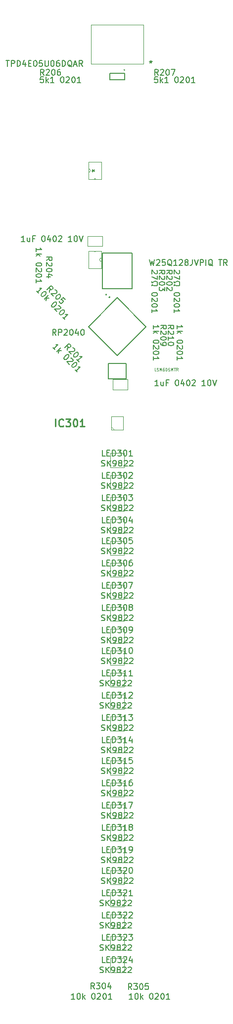
<source format=gbr>
G04 #@! TF.GenerationSoftware,KiCad,Pcbnew,(6.0.6)*
G04 #@! TF.CreationDate,2023-03-09T12:55:27-07:00*
G04 #@! TF.ProjectId,RP2040-Breadstick,52503230-3430-42d4-9272-656164737469,0.1*
G04 #@! TF.SameCoordinates,Original*
G04 #@! TF.FileFunction,AssemblyDrawing,Top*
%FSLAX46Y46*%
G04 Gerber Fmt 4.6, Leading zero omitted, Abs format (unit mm)*
G04 Created by KiCad (PCBNEW (6.0.6)) date 2023-03-09 12:55:27*
%MOMM*%
%LPD*%
G01*
G04 APERTURE LIST*
%ADD10C,0.150000*%
%ADD11C,0.120000*%
%ADD12C,0.254000*%
%ADD13C,0.050000*%
%ADD14C,0.127000*%
%ADD15C,0.200000*%
%ADD16C,0.100000*%
%ADD17C,0.140000*%
G04 APERTURE END LIST*
D10*
X83669523Y-92404761D02*
X83812380Y-92452380D01*
X84050476Y-92452380D01*
X84145714Y-92404761D01*
X84193333Y-92357142D01*
X84240952Y-92261904D01*
X84240952Y-92166666D01*
X84193333Y-92071428D01*
X84145714Y-92023809D01*
X84050476Y-91976190D01*
X83860000Y-91928571D01*
X83764761Y-91880952D01*
X83717142Y-91833333D01*
X83669523Y-91738095D01*
X83669523Y-91642857D01*
X83717142Y-91547619D01*
X83764761Y-91500000D01*
X83860000Y-91452380D01*
X84098095Y-91452380D01*
X84240952Y-91500000D01*
X84669523Y-92452380D02*
X84669523Y-91452380D01*
X85240952Y-92452380D02*
X84812380Y-91880952D01*
X85240952Y-91452380D02*
X84669523Y-92023809D01*
X85717142Y-92452380D02*
X85907619Y-92452380D01*
X86002857Y-92404761D01*
X86050476Y-92357142D01*
X86145714Y-92214285D01*
X86193333Y-92023809D01*
X86193333Y-91642857D01*
X86145714Y-91547619D01*
X86098095Y-91500000D01*
X86002857Y-91452380D01*
X85812380Y-91452380D01*
X85717142Y-91500000D01*
X85669523Y-91547619D01*
X85621904Y-91642857D01*
X85621904Y-91880952D01*
X85669523Y-91976190D01*
X85717142Y-92023809D01*
X85812380Y-92071428D01*
X86002857Y-92071428D01*
X86098095Y-92023809D01*
X86145714Y-91976190D01*
X86193333Y-91880952D01*
X86764761Y-91880952D02*
X86669523Y-91833333D01*
X86621904Y-91785714D01*
X86574285Y-91690476D01*
X86574285Y-91642857D01*
X86621904Y-91547619D01*
X86669523Y-91500000D01*
X86764761Y-91452380D01*
X86955238Y-91452380D01*
X87050476Y-91500000D01*
X87098095Y-91547619D01*
X87145714Y-91642857D01*
X87145714Y-91690476D01*
X87098095Y-91785714D01*
X87050476Y-91833333D01*
X86955238Y-91880952D01*
X86764761Y-91880952D01*
X86669523Y-91928571D01*
X86621904Y-91976190D01*
X86574285Y-92071428D01*
X86574285Y-92261904D01*
X86621904Y-92357142D01*
X86669523Y-92404761D01*
X86764761Y-92452380D01*
X86955238Y-92452380D01*
X87050476Y-92404761D01*
X87098095Y-92357142D01*
X87145714Y-92261904D01*
X87145714Y-92071428D01*
X87098095Y-91976190D01*
X87050476Y-91928571D01*
X86955238Y-91880952D01*
X87526666Y-91547619D02*
X87574285Y-91500000D01*
X87669523Y-91452380D01*
X87907619Y-91452380D01*
X88002857Y-91500000D01*
X88050476Y-91547619D01*
X88098095Y-91642857D01*
X88098095Y-91738095D01*
X88050476Y-91880952D01*
X87479047Y-92452380D01*
X88098095Y-92452380D01*
X88479047Y-91547619D02*
X88526666Y-91500000D01*
X88621904Y-91452380D01*
X88860000Y-91452380D01*
X88955238Y-91500000D01*
X89002857Y-91547619D01*
X89050476Y-91642857D01*
X89050476Y-91738095D01*
X89002857Y-91880952D01*
X88431428Y-92452380D01*
X89050476Y-92452380D01*
X84288571Y-90687380D02*
X83812380Y-90687380D01*
X83812380Y-89687380D01*
X84621904Y-90163571D02*
X84955238Y-90163571D01*
X85098095Y-90687380D02*
X84621904Y-90687380D01*
X84621904Y-89687380D01*
X85098095Y-89687380D01*
X85526666Y-90687380D02*
X85526666Y-89687380D01*
X85764761Y-89687380D01*
X85907619Y-89735000D01*
X86002857Y-89830238D01*
X86050476Y-89925476D01*
X86098095Y-90115952D01*
X86098095Y-90258809D01*
X86050476Y-90449285D01*
X86002857Y-90544523D01*
X85907619Y-90639761D01*
X85764761Y-90687380D01*
X85526666Y-90687380D01*
X86431428Y-89687380D02*
X87050476Y-89687380D01*
X86717142Y-90068333D01*
X86860000Y-90068333D01*
X86955238Y-90115952D01*
X87002857Y-90163571D01*
X87050476Y-90258809D01*
X87050476Y-90496904D01*
X87002857Y-90592142D01*
X86955238Y-90639761D01*
X86860000Y-90687380D01*
X86574285Y-90687380D01*
X86479047Y-90639761D01*
X86431428Y-90592142D01*
X87669523Y-89687380D02*
X87764761Y-89687380D01*
X87860000Y-89735000D01*
X87907619Y-89782619D01*
X87955238Y-89877857D01*
X88002857Y-90068333D01*
X88002857Y-90306428D01*
X87955238Y-90496904D01*
X87907619Y-90592142D01*
X87860000Y-90639761D01*
X87764761Y-90687380D01*
X87669523Y-90687380D01*
X87574285Y-90639761D01*
X87526666Y-90592142D01*
X87479047Y-90496904D01*
X87431428Y-90306428D01*
X87431428Y-90068333D01*
X87479047Y-89877857D01*
X87526666Y-89782619D01*
X87574285Y-89735000D01*
X87669523Y-89687380D01*
X88955238Y-90687380D02*
X88383809Y-90687380D01*
X88669523Y-90687380D02*
X88669523Y-89687380D01*
X88574285Y-89830238D01*
X88479047Y-89925476D01*
X88383809Y-89973095D01*
X83415523Y-133806761D02*
X83558380Y-133854380D01*
X83796476Y-133854380D01*
X83891714Y-133806761D01*
X83939333Y-133759142D01*
X83986952Y-133663904D01*
X83986952Y-133568666D01*
X83939333Y-133473428D01*
X83891714Y-133425809D01*
X83796476Y-133378190D01*
X83606000Y-133330571D01*
X83510761Y-133282952D01*
X83463142Y-133235333D01*
X83415523Y-133140095D01*
X83415523Y-133044857D01*
X83463142Y-132949619D01*
X83510761Y-132902000D01*
X83606000Y-132854380D01*
X83844095Y-132854380D01*
X83986952Y-132902000D01*
X84415523Y-133854380D02*
X84415523Y-132854380D01*
X84986952Y-133854380D02*
X84558380Y-133282952D01*
X84986952Y-132854380D02*
X84415523Y-133425809D01*
X85463142Y-133854380D02*
X85653619Y-133854380D01*
X85748857Y-133806761D01*
X85796476Y-133759142D01*
X85891714Y-133616285D01*
X85939333Y-133425809D01*
X85939333Y-133044857D01*
X85891714Y-132949619D01*
X85844095Y-132902000D01*
X85748857Y-132854380D01*
X85558380Y-132854380D01*
X85463142Y-132902000D01*
X85415523Y-132949619D01*
X85367904Y-133044857D01*
X85367904Y-133282952D01*
X85415523Y-133378190D01*
X85463142Y-133425809D01*
X85558380Y-133473428D01*
X85748857Y-133473428D01*
X85844095Y-133425809D01*
X85891714Y-133378190D01*
X85939333Y-133282952D01*
X86510761Y-133282952D02*
X86415523Y-133235333D01*
X86367904Y-133187714D01*
X86320285Y-133092476D01*
X86320285Y-133044857D01*
X86367904Y-132949619D01*
X86415523Y-132902000D01*
X86510761Y-132854380D01*
X86701238Y-132854380D01*
X86796476Y-132902000D01*
X86844095Y-132949619D01*
X86891714Y-133044857D01*
X86891714Y-133092476D01*
X86844095Y-133187714D01*
X86796476Y-133235333D01*
X86701238Y-133282952D01*
X86510761Y-133282952D01*
X86415523Y-133330571D01*
X86367904Y-133378190D01*
X86320285Y-133473428D01*
X86320285Y-133663904D01*
X86367904Y-133759142D01*
X86415523Y-133806761D01*
X86510761Y-133854380D01*
X86701238Y-133854380D01*
X86796476Y-133806761D01*
X86844095Y-133759142D01*
X86891714Y-133663904D01*
X86891714Y-133473428D01*
X86844095Y-133378190D01*
X86796476Y-133330571D01*
X86701238Y-133282952D01*
X87272666Y-132949619D02*
X87320285Y-132902000D01*
X87415523Y-132854380D01*
X87653619Y-132854380D01*
X87748857Y-132902000D01*
X87796476Y-132949619D01*
X87844095Y-133044857D01*
X87844095Y-133140095D01*
X87796476Y-133282952D01*
X87225047Y-133854380D01*
X87844095Y-133854380D01*
X88225047Y-132949619D02*
X88272666Y-132902000D01*
X88367904Y-132854380D01*
X88606000Y-132854380D01*
X88701238Y-132902000D01*
X88748857Y-132949619D01*
X88796476Y-133044857D01*
X88796476Y-133140095D01*
X88748857Y-133282952D01*
X88177428Y-133854380D01*
X88796476Y-133854380D01*
X84288571Y-132089380D02*
X83812380Y-132089380D01*
X83812380Y-131089380D01*
X84621904Y-131565571D02*
X84955238Y-131565571D01*
X85098095Y-132089380D02*
X84621904Y-132089380D01*
X84621904Y-131089380D01*
X85098095Y-131089380D01*
X85526666Y-132089380D02*
X85526666Y-131089380D01*
X85764761Y-131089380D01*
X85907619Y-131137000D01*
X86002857Y-131232238D01*
X86050476Y-131327476D01*
X86098095Y-131517952D01*
X86098095Y-131660809D01*
X86050476Y-131851285D01*
X86002857Y-131946523D01*
X85907619Y-132041761D01*
X85764761Y-132089380D01*
X85526666Y-132089380D01*
X86431428Y-131089380D02*
X87050476Y-131089380D01*
X86717142Y-131470333D01*
X86860000Y-131470333D01*
X86955238Y-131517952D01*
X87002857Y-131565571D01*
X87050476Y-131660809D01*
X87050476Y-131898904D01*
X87002857Y-131994142D01*
X86955238Y-132041761D01*
X86860000Y-132089380D01*
X86574285Y-132089380D01*
X86479047Y-132041761D01*
X86431428Y-131994142D01*
X88002857Y-132089380D02*
X87431428Y-132089380D01*
X87717142Y-132089380D02*
X87717142Y-131089380D01*
X87621904Y-131232238D01*
X87526666Y-131327476D01*
X87431428Y-131375095D01*
X88383809Y-131184619D02*
X88431428Y-131137000D01*
X88526666Y-131089380D01*
X88764761Y-131089380D01*
X88860000Y-131137000D01*
X88907619Y-131184619D01*
X88955238Y-131279857D01*
X88955238Y-131375095D01*
X88907619Y-131517952D01*
X88336190Y-132089380D01*
X88955238Y-132089380D01*
X83415523Y-171398761D02*
X83558380Y-171446380D01*
X83796476Y-171446380D01*
X83891714Y-171398761D01*
X83939333Y-171351142D01*
X83986952Y-171255904D01*
X83986952Y-171160666D01*
X83939333Y-171065428D01*
X83891714Y-171017809D01*
X83796476Y-170970190D01*
X83606000Y-170922571D01*
X83510761Y-170874952D01*
X83463142Y-170827333D01*
X83415523Y-170732095D01*
X83415523Y-170636857D01*
X83463142Y-170541619D01*
X83510761Y-170494000D01*
X83606000Y-170446380D01*
X83844095Y-170446380D01*
X83986952Y-170494000D01*
X84415523Y-171446380D02*
X84415523Y-170446380D01*
X84986952Y-171446380D02*
X84558380Y-170874952D01*
X84986952Y-170446380D02*
X84415523Y-171017809D01*
X85463142Y-171446380D02*
X85653619Y-171446380D01*
X85748857Y-171398761D01*
X85796476Y-171351142D01*
X85891714Y-171208285D01*
X85939333Y-171017809D01*
X85939333Y-170636857D01*
X85891714Y-170541619D01*
X85844095Y-170494000D01*
X85748857Y-170446380D01*
X85558380Y-170446380D01*
X85463142Y-170494000D01*
X85415523Y-170541619D01*
X85367904Y-170636857D01*
X85367904Y-170874952D01*
X85415523Y-170970190D01*
X85463142Y-171017809D01*
X85558380Y-171065428D01*
X85748857Y-171065428D01*
X85844095Y-171017809D01*
X85891714Y-170970190D01*
X85939333Y-170874952D01*
X86510761Y-170874952D02*
X86415523Y-170827333D01*
X86367904Y-170779714D01*
X86320285Y-170684476D01*
X86320285Y-170636857D01*
X86367904Y-170541619D01*
X86415523Y-170494000D01*
X86510761Y-170446380D01*
X86701238Y-170446380D01*
X86796476Y-170494000D01*
X86844095Y-170541619D01*
X86891714Y-170636857D01*
X86891714Y-170684476D01*
X86844095Y-170779714D01*
X86796476Y-170827333D01*
X86701238Y-170874952D01*
X86510761Y-170874952D01*
X86415523Y-170922571D01*
X86367904Y-170970190D01*
X86320285Y-171065428D01*
X86320285Y-171255904D01*
X86367904Y-171351142D01*
X86415523Y-171398761D01*
X86510761Y-171446380D01*
X86701238Y-171446380D01*
X86796476Y-171398761D01*
X86844095Y-171351142D01*
X86891714Y-171255904D01*
X86891714Y-171065428D01*
X86844095Y-170970190D01*
X86796476Y-170922571D01*
X86701238Y-170874952D01*
X87272666Y-170541619D02*
X87320285Y-170494000D01*
X87415523Y-170446380D01*
X87653619Y-170446380D01*
X87748857Y-170494000D01*
X87796476Y-170541619D01*
X87844095Y-170636857D01*
X87844095Y-170732095D01*
X87796476Y-170874952D01*
X87225047Y-171446380D01*
X87844095Y-171446380D01*
X88225047Y-170541619D02*
X88272666Y-170494000D01*
X88367904Y-170446380D01*
X88606000Y-170446380D01*
X88701238Y-170494000D01*
X88748857Y-170541619D01*
X88796476Y-170636857D01*
X88796476Y-170732095D01*
X88748857Y-170874952D01*
X88177428Y-171446380D01*
X88796476Y-171446380D01*
X84288571Y-169681380D02*
X83812380Y-169681380D01*
X83812380Y-168681380D01*
X84621904Y-169157571D02*
X84955238Y-169157571D01*
X85098095Y-169681380D02*
X84621904Y-169681380D01*
X84621904Y-168681380D01*
X85098095Y-168681380D01*
X85526666Y-169681380D02*
X85526666Y-168681380D01*
X85764761Y-168681380D01*
X85907619Y-168729000D01*
X86002857Y-168824238D01*
X86050476Y-168919476D01*
X86098095Y-169109952D01*
X86098095Y-169252809D01*
X86050476Y-169443285D01*
X86002857Y-169538523D01*
X85907619Y-169633761D01*
X85764761Y-169681380D01*
X85526666Y-169681380D01*
X86431428Y-168681380D02*
X87050476Y-168681380D01*
X86717142Y-169062333D01*
X86860000Y-169062333D01*
X86955238Y-169109952D01*
X87002857Y-169157571D01*
X87050476Y-169252809D01*
X87050476Y-169490904D01*
X87002857Y-169586142D01*
X86955238Y-169633761D01*
X86860000Y-169681380D01*
X86574285Y-169681380D01*
X86479047Y-169633761D01*
X86431428Y-169586142D01*
X87431428Y-168776619D02*
X87479047Y-168729000D01*
X87574285Y-168681380D01*
X87812380Y-168681380D01*
X87907619Y-168729000D01*
X87955238Y-168776619D01*
X88002857Y-168871857D01*
X88002857Y-168967095D01*
X87955238Y-169109952D01*
X87383809Y-169681380D01*
X88002857Y-169681380D01*
X88383809Y-168776619D02*
X88431428Y-168729000D01*
X88526666Y-168681380D01*
X88764761Y-168681380D01*
X88860000Y-168729000D01*
X88907619Y-168776619D01*
X88955238Y-168871857D01*
X88955238Y-168967095D01*
X88907619Y-169109952D01*
X88336190Y-169681380D01*
X88955238Y-169681380D01*
X83415523Y-167588761D02*
X83558380Y-167636380D01*
X83796476Y-167636380D01*
X83891714Y-167588761D01*
X83939333Y-167541142D01*
X83986952Y-167445904D01*
X83986952Y-167350666D01*
X83939333Y-167255428D01*
X83891714Y-167207809D01*
X83796476Y-167160190D01*
X83606000Y-167112571D01*
X83510761Y-167064952D01*
X83463142Y-167017333D01*
X83415523Y-166922095D01*
X83415523Y-166826857D01*
X83463142Y-166731619D01*
X83510761Y-166684000D01*
X83606000Y-166636380D01*
X83844095Y-166636380D01*
X83986952Y-166684000D01*
X84415523Y-167636380D02*
X84415523Y-166636380D01*
X84986952Y-167636380D02*
X84558380Y-167064952D01*
X84986952Y-166636380D02*
X84415523Y-167207809D01*
X85463142Y-167636380D02*
X85653619Y-167636380D01*
X85748857Y-167588761D01*
X85796476Y-167541142D01*
X85891714Y-167398285D01*
X85939333Y-167207809D01*
X85939333Y-166826857D01*
X85891714Y-166731619D01*
X85844095Y-166684000D01*
X85748857Y-166636380D01*
X85558380Y-166636380D01*
X85463142Y-166684000D01*
X85415523Y-166731619D01*
X85367904Y-166826857D01*
X85367904Y-167064952D01*
X85415523Y-167160190D01*
X85463142Y-167207809D01*
X85558380Y-167255428D01*
X85748857Y-167255428D01*
X85844095Y-167207809D01*
X85891714Y-167160190D01*
X85939333Y-167064952D01*
X86510761Y-167064952D02*
X86415523Y-167017333D01*
X86367904Y-166969714D01*
X86320285Y-166874476D01*
X86320285Y-166826857D01*
X86367904Y-166731619D01*
X86415523Y-166684000D01*
X86510761Y-166636380D01*
X86701238Y-166636380D01*
X86796476Y-166684000D01*
X86844095Y-166731619D01*
X86891714Y-166826857D01*
X86891714Y-166874476D01*
X86844095Y-166969714D01*
X86796476Y-167017333D01*
X86701238Y-167064952D01*
X86510761Y-167064952D01*
X86415523Y-167112571D01*
X86367904Y-167160190D01*
X86320285Y-167255428D01*
X86320285Y-167445904D01*
X86367904Y-167541142D01*
X86415523Y-167588761D01*
X86510761Y-167636380D01*
X86701238Y-167636380D01*
X86796476Y-167588761D01*
X86844095Y-167541142D01*
X86891714Y-167445904D01*
X86891714Y-167255428D01*
X86844095Y-167160190D01*
X86796476Y-167112571D01*
X86701238Y-167064952D01*
X87272666Y-166731619D02*
X87320285Y-166684000D01*
X87415523Y-166636380D01*
X87653619Y-166636380D01*
X87748857Y-166684000D01*
X87796476Y-166731619D01*
X87844095Y-166826857D01*
X87844095Y-166922095D01*
X87796476Y-167064952D01*
X87225047Y-167636380D01*
X87844095Y-167636380D01*
X88225047Y-166731619D02*
X88272666Y-166684000D01*
X88367904Y-166636380D01*
X88606000Y-166636380D01*
X88701238Y-166684000D01*
X88748857Y-166731619D01*
X88796476Y-166826857D01*
X88796476Y-166922095D01*
X88748857Y-167064952D01*
X88177428Y-167636380D01*
X88796476Y-167636380D01*
X84288571Y-165871380D02*
X83812380Y-165871380D01*
X83812380Y-164871380D01*
X84621904Y-165347571D02*
X84955238Y-165347571D01*
X85098095Y-165871380D02*
X84621904Y-165871380D01*
X84621904Y-164871380D01*
X85098095Y-164871380D01*
X85526666Y-165871380D02*
X85526666Y-164871380D01*
X85764761Y-164871380D01*
X85907619Y-164919000D01*
X86002857Y-165014238D01*
X86050476Y-165109476D01*
X86098095Y-165299952D01*
X86098095Y-165442809D01*
X86050476Y-165633285D01*
X86002857Y-165728523D01*
X85907619Y-165823761D01*
X85764761Y-165871380D01*
X85526666Y-165871380D01*
X86431428Y-164871380D02*
X87050476Y-164871380D01*
X86717142Y-165252333D01*
X86860000Y-165252333D01*
X86955238Y-165299952D01*
X87002857Y-165347571D01*
X87050476Y-165442809D01*
X87050476Y-165680904D01*
X87002857Y-165776142D01*
X86955238Y-165823761D01*
X86860000Y-165871380D01*
X86574285Y-165871380D01*
X86479047Y-165823761D01*
X86431428Y-165776142D01*
X87431428Y-164966619D02*
X87479047Y-164919000D01*
X87574285Y-164871380D01*
X87812380Y-164871380D01*
X87907619Y-164919000D01*
X87955238Y-164966619D01*
X88002857Y-165061857D01*
X88002857Y-165157095D01*
X87955238Y-165299952D01*
X87383809Y-165871380D01*
X88002857Y-165871380D01*
X88955238Y-165871380D02*
X88383809Y-165871380D01*
X88669523Y-165871380D02*
X88669523Y-164871380D01*
X88574285Y-165014238D01*
X88479047Y-165109476D01*
X88383809Y-165157095D01*
X83669523Y-156412761D02*
X83812380Y-156460380D01*
X84050476Y-156460380D01*
X84145714Y-156412761D01*
X84193333Y-156365142D01*
X84240952Y-156269904D01*
X84240952Y-156174666D01*
X84193333Y-156079428D01*
X84145714Y-156031809D01*
X84050476Y-155984190D01*
X83860000Y-155936571D01*
X83764761Y-155888952D01*
X83717142Y-155841333D01*
X83669523Y-155746095D01*
X83669523Y-155650857D01*
X83717142Y-155555619D01*
X83764761Y-155508000D01*
X83860000Y-155460380D01*
X84098095Y-155460380D01*
X84240952Y-155508000D01*
X84669523Y-156460380D02*
X84669523Y-155460380D01*
X85240952Y-156460380D02*
X84812380Y-155888952D01*
X85240952Y-155460380D02*
X84669523Y-156031809D01*
X85717142Y-156460380D02*
X85907619Y-156460380D01*
X86002857Y-156412761D01*
X86050476Y-156365142D01*
X86145714Y-156222285D01*
X86193333Y-156031809D01*
X86193333Y-155650857D01*
X86145714Y-155555619D01*
X86098095Y-155508000D01*
X86002857Y-155460380D01*
X85812380Y-155460380D01*
X85717142Y-155508000D01*
X85669523Y-155555619D01*
X85621904Y-155650857D01*
X85621904Y-155888952D01*
X85669523Y-155984190D01*
X85717142Y-156031809D01*
X85812380Y-156079428D01*
X86002857Y-156079428D01*
X86098095Y-156031809D01*
X86145714Y-155984190D01*
X86193333Y-155888952D01*
X86764761Y-155888952D02*
X86669523Y-155841333D01*
X86621904Y-155793714D01*
X86574285Y-155698476D01*
X86574285Y-155650857D01*
X86621904Y-155555619D01*
X86669523Y-155508000D01*
X86764761Y-155460380D01*
X86955238Y-155460380D01*
X87050476Y-155508000D01*
X87098095Y-155555619D01*
X87145714Y-155650857D01*
X87145714Y-155698476D01*
X87098095Y-155793714D01*
X87050476Y-155841333D01*
X86955238Y-155888952D01*
X86764761Y-155888952D01*
X86669523Y-155936571D01*
X86621904Y-155984190D01*
X86574285Y-156079428D01*
X86574285Y-156269904D01*
X86621904Y-156365142D01*
X86669523Y-156412761D01*
X86764761Y-156460380D01*
X86955238Y-156460380D01*
X87050476Y-156412761D01*
X87098095Y-156365142D01*
X87145714Y-156269904D01*
X87145714Y-156079428D01*
X87098095Y-155984190D01*
X87050476Y-155936571D01*
X86955238Y-155888952D01*
X87526666Y-155555619D02*
X87574285Y-155508000D01*
X87669523Y-155460380D01*
X87907619Y-155460380D01*
X88002857Y-155508000D01*
X88050476Y-155555619D01*
X88098095Y-155650857D01*
X88098095Y-155746095D01*
X88050476Y-155888952D01*
X87479047Y-156460380D01*
X88098095Y-156460380D01*
X88479047Y-155555619D02*
X88526666Y-155508000D01*
X88621904Y-155460380D01*
X88860000Y-155460380D01*
X88955238Y-155508000D01*
X89002857Y-155555619D01*
X89050476Y-155650857D01*
X89050476Y-155746095D01*
X89002857Y-155888952D01*
X88431428Y-156460380D01*
X89050476Y-156460380D01*
X84288571Y-154695380D02*
X83812380Y-154695380D01*
X83812380Y-153695380D01*
X84621904Y-154171571D02*
X84955238Y-154171571D01*
X85098095Y-154695380D02*
X84621904Y-154695380D01*
X84621904Y-153695380D01*
X85098095Y-153695380D01*
X85526666Y-154695380D02*
X85526666Y-153695380D01*
X85764761Y-153695380D01*
X85907619Y-153743000D01*
X86002857Y-153838238D01*
X86050476Y-153933476D01*
X86098095Y-154123952D01*
X86098095Y-154266809D01*
X86050476Y-154457285D01*
X86002857Y-154552523D01*
X85907619Y-154647761D01*
X85764761Y-154695380D01*
X85526666Y-154695380D01*
X86431428Y-153695380D02*
X87050476Y-153695380D01*
X86717142Y-154076333D01*
X86860000Y-154076333D01*
X86955238Y-154123952D01*
X87002857Y-154171571D01*
X87050476Y-154266809D01*
X87050476Y-154504904D01*
X87002857Y-154600142D01*
X86955238Y-154647761D01*
X86860000Y-154695380D01*
X86574285Y-154695380D01*
X86479047Y-154647761D01*
X86431428Y-154600142D01*
X88002857Y-154695380D02*
X87431428Y-154695380D01*
X87717142Y-154695380D02*
X87717142Y-153695380D01*
X87621904Y-153838238D01*
X87526666Y-153933476D01*
X87431428Y-153981095D01*
X88574285Y-154123952D02*
X88479047Y-154076333D01*
X88431428Y-154028714D01*
X88383809Y-153933476D01*
X88383809Y-153885857D01*
X88431428Y-153790619D01*
X88479047Y-153743000D01*
X88574285Y-153695380D01*
X88764761Y-153695380D01*
X88860000Y-153743000D01*
X88907619Y-153790619D01*
X88955238Y-153885857D01*
X88955238Y-153933476D01*
X88907619Y-154028714D01*
X88860000Y-154076333D01*
X88764761Y-154123952D01*
X88574285Y-154123952D01*
X88479047Y-154171571D01*
X88431428Y-154219190D01*
X88383809Y-154314428D01*
X88383809Y-154504904D01*
X88431428Y-154600142D01*
X88479047Y-154647761D01*
X88574285Y-154695380D01*
X88764761Y-154695380D01*
X88860000Y-154647761D01*
X88907619Y-154600142D01*
X88955238Y-154504904D01*
X88955238Y-154314428D01*
X88907619Y-154219190D01*
X88860000Y-154171571D01*
X88764761Y-154123952D01*
X83669523Y-96214761D02*
X83812380Y-96262380D01*
X84050476Y-96262380D01*
X84145714Y-96214761D01*
X84193333Y-96167142D01*
X84240952Y-96071904D01*
X84240952Y-95976666D01*
X84193333Y-95881428D01*
X84145714Y-95833809D01*
X84050476Y-95786190D01*
X83860000Y-95738571D01*
X83764761Y-95690952D01*
X83717142Y-95643333D01*
X83669523Y-95548095D01*
X83669523Y-95452857D01*
X83717142Y-95357619D01*
X83764761Y-95310000D01*
X83860000Y-95262380D01*
X84098095Y-95262380D01*
X84240952Y-95310000D01*
X84669523Y-96262380D02*
X84669523Y-95262380D01*
X85240952Y-96262380D02*
X84812380Y-95690952D01*
X85240952Y-95262380D02*
X84669523Y-95833809D01*
X85717142Y-96262380D02*
X85907619Y-96262380D01*
X86002857Y-96214761D01*
X86050476Y-96167142D01*
X86145714Y-96024285D01*
X86193333Y-95833809D01*
X86193333Y-95452857D01*
X86145714Y-95357619D01*
X86098095Y-95310000D01*
X86002857Y-95262380D01*
X85812380Y-95262380D01*
X85717142Y-95310000D01*
X85669523Y-95357619D01*
X85621904Y-95452857D01*
X85621904Y-95690952D01*
X85669523Y-95786190D01*
X85717142Y-95833809D01*
X85812380Y-95881428D01*
X86002857Y-95881428D01*
X86098095Y-95833809D01*
X86145714Y-95786190D01*
X86193333Y-95690952D01*
X86764761Y-95690952D02*
X86669523Y-95643333D01*
X86621904Y-95595714D01*
X86574285Y-95500476D01*
X86574285Y-95452857D01*
X86621904Y-95357619D01*
X86669523Y-95310000D01*
X86764761Y-95262380D01*
X86955238Y-95262380D01*
X87050476Y-95310000D01*
X87098095Y-95357619D01*
X87145714Y-95452857D01*
X87145714Y-95500476D01*
X87098095Y-95595714D01*
X87050476Y-95643333D01*
X86955238Y-95690952D01*
X86764761Y-95690952D01*
X86669523Y-95738571D01*
X86621904Y-95786190D01*
X86574285Y-95881428D01*
X86574285Y-96071904D01*
X86621904Y-96167142D01*
X86669523Y-96214761D01*
X86764761Y-96262380D01*
X86955238Y-96262380D01*
X87050476Y-96214761D01*
X87098095Y-96167142D01*
X87145714Y-96071904D01*
X87145714Y-95881428D01*
X87098095Y-95786190D01*
X87050476Y-95738571D01*
X86955238Y-95690952D01*
X87526666Y-95357619D02*
X87574285Y-95310000D01*
X87669523Y-95262380D01*
X87907619Y-95262380D01*
X88002857Y-95310000D01*
X88050476Y-95357619D01*
X88098095Y-95452857D01*
X88098095Y-95548095D01*
X88050476Y-95690952D01*
X87479047Y-96262380D01*
X88098095Y-96262380D01*
X88479047Y-95357619D02*
X88526666Y-95310000D01*
X88621904Y-95262380D01*
X88860000Y-95262380D01*
X88955238Y-95310000D01*
X89002857Y-95357619D01*
X89050476Y-95452857D01*
X89050476Y-95548095D01*
X89002857Y-95690952D01*
X88431428Y-96262380D01*
X89050476Y-96262380D01*
X84288571Y-94497380D02*
X83812380Y-94497380D01*
X83812380Y-93497380D01*
X84621904Y-93973571D02*
X84955238Y-93973571D01*
X85098095Y-94497380D02*
X84621904Y-94497380D01*
X84621904Y-93497380D01*
X85098095Y-93497380D01*
X85526666Y-94497380D02*
X85526666Y-93497380D01*
X85764761Y-93497380D01*
X85907619Y-93545000D01*
X86002857Y-93640238D01*
X86050476Y-93735476D01*
X86098095Y-93925952D01*
X86098095Y-94068809D01*
X86050476Y-94259285D01*
X86002857Y-94354523D01*
X85907619Y-94449761D01*
X85764761Y-94497380D01*
X85526666Y-94497380D01*
X86431428Y-93497380D02*
X87050476Y-93497380D01*
X86717142Y-93878333D01*
X86860000Y-93878333D01*
X86955238Y-93925952D01*
X87002857Y-93973571D01*
X87050476Y-94068809D01*
X87050476Y-94306904D01*
X87002857Y-94402142D01*
X86955238Y-94449761D01*
X86860000Y-94497380D01*
X86574285Y-94497380D01*
X86479047Y-94449761D01*
X86431428Y-94402142D01*
X87669523Y-93497380D02*
X87764761Y-93497380D01*
X87860000Y-93545000D01*
X87907619Y-93592619D01*
X87955238Y-93687857D01*
X88002857Y-93878333D01*
X88002857Y-94116428D01*
X87955238Y-94306904D01*
X87907619Y-94402142D01*
X87860000Y-94449761D01*
X87764761Y-94497380D01*
X87669523Y-94497380D01*
X87574285Y-94449761D01*
X87526666Y-94402142D01*
X87479047Y-94306904D01*
X87431428Y-94116428D01*
X87431428Y-93878333D01*
X87479047Y-93687857D01*
X87526666Y-93592619D01*
X87574285Y-93545000D01*
X87669523Y-93497380D01*
X88383809Y-93592619D02*
X88431428Y-93545000D01*
X88526666Y-93497380D01*
X88764761Y-93497380D01*
X88860000Y-93545000D01*
X88907619Y-93592619D01*
X88955238Y-93687857D01*
X88955238Y-93783095D01*
X88907619Y-93925952D01*
X88336190Y-94497380D01*
X88955238Y-94497380D01*
X83669523Y-152602761D02*
X83812380Y-152650380D01*
X84050476Y-152650380D01*
X84145714Y-152602761D01*
X84193333Y-152555142D01*
X84240952Y-152459904D01*
X84240952Y-152364666D01*
X84193333Y-152269428D01*
X84145714Y-152221809D01*
X84050476Y-152174190D01*
X83860000Y-152126571D01*
X83764761Y-152078952D01*
X83717142Y-152031333D01*
X83669523Y-151936095D01*
X83669523Y-151840857D01*
X83717142Y-151745619D01*
X83764761Y-151698000D01*
X83860000Y-151650380D01*
X84098095Y-151650380D01*
X84240952Y-151698000D01*
X84669523Y-152650380D02*
X84669523Y-151650380D01*
X85240952Y-152650380D02*
X84812380Y-152078952D01*
X85240952Y-151650380D02*
X84669523Y-152221809D01*
X85717142Y-152650380D02*
X85907619Y-152650380D01*
X86002857Y-152602761D01*
X86050476Y-152555142D01*
X86145714Y-152412285D01*
X86193333Y-152221809D01*
X86193333Y-151840857D01*
X86145714Y-151745619D01*
X86098095Y-151698000D01*
X86002857Y-151650380D01*
X85812380Y-151650380D01*
X85717142Y-151698000D01*
X85669523Y-151745619D01*
X85621904Y-151840857D01*
X85621904Y-152078952D01*
X85669523Y-152174190D01*
X85717142Y-152221809D01*
X85812380Y-152269428D01*
X86002857Y-152269428D01*
X86098095Y-152221809D01*
X86145714Y-152174190D01*
X86193333Y-152078952D01*
X86764761Y-152078952D02*
X86669523Y-152031333D01*
X86621904Y-151983714D01*
X86574285Y-151888476D01*
X86574285Y-151840857D01*
X86621904Y-151745619D01*
X86669523Y-151698000D01*
X86764761Y-151650380D01*
X86955238Y-151650380D01*
X87050476Y-151698000D01*
X87098095Y-151745619D01*
X87145714Y-151840857D01*
X87145714Y-151888476D01*
X87098095Y-151983714D01*
X87050476Y-152031333D01*
X86955238Y-152078952D01*
X86764761Y-152078952D01*
X86669523Y-152126571D01*
X86621904Y-152174190D01*
X86574285Y-152269428D01*
X86574285Y-152459904D01*
X86621904Y-152555142D01*
X86669523Y-152602761D01*
X86764761Y-152650380D01*
X86955238Y-152650380D01*
X87050476Y-152602761D01*
X87098095Y-152555142D01*
X87145714Y-152459904D01*
X87145714Y-152269428D01*
X87098095Y-152174190D01*
X87050476Y-152126571D01*
X86955238Y-152078952D01*
X87526666Y-151745619D02*
X87574285Y-151698000D01*
X87669523Y-151650380D01*
X87907619Y-151650380D01*
X88002857Y-151698000D01*
X88050476Y-151745619D01*
X88098095Y-151840857D01*
X88098095Y-151936095D01*
X88050476Y-152078952D01*
X87479047Y-152650380D01*
X88098095Y-152650380D01*
X88479047Y-151745619D02*
X88526666Y-151698000D01*
X88621904Y-151650380D01*
X88860000Y-151650380D01*
X88955238Y-151698000D01*
X89002857Y-151745619D01*
X89050476Y-151840857D01*
X89050476Y-151936095D01*
X89002857Y-152078952D01*
X88431428Y-152650380D01*
X89050476Y-152650380D01*
X84288571Y-150885380D02*
X83812380Y-150885380D01*
X83812380Y-149885380D01*
X84621904Y-150361571D02*
X84955238Y-150361571D01*
X85098095Y-150885380D02*
X84621904Y-150885380D01*
X84621904Y-149885380D01*
X85098095Y-149885380D01*
X85526666Y-150885380D02*
X85526666Y-149885380D01*
X85764761Y-149885380D01*
X85907619Y-149933000D01*
X86002857Y-150028238D01*
X86050476Y-150123476D01*
X86098095Y-150313952D01*
X86098095Y-150456809D01*
X86050476Y-150647285D01*
X86002857Y-150742523D01*
X85907619Y-150837761D01*
X85764761Y-150885380D01*
X85526666Y-150885380D01*
X86431428Y-149885380D02*
X87050476Y-149885380D01*
X86717142Y-150266333D01*
X86860000Y-150266333D01*
X86955238Y-150313952D01*
X87002857Y-150361571D01*
X87050476Y-150456809D01*
X87050476Y-150694904D01*
X87002857Y-150790142D01*
X86955238Y-150837761D01*
X86860000Y-150885380D01*
X86574285Y-150885380D01*
X86479047Y-150837761D01*
X86431428Y-150790142D01*
X88002857Y-150885380D02*
X87431428Y-150885380D01*
X87717142Y-150885380D02*
X87717142Y-149885380D01*
X87621904Y-150028238D01*
X87526666Y-150123476D01*
X87431428Y-150171095D01*
X88336190Y-149885380D02*
X89002857Y-149885380D01*
X88574285Y-150885380D01*
X83669523Y-148792761D02*
X83812380Y-148840380D01*
X84050476Y-148840380D01*
X84145714Y-148792761D01*
X84193333Y-148745142D01*
X84240952Y-148649904D01*
X84240952Y-148554666D01*
X84193333Y-148459428D01*
X84145714Y-148411809D01*
X84050476Y-148364190D01*
X83860000Y-148316571D01*
X83764761Y-148268952D01*
X83717142Y-148221333D01*
X83669523Y-148126095D01*
X83669523Y-148030857D01*
X83717142Y-147935619D01*
X83764761Y-147888000D01*
X83860000Y-147840380D01*
X84098095Y-147840380D01*
X84240952Y-147888000D01*
X84669523Y-148840380D02*
X84669523Y-147840380D01*
X85240952Y-148840380D02*
X84812380Y-148268952D01*
X85240952Y-147840380D02*
X84669523Y-148411809D01*
X85717142Y-148840380D02*
X85907619Y-148840380D01*
X86002857Y-148792761D01*
X86050476Y-148745142D01*
X86145714Y-148602285D01*
X86193333Y-148411809D01*
X86193333Y-148030857D01*
X86145714Y-147935619D01*
X86098095Y-147888000D01*
X86002857Y-147840380D01*
X85812380Y-147840380D01*
X85717142Y-147888000D01*
X85669523Y-147935619D01*
X85621904Y-148030857D01*
X85621904Y-148268952D01*
X85669523Y-148364190D01*
X85717142Y-148411809D01*
X85812380Y-148459428D01*
X86002857Y-148459428D01*
X86098095Y-148411809D01*
X86145714Y-148364190D01*
X86193333Y-148268952D01*
X86764761Y-148268952D02*
X86669523Y-148221333D01*
X86621904Y-148173714D01*
X86574285Y-148078476D01*
X86574285Y-148030857D01*
X86621904Y-147935619D01*
X86669523Y-147888000D01*
X86764761Y-147840380D01*
X86955238Y-147840380D01*
X87050476Y-147888000D01*
X87098095Y-147935619D01*
X87145714Y-148030857D01*
X87145714Y-148078476D01*
X87098095Y-148173714D01*
X87050476Y-148221333D01*
X86955238Y-148268952D01*
X86764761Y-148268952D01*
X86669523Y-148316571D01*
X86621904Y-148364190D01*
X86574285Y-148459428D01*
X86574285Y-148649904D01*
X86621904Y-148745142D01*
X86669523Y-148792761D01*
X86764761Y-148840380D01*
X86955238Y-148840380D01*
X87050476Y-148792761D01*
X87098095Y-148745142D01*
X87145714Y-148649904D01*
X87145714Y-148459428D01*
X87098095Y-148364190D01*
X87050476Y-148316571D01*
X86955238Y-148268952D01*
X87526666Y-147935619D02*
X87574285Y-147888000D01*
X87669523Y-147840380D01*
X87907619Y-147840380D01*
X88002857Y-147888000D01*
X88050476Y-147935619D01*
X88098095Y-148030857D01*
X88098095Y-148126095D01*
X88050476Y-148268952D01*
X87479047Y-148840380D01*
X88098095Y-148840380D01*
X88479047Y-147935619D02*
X88526666Y-147888000D01*
X88621904Y-147840380D01*
X88860000Y-147840380D01*
X88955238Y-147888000D01*
X89002857Y-147935619D01*
X89050476Y-148030857D01*
X89050476Y-148126095D01*
X89002857Y-148268952D01*
X88431428Y-148840380D01*
X89050476Y-148840380D01*
X84288571Y-147075380D02*
X83812380Y-147075380D01*
X83812380Y-146075380D01*
X84621904Y-146551571D02*
X84955238Y-146551571D01*
X85098095Y-147075380D02*
X84621904Y-147075380D01*
X84621904Y-146075380D01*
X85098095Y-146075380D01*
X85526666Y-147075380D02*
X85526666Y-146075380D01*
X85764761Y-146075380D01*
X85907619Y-146123000D01*
X86002857Y-146218238D01*
X86050476Y-146313476D01*
X86098095Y-146503952D01*
X86098095Y-146646809D01*
X86050476Y-146837285D01*
X86002857Y-146932523D01*
X85907619Y-147027761D01*
X85764761Y-147075380D01*
X85526666Y-147075380D01*
X86431428Y-146075380D02*
X87050476Y-146075380D01*
X86717142Y-146456333D01*
X86860000Y-146456333D01*
X86955238Y-146503952D01*
X87002857Y-146551571D01*
X87050476Y-146646809D01*
X87050476Y-146884904D01*
X87002857Y-146980142D01*
X86955238Y-147027761D01*
X86860000Y-147075380D01*
X86574285Y-147075380D01*
X86479047Y-147027761D01*
X86431428Y-146980142D01*
X88002857Y-147075380D02*
X87431428Y-147075380D01*
X87717142Y-147075380D02*
X87717142Y-146075380D01*
X87621904Y-146218238D01*
X87526666Y-146313476D01*
X87431428Y-146361095D01*
X88860000Y-146075380D02*
X88669523Y-146075380D01*
X88574285Y-146123000D01*
X88526666Y-146170619D01*
X88431428Y-146313476D01*
X88383809Y-146503952D01*
X88383809Y-146884904D01*
X88431428Y-146980142D01*
X88479047Y-147027761D01*
X88574285Y-147075380D01*
X88764761Y-147075380D01*
X88860000Y-147027761D01*
X88907619Y-146980142D01*
X88955238Y-146884904D01*
X88955238Y-146646809D01*
X88907619Y-146551571D01*
X88860000Y-146503952D01*
X88764761Y-146456333D01*
X88574285Y-146456333D01*
X88479047Y-146503952D01*
X88431428Y-146551571D01*
X88383809Y-146646809D01*
X83669523Y-122630761D02*
X83812380Y-122678380D01*
X84050476Y-122678380D01*
X84145714Y-122630761D01*
X84193333Y-122583142D01*
X84240952Y-122487904D01*
X84240952Y-122392666D01*
X84193333Y-122297428D01*
X84145714Y-122249809D01*
X84050476Y-122202190D01*
X83860000Y-122154571D01*
X83764761Y-122106952D01*
X83717142Y-122059333D01*
X83669523Y-121964095D01*
X83669523Y-121868857D01*
X83717142Y-121773619D01*
X83764761Y-121726000D01*
X83860000Y-121678380D01*
X84098095Y-121678380D01*
X84240952Y-121726000D01*
X84669523Y-122678380D02*
X84669523Y-121678380D01*
X85240952Y-122678380D02*
X84812380Y-122106952D01*
X85240952Y-121678380D02*
X84669523Y-122249809D01*
X85717142Y-122678380D02*
X85907619Y-122678380D01*
X86002857Y-122630761D01*
X86050476Y-122583142D01*
X86145714Y-122440285D01*
X86193333Y-122249809D01*
X86193333Y-121868857D01*
X86145714Y-121773619D01*
X86098095Y-121726000D01*
X86002857Y-121678380D01*
X85812380Y-121678380D01*
X85717142Y-121726000D01*
X85669523Y-121773619D01*
X85621904Y-121868857D01*
X85621904Y-122106952D01*
X85669523Y-122202190D01*
X85717142Y-122249809D01*
X85812380Y-122297428D01*
X86002857Y-122297428D01*
X86098095Y-122249809D01*
X86145714Y-122202190D01*
X86193333Y-122106952D01*
X86764761Y-122106952D02*
X86669523Y-122059333D01*
X86621904Y-122011714D01*
X86574285Y-121916476D01*
X86574285Y-121868857D01*
X86621904Y-121773619D01*
X86669523Y-121726000D01*
X86764761Y-121678380D01*
X86955238Y-121678380D01*
X87050476Y-121726000D01*
X87098095Y-121773619D01*
X87145714Y-121868857D01*
X87145714Y-121916476D01*
X87098095Y-122011714D01*
X87050476Y-122059333D01*
X86955238Y-122106952D01*
X86764761Y-122106952D01*
X86669523Y-122154571D01*
X86621904Y-122202190D01*
X86574285Y-122297428D01*
X86574285Y-122487904D01*
X86621904Y-122583142D01*
X86669523Y-122630761D01*
X86764761Y-122678380D01*
X86955238Y-122678380D01*
X87050476Y-122630761D01*
X87098095Y-122583142D01*
X87145714Y-122487904D01*
X87145714Y-122297428D01*
X87098095Y-122202190D01*
X87050476Y-122154571D01*
X86955238Y-122106952D01*
X87526666Y-121773619D02*
X87574285Y-121726000D01*
X87669523Y-121678380D01*
X87907619Y-121678380D01*
X88002857Y-121726000D01*
X88050476Y-121773619D01*
X88098095Y-121868857D01*
X88098095Y-121964095D01*
X88050476Y-122106952D01*
X87479047Y-122678380D01*
X88098095Y-122678380D01*
X88479047Y-121773619D02*
X88526666Y-121726000D01*
X88621904Y-121678380D01*
X88860000Y-121678380D01*
X88955238Y-121726000D01*
X89002857Y-121773619D01*
X89050476Y-121868857D01*
X89050476Y-121964095D01*
X89002857Y-122106952D01*
X88431428Y-122678380D01*
X89050476Y-122678380D01*
X84288571Y-120913380D02*
X83812380Y-120913380D01*
X83812380Y-119913380D01*
X84621904Y-120389571D02*
X84955238Y-120389571D01*
X85098095Y-120913380D02*
X84621904Y-120913380D01*
X84621904Y-119913380D01*
X85098095Y-119913380D01*
X85526666Y-120913380D02*
X85526666Y-119913380D01*
X85764761Y-119913380D01*
X85907619Y-119961000D01*
X86002857Y-120056238D01*
X86050476Y-120151476D01*
X86098095Y-120341952D01*
X86098095Y-120484809D01*
X86050476Y-120675285D01*
X86002857Y-120770523D01*
X85907619Y-120865761D01*
X85764761Y-120913380D01*
X85526666Y-120913380D01*
X86431428Y-119913380D02*
X87050476Y-119913380D01*
X86717142Y-120294333D01*
X86860000Y-120294333D01*
X86955238Y-120341952D01*
X87002857Y-120389571D01*
X87050476Y-120484809D01*
X87050476Y-120722904D01*
X87002857Y-120818142D01*
X86955238Y-120865761D01*
X86860000Y-120913380D01*
X86574285Y-120913380D01*
X86479047Y-120865761D01*
X86431428Y-120818142D01*
X87669523Y-119913380D02*
X87764761Y-119913380D01*
X87860000Y-119961000D01*
X87907619Y-120008619D01*
X87955238Y-120103857D01*
X88002857Y-120294333D01*
X88002857Y-120532428D01*
X87955238Y-120722904D01*
X87907619Y-120818142D01*
X87860000Y-120865761D01*
X87764761Y-120913380D01*
X87669523Y-120913380D01*
X87574285Y-120865761D01*
X87526666Y-120818142D01*
X87479047Y-120722904D01*
X87431428Y-120532428D01*
X87431428Y-120294333D01*
X87479047Y-120103857D01*
X87526666Y-120008619D01*
X87574285Y-119961000D01*
X87669523Y-119913380D01*
X88479047Y-120913380D02*
X88669523Y-120913380D01*
X88764761Y-120865761D01*
X88812380Y-120818142D01*
X88907619Y-120675285D01*
X88955238Y-120484809D01*
X88955238Y-120103857D01*
X88907619Y-120008619D01*
X88860000Y-119961000D01*
X88764761Y-119913380D01*
X88574285Y-119913380D01*
X88479047Y-119961000D01*
X88431428Y-120008619D01*
X88383809Y-120103857D01*
X88383809Y-120341952D01*
X88431428Y-120437190D01*
X88479047Y-120484809D01*
X88574285Y-120532428D01*
X88764761Y-120532428D01*
X88860000Y-120484809D01*
X88907619Y-120437190D01*
X88955238Y-120341952D01*
X83669523Y-160222761D02*
X83812380Y-160270380D01*
X84050476Y-160270380D01*
X84145714Y-160222761D01*
X84193333Y-160175142D01*
X84240952Y-160079904D01*
X84240952Y-159984666D01*
X84193333Y-159889428D01*
X84145714Y-159841809D01*
X84050476Y-159794190D01*
X83860000Y-159746571D01*
X83764761Y-159698952D01*
X83717142Y-159651333D01*
X83669523Y-159556095D01*
X83669523Y-159460857D01*
X83717142Y-159365619D01*
X83764761Y-159318000D01*
X83860000Y-159270380D01*
X84098095Y-159270380D01*
X84240952Y-159318000D01*
X84669523Y-160270380D02*
X84669523Y-159270380D01*
X85240952Y-160270380D02*
X84812380Y-159698952D01*
X85240952Y-159270380D02*
X84669523Y-159841809D01*
X85717142Y-160270380D02*
X85907619Y-160270380D01*
X86002857Y-160222761D01*
X86050476Y-160175142D01*
X86145714Y-160032285D01*
X86193333Y-159841809D01*
X86193333Y-159460857D01*
X86145714Y-159365619D01*
X86098095Y-159318000D01*
X86002857Y-159270380D01*
X85812380Y-159270380D01*
X85717142Y-159318000D01*
X85669523Y-159365619D01*
X85621904Y-159460857D01*
X85621904Y-159698952D01*
X85669523Y-159794190D01*
X85717142Y-159841809D01*
X85812380Y-159889428D01*
X86002857Y-159889428D01*
X86098095Y-159841809D01*
X86145714Y-159794190D01*
X86193333Y-159698952D01*
X86764761Y-159698952D02*
X86669523Y-159651333D01*
X86621904Y-159603714D01*
X86574285Y-159508476D01*
X86574285Y-159460857D01*
X86621904Y-159365619D01*
X86669523Y-159318000D01*
X86764761Y-159270380D01*
X86955238Y-159270380D01*
X87050476Y-159318000D01*
X87098095Y-159365619D01*
X87145714Y-159460857D01*
X87145714Y-159508476D01*
X87098095Y-159603714D01*
X87050476Y-159651333D01*
X86955238Y-159698952D01*
X86764761Y-159698952D01*
X86669523Y-159746571D01*
X86621904Y-159794190D01*
X86574285Y-159889428D01*
X86574285Y-160079904D01*
X86621904Y-160175142D01*
X86669523Y-160222761D01*
X86764761Y-160270380D01*
X86955238Y-160270380D01*
X87050476Y-160222761D01*
X87098095Y-160175142D01*
X87145714Y-160079904D01*
X87145714Y-159889428D01*
X87098095Y-159794190D01*
X87050476Y-159746571D01*
X86955238Y-159698952D01*
X87526666Y-159365619D02*
X87574285Y-159318000D01*
X87669523Y-159270380D01*
X87907619Y-159270380D01*
X88002857Y-159318000D01*
X88050476Y-159365619D01*
X88098095Y-159460857D01*
X88098095Y-159556095D01*
X88050476Y-159698952D01*
X87479047Y-160270380D01*
X88098095Y-160270380D01*
X88479047Y-159365619D02*
X88526666Y-159318000D01*
X88621904Y-159270380D01*
X88860000Y-159270380D01*
X88955238Y-159318000D01*
X89002857Y-159365619D01*
X89050476Y-159460857D01*
X89050476Y-159556095D01*
X89002857Y-159698952D01*
X88431428Y-160270380D01*
X89050476Y-160270380D01*
X84288571Y-158505380D02*
X83812380Y-158505380D01*
X83812380Y-157505380D01*
X84621904Y-157981571D02*
X84955238Y-157981571D01*
X85098095Y-158505380D02*
X84621904Y-158505380D01*
X84621904Y-157505380D01*
X85098095Y-157505380D01*
X85526666Y-158505380D02*
X85526666Y-157505380D01*
X85764761Y-157505380D01*
X85907619Y-157553000D01*
X86002857Y-157648238D01*
X86050476Y-157743476D01*
X86098095Y-157933952D01*
X86098095Y-158076809D01*
X86050476Y-158267285D01*
X86002857Y-158362523D01*
X85907619Y-158457761D01*
X85764761Y-158505380D01*
X85526666Y-158505380D01*
X86431428Y-157505380D02*
X87050476Y-157505380D01*
X86717142Y-157886333D01*
X86860000Y-157886333D01*
X86955238Y-157933952D01*
X87002857Y-157981571D01*
X87050476Y-158076809D01*
X87050476Y-158314904D01*
X87002857Y-158410142D01*
X86955238Y-158457761D01*
X86860000Y-158505380D01*
X86574285Y-158505380D01*
X86479047Y-158457761D01*
X86431428Y-158410142D01*
X88002857Y-158505380D02*
X87431428Y-158505380D01*
X87717142Y-158505380D02*
X87717142Y-157505380D01*
X87621904Y-157648238D01*
X87526666Y-157743476D01*
X87431428Y-157791095D01*
X88479047Y-158505380D02*
X88669523Y-158505380D01*
X88764761Y-158457761D01*
X88812380Y-158410142D01*
X88907619Y-158267285D01*
X88955238Y-158076809D01*
X88955238Y-157695857D01*
X88907619Y-157600619D01*
X88860000Y-157553000D01*
X88764761Y-157505380D01*
X88574285Y-157505380D01*
X88479047Y-157553000D01*
X88431428Y-157600619D01*
X88383809Y-157695857D01*
X88383809Y-157933952D01*
X88431428Y-158029190D01*
X88479047Y-158076809D01*
X88574285Y-158124428D01*
X88764761Y-158124428D01*
X88860000Y-158076809D01*
X88907619Y-158029190D01*
X88955238Y-157933952D01*
X83669523Y-100024761D02*
X83812380Y-100072380D01*
X84050476Y-100072380D01*
X84145714Y-100024761D01*
X84193333Y-99977142D01*
X84240952Y-99881904D01*
X84240952Y-99786666D01*
X84193333Y-99691428D01*
X84145714Y-99643809D01*
X84050476Y-99596190D01*
X83860000Y-99548571D01*
X83764761Y-99500952D01*
X83717142Y-99453333D01*
X83669523Y-99358095D01*
X83669523Y-99262857D01*
X83717142Y-99167619D01*
X83764761Y-99120000D01*
X83860000Y-99072380D01*
X84098095Y-99072380D01*
X84240952Y-99120000D01*
X84669523Y-100072380D02*
X84669523Y-99072380D01*
X85240952Y-100072380D02*
X84812380Y-99500952D01*
X85240952Y-99072380D02*
X84669523Y-99643809D01*
X85717142Y-100072380D02*
X85907619Y-100072380D01*
X86002857Y-100024761D01*
X86050476Y-99977142D01*
X86145714Y-99834285D01*
X86193333Y-99643809D01*
X86193333Y-99262857D01*
X86145714Y-99167619D01*
X86098095Y-99120000D01*
X86002857Y-99072380D01*
X85812380Y-99072380D01*
X85717142Y-99120000D01*
X85669523Y-99167619D01*
X85621904Y-99262857D01*
X85621904Y-99500952D01*
X85669523Y-99596190D01*
X85717142Y-99643809D01*
X85812380Y-99691428D01*
X86002857Y-99691428D01*
X86098095Y-99643809D01*
X86145714Y-99596190D01*
X86193333Y-99500952D01*
X86764761Y-99500952D02*
X86669523Y-99453333D01*
X86621904Y-99405714D01*
X86574285Y-99310476D01*
X86574285Y-99262857D01*
X86621904Y-99167619D01*
X86669523Y-99120000D01*
X86764761Y-99072380D01*
X86955238Y-99072380D01*
X87050476Y-99120000D01*
X87098095Y-99167619D01*
X87145714Y-99262857D01*
X87145714Y-99310476D01*
X87098095Y-99405714D01*
X87050476Y-99453333D01*
X86955238Y-99500952D01*
X86764761Y-99500952D01*
X86669523Y-99548571D01*
X86621904Y-99596190D01*
X86574285Y-99691428D01*
X86574285Y-99881904D01*
X86621904Y-99977142D01*
X86669523Y-100024761D01*
X86764761Y-100072380D01*
X86955238Y-100072380D01*
X87050476Y-100024761D01*
X87098095Y-99977142D01*
X87145714Y-99881904D01*
X87145714Y-99691428D01*
X87098095Y-99596190D01*
X87050476Y-99548571D01*
X86955238Y-99500952D01*
X87526666Y-99167619D02*
X87574285Y-99120000D01*
X87669523Y-99072380D01*
X87907619Y-99072380D01*
X88002857Y-99120000D01*
X88050476Y-99167619D01*
X88098095Y-99262857D01*
X88098095Y-99358095D01*
X88050476Y-99500952D01*
X87479047Y-100072380D01*
X88098095Y-100072380D01*
X88479047Y-99167619D02*
X88526666Y-99120000D01*
X88621904Y-99072380D01*
X88860000Y-99072380D01*
X88955238Y-99120000D01*
X89002857Y-99167619D01*
X89050476Y-99262857D01*
X89050476Y-99358095D01*
X89002857Y-99500952D01*
X88431428Y-100072380D01*
X89050476Y-100072380D01*
X84288571Y-98307380D02*
X83812380Y-98307380D01*
X83812380Y-97307380D01*
X84621904Y-97783571D02*
X84955238Y-97783571D01*
X85098095Y-98307380D02*
X84621904Y-98307380D01*
X84621904Y-97307380D01*
X85098095Y-97307380D01*
X85526666Y-98307380D02*
X85526666Y-97307380D01*
X85764761Y-97307380D01*
X85907619Y-97355000D01*
X86002857Y-97450238D01*
X86050476Y-97545476D01*
X86098095Y-97735952D01*
X86098095Y-97878809D01*
X86050476Y-98069285D01*
X86002857Y-98164523D01*
X85907619Y-98259761D01*
X85764761Y-98307380D01*
X85526666Y-98307380D01*
X86431428Y-97307380D02*
X87050476Y-97307380D01*
X86717142Y-97688333D01*
X86860000Y-97688333D01*
X86955238Y-97735952D01*
X87002857Y-97783571D01*
X87050476Y-97878809D01*
X87050476Y-98116904D01*
X87002857Y-98212142D01*
X86955238Y-98259761D01*
X86860000Y-98307380D01*
X86574285Y-98307380D01*
X86479047Y-98259761D01*
X86431428Y-98212142D01*
X87669523Y-97307380D02*
X87764761Y-97307380D01*
X87860000Y-97355000D01*
X87907619Y-97402619D01*
X87955238Y-97497857D01*
X88002857Y-97688333D01*
X88002857Y-97926428D01*
X87955238Y-98116904D01*
X87907619Y-98212142D01*
X87860000Y-98259761D01*
X87764761Y-98307380D01*
X87669523Y-98307380D01*
X87574285Y-98259761D01*
X87526666Y-98212142D01*
X87479047Y-98116904D01*
X87431428Y-97926428D01*
X87431428Y-97688333D01*
X87479047Y-97497857D01*
X87526666Y-97402619D01*
X87574285Y-97355000D01*
X87669523Y-97307380D01*
X88336190Y-97307380D02*
X88955238Y-97307380D01*
X88621904Y-97688333D01*
X88764761Y-97688333D01*
X88860000Y-97735952D01*
X88907619Y-97783571D01*
X88955238Y-97878809D01*
X88955238Y-98116904D01*
X88907619Y-98212142D01*
X88860000Y-98259761D01*
X88764761Y-98307380D01*
X88479047Y-98307380D01*
X88383809Y-98259761D01*
X88336190Y-98212142D01*
X83669523Y-163778761D02*
X83812380Y-163826380D01*
X84050476Y-163826380D01*
X84145714Y-163778761D01*
X84193333Y-163731142D01*
X84240952Y-163635904D01*
X84240952Y-163540666D01*
X84193333Y-163445428D01*
X84145714Y-163397809D01*
X84050476Y-163350190D01*
X83860000Y-163302571D01*
X83764761Y-163254952D01*
X83717142Y-163207333D01*
X83669523Y-163112095D01*
X83669523Y-163016857D01*
X83717142Y-162921619D01*
X83764761Y-162874000D01*
X83860000Y-162826380D01*
X84098095Y-162826380D01*
X84240952Y-162874000D01*
X84669523Y-163826380D02*
X84669523Y-162826380D01*
X85240952Y-163826380D02*
X84812380Y-163254952D01*
X85240952Y-162826380D02*
X84669523Y-163397809D01*
X85717142Y-163826380D02*
X85907619Y-163826380D01*
X86002857Y-163778761D01*
X86050476Y-163731142D01*
X86145714Y-163588285D01*
X86193333Y-163397809D01*
X86193333Y-163016857D01*
X86145714Y-162921619D01*
X86098095Y-162874000D01*
X86002857Y-162826380D01*
X85812380Y-162826380D01*
X85717142Y-162874000D01*
X85669523Y-162921619D01*
X85621904Y-163016857D01*
X85621904Y-163254952D01*
X85669523Y-163350190D01*
X85717142Y-163397809D01*
X85812380Y-163445428D01*
X86002857Y-163445428D01*
X86098095Y-163397809D01*
X86145714Y-163350190D01*
X86193333Y-163254952D01*
X86764761Y-163254952D02*
X86669523Y-163207333D01*
X86621904Y-163159714D01*
X86574285Y-163064476D01*
X86574285Y-163016857D01*
X86621904Y-162921619D01*
X86669523Y-162874000D01*
X86764761Y-162826380D01*
X86955238Y-162826380D01*
X87050476Y-162874000D01*
X87098095Y-162921619D01*
X87145714Y-163016857D01*
X87145714Y-163064476D01*
X87098095Y-163159714D01*
X87050476Y-163207333D01*
X86955238Y-163254952D01*
X86764761Y-163254952D01*
X86669523Y-163302571D01*
X86621904Y-163350190D01*
X86574285Y-163445428D01*
X86574285Y-163635904D01*
X86621904Y-163731142D01*
X86669523Y-163778761D01*
X86764761Y-163826380D01*
X86955238Y-163826380D01*
X87050476Y-163778761D01*
X87098095Y-163731142D01*
X87145714Y-163635904D01*
X87145714Y-163445428D01*
X87098095Y-163350190D01*
X87050476Y-163302571D01*
X86955238Y-163254952D01*
X87526666Y-162921619D02*
X87574285Y-162874000D01*
X87669523Y-162826380D01*
X87907619Y-162826380D01*
X88002857Y-162874000D01*
X88050476Y-162921619D01*
X88098095Y-163016857D01*
X88098095Y-163112095D01*
X88050476Y-163254952D01*
X87479047Y-163826380D01*
X88098095Y-163826380D01*
X88479047Y-162921619D02*
X88526666Y-162874000D01*
X88621904Y-162826380D01*
X88860000Y-162826380D01*
X88955238Y-162874000D01*
X89002857Y-162921619D01*
X89050476Y-163016857D01*
X89050476Y-163112095D01*
X89002857Y-163254952D01*
X88431428Y-163826380D01*
X89050476Y-163826380D01*
X84288571Y-162061380D02*
X83812380Y-162061380D01*
X83812380Y-161061380D01*
X84621904Y-161537571D02*
X84955238Y-161537571D01*
X85098095Y-162061380D02*
X84621904Y-162061380D01*
X84621904Y-161061380D01*
X85098095Y-161061380D01*
X85526666Y-162061380D02*
X85526666Y-161061380D01*
X85764761Y-161061380D01*
X85907619Y-161109000D01*
X86002857Y-161204238D01*
X86050476Y-161299476D01*
X86098095Y-161489952D01*
X86098095Y-161632809D01*
X86050476Y-161823285D01*
X86002857Y-161918523D01*
X85907619Y-162013761D01*
X85764761Y-162061380D01*
X85526666Y-162061380D01*
X86431428Y-161061380D02*
X87050476Y-161061380D01*
X86717142Y-161442333D01*
X86860000Y-161442333D01*
X86955238Y-161489952D01*
X87002857Y-161537571D01*
X87050476Y-161632809D01*
X87050476Y-161870904D01*
X87002857Y-161966142D01*
X86955238Y-162013761D01*
X86860000Y-162061380D01*
X86574285Y-162061380D01*
X86479047Y-162013761D01*
X86431428Y-161966142D01*
X87431428Y-161156619D02*
X87479047Y-161109000D01*
X87574285Y-161061380D01*
X87812380Y-161061380D01*
X87907619Y-161109000D01*
X87955238Y-161156619D01*
X88002857Y-161251857D01*
X88002857Y-161347095D01*
X87955238Y-161489952D01*
X87383809Y-162061380D01*
X88002857Y-162061380D01*
X88621904Y-161061380D02*
X88717142Y-161061380D01*
X88812380Y-161109000D01*
X88860000Y-161156619D01*
X88907619Y-161251857D01*
X88955238Y-161442333D01*
X88955238Y-161680428D01*
X88907619Y-161870904D01*
X88860000Y-161966142D01*
X88812380Y-162013761D01*
X88717142Y-162061380D01*
X88621904Y-162061380D01*
X88526666Y-162013761D01*
X88479047Y-161966142D01*
X88431428Y-161870904D01*
X88383809Y-161680428D01*
X88383809Y-161442333D01*
X88431428Y-161251857D01*
X88479047Y-161156619D01*
X88526666Y-161109000D01*
X88621904Y-161061380D01*
X83415523Y-129996761D02*
X83558380Y-130044380D01*
X83796476Y-130044380D01*
X83891714Y-129996761D01*
X83939333Y-129949142D01*
X83986952Y-129853904D01*
X83986952Y-129758666D01*
X83939333Y-129663428D01*
X83891714Y-129615809D01*
X83796476Y-129568190D01*
X83606000Y-129520571D01*
X83510761Y-129472952D01*
X83463142Y-129425333D01*
X83415523Y-129330095D01*
X83415523Y-129234857D01*
X83463142Y-129139619D01*
X83510761Y-129092000D01*
X83606000Y-129044380D01*
X83844095Y-129044380D01*
X83986952Y-129092000D01*
X84415523Y-130044380D02*
X84415523Y-129044380D01*
X84986952Y-130044380D02*
X84558380Y-129472952D01*
X84986952Y-129044380D02*
X84415523Y-129615809D01*
X85463142Y-130044380D02*
X85653619Y-130044380D01*
X85748857Y-129996761D01*
X85796476Y-129949142D01*
X85891714Y-129806285D01*
X85939333Y-129615809D01*
X85939333Y-129234857D01*
X85891714Y-129139619D01*
X85844095Y-129092000D01*
X85748857Y-129044380D01*
X85558380Y-129044380D01*
X85463142Y-129092000D01*
X85415523Y-129139619D01*
X85367904Y-129234857D01*
X85367904Y-129472952D01*
X85415523Y-129568190D01*
X85463142Y-129615809D01*
X85558380Y-129663428D01*
X85748857Y-129663428D01*
X85844095Y-129615809D01*
X85891714Y-129568190D01*
X85939333Y-129472952D01*
X86510761Y-129472952D02*
X86415523Y-129425333D01*
X86367904Y-129377714D01*
X86320285Y-129282476D01*
X86320285Y-129234857D01*
X86367904Y-129139619D01*
X86415523Y-129092000D01*
X86510761Y-129044380D01*
X86701238Y-129044380D01*
X86796476Y-129092000D01*
X86844095Y-129139619D01*
X86891714Y-129234857D01*
X86891714Y-129282476D01*
X86844095Y-129377714D01*
X86796476Y-129425333D01*
X86701238Y-129472952D01*
X86510761Y-129472952D01*
X86415523Y-129520571D01*
X86367904Y-129568190D01*
X86320285Y-129663428D01*
X86320285Y-129853904D01*
X86367904Y-129949142D01*
X86415523Y-129996761D01*
X86510761Y-130044380D01*
X86701238Y-130044380D01*
X86796476Y-129996761D01*
X86844095Y-129949142D01*
X86891714Y-129853904D01*
X86891714Y-129663428D01*
X86844095Y-129568190D01*
X86796476Y-129520571D01*
X86701238Y-129472952D01*
X87272666Y-129139619D02*
X87320285Y-129092000D01*
X87415523Y-129044380D01*
X87653619Y-129044380D01*
X87748857Y-129092000D01*
X87796476Y-129139619D01*
X87844095Y-129234857D01*
X87844095Y-129330095D01*
X87796476Y-129472952D01*
X87225047Y-130044380D01*
X87844095Y-130044380D01*
X88225047Y-129139619D02*
X88272666Y-129092000D01*
X88367904Y-129044380D01*
X88606000Y-129044380D01*
X88701238Y-129092000D01*
X88748857Y-129139619D01*
X88796476Y-129234857D01*
X88796476Y-129330095D01*
X88748857Y-129472952D01*
X88177428Y-130044380D01*
X88796476Y-130044380D01*
X84288571Y-128279380D02*
X83812380Y-128279380D01*
X83812380Y-127279380D01*
X84621904Y-127755571D02*
X84955238Y-127755571D01*
X85098095Y-128279380D02*
X84621904Y-128279380D01*
X84621904Y-127279380D01*
X85098095Y-127279380D01*
X85526666Y-128279380D02*
X85526666Y-127279380D01*
X85764761Y-127279380D01*
X85907619Y-127327000D01*
X86002857Y-127422238D01*
X86050476Y-127517476D01*
X86098095Y-127707952D01*
X86098095Y-127850809D01*
X86050476Y-128041285D01*
X86002857Y-128136523D01*
X85907619Y-128231761D01*
X85764761Y-128279380D01*
X85526666Y-128279380D01*
X86431428Y-127279380D02*
X87050476Y-127279380D01*
X86717142Y-127660333D01*
X86860000Y-127660333D01*
X86955238Y-127707952D01*
X87002857Y-127755571D01*
X87050476Y-127850809D01*
X87050476Y-128088904D01*
X87002857Y-128184142D01*
X86955238Y-128231761D01*
X86860000Y-128279380D01*
X86574285Y-128279380D01*
X86479047Y-128231761D01*
X86431428Y-128184142D01*
X88002857Y-128279380D02*
X87431428Y-128279380D01*
X87717142Y-128279380D02*
X87717142Y-127279380D01*
X87621904Y-127422238D01*
X87526666Y-127517476D01*
X87431428Y-127565095D01*
X88955238Y-128279380D02*
X88383809Y-128279380D01*
X88669523Y-128279380D02*
X88669523Y-127279380D01*
X88574285Y-127422238D01*
X88479047Y-127517476D01*
X88383809Y-127565095D01*
X83415523Y-175208761D02*
X83558380Y-175256380D01*
X83796476Y-175256380D01*
X83891714Y-175208761D01*
X83939333Y-175161142D01*
X83986952Y-175065904D01*
X83986952Y-174970666D01*
X83939333Y-174875428D01*
X83891714Y-174827809D01*
X83796476Y-174780190D01*
X83606000Y-174732571D01*
X83510761Y-174684952D01*
X83463142Y-174637333D01*
X83415523Y-174542095D01*
X83415523Y-174446857D01*
X83463142Y-174351619D01*
X83510761Y-174304000D01*
X83606000Y-174256380D01*
X83844095Y-174256380D01*
X83986952Y-174304000D01*
X84415523Y-175256380D02*
X84415523Y-174256380D01*
X84986952Y-175256380D02*
X84558380Y-174684952D01*
X84986952Y-174256380D02*
X84415523Y-174827809D01*
X85463142Y-175256380D02*
X85653619Y-175256380D01*
X85748857Y-175208761D01*
X85796476Y-175161142D01*
X85891714Y-175018285D01*
X85939333Y-174827809D01*
X85939333Y-174446857D01*
X85891714Y-174351619D01*
X85844095Y-174304000D01*
X85748857Y-174256380D01*
X85558380Y-174256380D01*
X85463142Y-174304000D01*
X85415523Y-174351619D01*
X85367904Y-174446857D01*
X85367904Y-174684952D01*
X85415523Y-174780190D01*
X85463142Y-174827809D01*
X85558380Y-174875428D01*
X85748857Y-174875428D01*
X85844095Y-174827809D01*
X85891714Y-174780190D01*
X85939333Y-174684952D01*
X86510761Y-174684952D02*
X86415523Y-174637333D01*
X86367904Y-174589714D01*
X86320285Y-174494476D01*
X86320285Y-174446857D01*
X86367904Y-174351619D01*
X86415523Y-174304000D01*
X86510761Y-174256380D01*
X86701238Y-174256380D01*
X86796476Y-174304000D01*
X86844095Y-174351619D01*
X86891714Y-174446857D01*
X86891714Y-174494476D01*
X86844095Y-174589714D01*
X86796476Y-174637333D01*
X86701238Y-174684952D01*
X86510761Y-174684952D01*
X86415523Y-174732571D01*
X86367904Y-174780190D01*
X86320285Y-174875428D01*
X86320285Y-175065904D01*
X86367904Y-175161142D01*
X86415523Y-175208761D01*
X86510761Y-175256380D01*
X86701238Y-175256380D01*
X86796476Y-175208761D01*
X86844095Y-175161142D01*
X86891714Y-175065904D01*
X86891714Y-174875428D01*
X86844095Y-174780190D01*
X86796476Y-174732571D01*
X86701238Y-174684952D01*
X87272666Y-174351619D02*
X87320285Y-174304000D01*
X87415523Y-174256380D01*
X87653619Y-174256380D01*
X87748857Y-174304000D01*
X87796476Y-174351619D01*
X87844095Y-174446857D01*
X87844095Y-174542095D01*
X87796476Y-174684952D01*
X87225047Y-175256380D01*
X87844095Y-175256380D01*
X88225047Y-174351619D02*
X88272666Y-174304000D01*
X88367904Y-174256380D01*
X88606000Y-174256380D01*
X88701238Y-174304000D01*
X88748857Y-174351619D01*
X88796476Y-174446857D01*
X88796476Y-174542095D01*
X88748857Y-174684952D01*
X88177428Y-175256380D01*
X88796476Y-175256380D01*
X84288571Y-173491380D02*
X83812380Y-173491380D01*
X83812380Y-172491380D01*
X84621904Y-172967571D02*
X84955238Y-172967571D01*
X85098095Y-173491380D02*
X84621904Y-173491380D01*
X84621904Y-172491380D01*
X85098095Y-172491380D01*
X85526666Y-173491380D02*
X85526666Y-172491380D01*
X85764761Y-172491380D01*
X85907619Y-172539000D01*
X86002857Y-172634238D01*
X86050476Y-172729476D01*
X86098095Y-172919952D01*
X86098095Y-173062809D01*
X86050476Y-173253285D01*
X86002857Y-173348523D01*
X85907619Y-173443761D01*
X85764761Y-173491380D01*
X85526666Y-173491380D01*
X86431428Y-172491380D02*
X87050476Y-172491380D01*
X86717142Y-172872333D01*
X86860000Y-172872333D01*
X86955238Y-172919952D01*
X87002857Y-172967571D01*
X87050476Y-173062809D01*
X87050476Y-173300904D01*
X87002857Y-173396142D01*
X86955238Y-173443761D01*
X86860000Y-173491380D01*
X86574285Y-173491380D01*
X86479047Y-173443761D01*
X86431428Y-173396142D01*
X87431428Y-172586619D02*
X87479047Y-172539000D01*
X87574285Y-172491380D01*
X87812380Y-172491380D01*
X87907619Y-172539000D01*
X87955238Y-172586619D01*
X88002857Y-172681857D01*
X88002857Y-172777095D01*
X87955238Y-172919952D01*
X87383809Y-173491380D01*
X88002857Y-173491380D01*
X88336190Y-172491380D02*
X88955238Y-172491380D01*
X88621904Y-172872333D01*
X88764761Y-172872333D01*
X88860000Y-172919952D01*
X88907619Y-172967571D01*
X88955238Y-173062809D01*
X88955238Y-173300904D01*
X88907619Y-173396142D01*
X88860000Y-173443761D01*
X88764761Y-173491380D01*
X88479047Y-173491380D01*
X88383809Y-173443761D01*
X88336190Y-173396142D01*
X83669523Y-111200761D02*
X83812380Y-111248380D01*
X84050476Y-111248380D01*
X84145714Y-111200761D01*
X84193333Y-111153142D01*
X84240952Y-111057904D01*
X84240952Y-110962666D01*
X84193333Y-110867428D01*
X84145714Y-110819809D01*
X84050476Y-110772190D01*
X83860000Y-110724571D01*
X83764761Y-110676952D01*
X83717142Y-110629333D01*
X83669523Y-110534095D01*
X83669523Y-110438857D01*
X83717142Y-110343619D01*
X83764761Y-110296000D01*
X83860000Y-110248380D01*
X84098095Y-110248380D01*
X84240952Y-110296000D01*
X84669523Y-111248380D02*
X84669523Y-110248380D01*
X85240952Y-111248380D02*
X84812380Y-110676952D01*
X85240952Y-110248380D02*
X84669523Y-110819809D01*
X85717142Y-111248380D02*
X85907619Y-111248380D01*
X86002857Y-111200761D01*
X86050476Y-111153142D01*
X86145714Y-111010285D01*
X86193333Y-110819809D01*
X86193333Y-110438857D01*
X86145714Y-110343619D01*
X86098095Y-110296000D01*
X86002857Y-110248380D01*
X85812380Y-110248380D01*
X85717142Y-110296000D01*
X85669523Y-110343619D01*
X85621904Y-110438857D01*
X85621904Y-110676952D01*
X85669523Y-110772190D01*
X85717142Y-110819809D01*
X85812380Y-110867428D01*
X86002857Y-110867428D01*
X86098095Y-110819809D01*
X86145714Y-110772190D01*
X86193333Y-110676952D01*
X86764761Y-110676952D02*
X86669523Y-110629333D01*
X86621904Y-110581714D01*
X86574285Y-110486476D01*
X86574285Y-110438857D01*
X86621904Y-110343619D01*
X86669523Y-110296000D01*
X86764761Y-110248380D01*
X86955238Y-110248380D01*
X87050476Y-110296000D01*
X87098095Y-110343619D01*
X87145714Y-110438857D01*
X87145714Y-110486476D01*
X87098095Y-110581714D01*
X87050476Y-110629333D01*
X86955238Y-110676952D01*
X86764761Y-110676952D01*
X86669523Y-110724571D01*
X86621904Y-110772190D01*
X86574285Y-110867428D01*
X86574285Y-111057904D01*
X86621904Y-111153142D01*
X86669523Y-111200761D01*
X86764761Y-111248380D01*
X86955238Y-111248380D01*
X87050476Y-111200761D01*
X87098095Y-111153142D01*
X87145714Y-111057904D01*
X87145714Y-110867428D01*
X87098095Y-110772190D01*
X87050476Y-110724571D01*
X86955238Y-110676952D01*
X87526666Y-110343619D02*
X87574285Y-110296000D01*
X87669523Y-110248380D01*
X87907619Y-110248380D01*
X88002857Y-110296000D01*
X88050476Y-110343619D01*
X88098095Y-110438857D01*
X88098095Y-110534095D01*
X88050476Y-110676952D01*
X87479047Y-111248380D01*
X88098095Y-111248380D01*
X88479047Y-110343619D02*
X88526666Y-110296000D01*
X88621904Y-110248380D01*
X88860000Y-110248380D01*
X88955238Y-110296000D01*
X89002857Y-110343619D01*
X89050476Y-110438857D01*
X89050476Y-110534095D01*
X89002857Y-110676952D01*
X88431428Y-111248380D01*
X89050476Y-111248380D01*
X84288571Y-109483380D02*
X83812380Y-109483380D01*
X83812380Y-108483380D01*
X84621904Y-108959571D02*
X84955238Y-108959571D01*
X85098095Y-109483380D02*
X84621904Y-109483380D01*
X84621904Y-108483380D01*
X85098095Y-108483380D01*
X85526666Y-109483380D02*
X85526666Y-108483380D01*
X85764761Y-108483380D01*
X85907619Y-108531000D01*
X86002857Y-108626238D01*
X86050476Y-108721476D01*
X86098095Y-108911952D01*
X86098095Y-109054809D01*
X86050476Y-109245285D01*
X86002857Y-109340523D01*
X85907619Y-109435761D01*
X85764761Y-109483380D01*
X85526666Y-109483380D01*
X86431428Y-108483380D02*
X87050476Y-108483380D01*
X86717142Y-108864333D01*
X86860000Y-108864333D01*
X86955238Y-108911952D01*
X87002857Y-108959571D01*
X87050476Y-109054809D01*
X87050476Y-109292904D01*
X87002857Y-109388142D01*
X86955238Y-109435761D01*
X86860000Y-109483380D01*
X86574285Y-109483380D01*
X86479047Y-109435761D01*
X86431428Y-109388142D01*
X87669523Y-108483380D02*
X87764761Y-108483380D01*
X87860000Y-108531000D01*
X87907619Y-108578619D01*
X87955238Y-108673857D01*
X88002857Y-108864333D01*
X88002857Y-109102428D01*
X87955238Y-109292904D01*
X87907619Y-109388142D01*
X87860000Y-109435761D01*
X87764761Y-109483380D01*
X87669523Y-109483380D01*
X87574285Y-109435761D01*
X87526666Y-109388142D01*
X87479047Y-109292904D01*
X87431428Y-109102428D01*
X87431428Y-108864333D01*
X87479047Y-108673857D01*
X87526666Y-108578619D01*
X87574285Y-108531000D01*
X87669523Y-108483380D01*
X88860000Y-108483380D02*
X88669523Y-108483380D01*
X88574285Y-108531000D01*
X88526666Y-108578619D01*
X88431428Y-108721476D01*
X88383809Y-108911952D01*
X88383809Y-109292904D01*
X88431428Y-109388142D01*
X88479047Y-109435761D01*
X88574285Y-109483380D01*
X88764761Y-109483380D01*
X88860000Y-109435761D01*
X88907619Y-109388142D01*
X88955238Y-109292904D01*
X88955238Y-109054809D01*
X88907619Y-108959571D01*
X88860000Y-108911952D01*
X88764761Y-108864333D01*
X88574285Y-108864333D01*
X88479047Y-108911952D01*
X88431428Y-108959571D01*
X88383809Y-109054809D01*
X83415523Y-179018761D02*
X83558380Y-179066380D01*
X83796476Y-179066380D01*
X83891714Y-179018761D01*
X83939333Y-178971142D01*
X83986952Y-178875904D01*
X83986952Y-178780666D01*
X83939333Y-178685428D01*
X83891714Y-178637809D01*
X83796476Y-178590190D01*
X83606000Y-178542571D01*
X83510761Y-178494952D01*
X83463142Y-178447333D01*
X83415523Y-178352095D01*
X83415523Y-178256857D01*
X83463142Y-178161619D01*
X83510761Y-178114000D01*
X83606000Y-178066380D01*
X83844095Y-178066380D01*
X83986952Y-178114000D01*
X84415523Y-179066380D02*
X84415523Y-178066380D01*
X84986952Y-179066380D02*
X84558380Y-178494952D01*
X84986952Y-178066380D02*
X84415523Y-178637809D01*
X85463142Y-179066380D02*
X85653619Y-179066380D01*
X85748857Y-179018761D01*
X85796476Y-178971142D01*
X85891714Y-178828285D01*
X85939333Y-178637809D01*
X85939333Y-178256857D01*
X85891714Y-178161619D01*
X85844095Y-178114000D01*
X85748857Y-178066380D01*
X85558380Y-178066380D01*
X85463142Y-178114000D01*
X85415523Y-178161619D01*
X85367904Y-178256857D01*
X85367904Y-178494952D01*
X85415523Y-178590190D01*
X85463142Y-178637809D01*
X85558380Y-178685428D01*
X85748857Y-178685428D01*
X85844095Y-178637809D01*
X85891714Y-178590190D01*
X85939333Y-178494952D01*
X86510761Y-178494952D02*
X86415523Y-178447333D01*
X86367904Y-178399714D01*
X86320285Y-178304476D01*
X86320285Y-178256857D01*
X86367904Y-178161619D01*
X86415523Y-178114000D01*
X86510761Y-178066380D01*
X86701238Y-178066380D01*
X86796476Y-178114000D01*
X86844095Y-178161619D01*
X86891714Y-178256857D01*
X86891714Y-178304476D01*
X86844095Y-178399714D01*
X86796476Y-178447333D01*
X86701238Y-178494952D01*
X86510761Y-178494952D01*
X86415523Y-178542571D01*
X86367904Y-178590190D01*
X86320285Y-178685428D01*
X86320285Y-178875904D01*
X86367904Y-178971142D01*
X86415523Y-179018761D01*
X86510761Y-179066380D01*
X86701238Y-179066380D01*
X86796476Y-179018761D01*
X86844095Y-178971142D01*
X86891714Y-178875904D01*
X86891714Y-178685428D01*
X86844095Y-178590190D01*
X86796476Y-178542571D01*
X86701238Y-178494952D01*
X87272666Y-178161619D02*
X87320285Y-178114000D01*
X87415523Y-178066380D01*
X87653619Y-178066380D01*
X87748857Y-178114000D01*
X87796476Y-178161619D01*
X87844095Y-178256857D01*
X87844095Y-178352095D01*
X87796476Y-178494952D01*
X87225047Y-179066380D01*
X87844095Y-179066380D01*
X88225047Y-178161619D02*
X88272666Y-178114000D01*
X88367904Y-178066380D01*
X88606000Y-178066380D01*
X88701238Y-178114000D01*
X88748857Y-178161619D01*
X88796476Y-178256857D01*
X88796476Y-178352095D01*
X88748857Y-178494952D01*
X88177428Y-179066380D01*
X88796476Y-179066380D01*
X84288571Y-177301380D02*
X83812380Y-177301380D01*
X83812380Y-176301380D01*
X84621904Y-176777571D02*
X84955238Y-176777571D01*
X85098095Y-177301380D02*
X84621904Y-177301380D01*
X84621904Y-176301380D01*
X85098095Y-176301380D01*
X85526666Y-177301380D02*
X85526666Y-176301380D01*
X85764761Y-176301380D01*
X85907619Y-176349000D01*
X86002857Y-176444238D01*
X86050476Y-176539476D01*
X86098095Y-176729952D01*
X86098095Y-176872809D01*
X86050476Y-177063285D01*
X86002857Y-177158523D01*
X85907619Y-177253761D01*
X85764761Y-177301380D01*
X85526666Y-177301380D01*
X86431428Y-176301380D02*
X87050476Y-176301380D01*
X86717142Y-176682333D01*
X86860000Y-176682333D01*
X86955238Y-176729952D01*
X87002857Y-176777571D01*
X87050476Y-176872809D01*
X87050476Y-177110904D01*
X87002857Y-177206142D01*
X86955238Y-177253761D01*
X86860000Y-177301380D01*
X86574285Y-177301380D01*
X86479047Y-177253761D01*
X86431428Y-177206142D01*
X87431428Y-176396619D02*
X87479047Y-176349000D01*
X87574285Y-176301380D01*
X87812380Y-176301380D01*
X87907619Y-176349000D01*
X87955238Y-176396619D01*
X88002857Y-176491857D01*
X88002857Y-176587095D01*
X87955238Y-176729952D01*
X87383809Y-177301380D01*
X88002857Y-177301380D01*
X88860000Y-176634714D02*
X88860000Y-177301380D01*
X88621904Y-176253761D02*
X88383809Y-176968047D01*
X89002857Y-176968047D01*
X83669523Y-141426761D02*
X83812380Y-141474380D01*
X84050476Y-141474380D01*
X84145714Y-141426761D01*
X84193333Y-141379142D01*
X84240952Y-141283904D01*
X84240952Y-141188666D01*
X84193333Y-141093428D01*
X84145714Y-141045809D01*
X84050476Y-140998190D01*
X83860000Y-140950571D01*
X83764761Y-140902952D01*
X83717142Y-140855333D01*
X83669523Y-140760095D01*
X83669523Y-140664857D01*
X83717142Y-140569619D01*
X83764761Y-140522000D01*
X83860000Y-140474380D01*
X84098095Y-140474380D01*
X84240952Y-140522000D01*
X84669523Y-141474380D02*
X84669523Y-140474380D01*
X85240952Y-141474380D02*
X84812380Y-140902952D01*
X85240952Y-140474380D02*
X84669523Y-141045809D01*
X85717142Y-141474380D02*
X85907619Y-141474380D01*
X86002857Y-141426761D01*
X86050476Y-141379142D01*
X86145714Y-141236285D01*
X86193333Y-141045809D01*
X86193333Y-140664857D01*
X86145714Y-140569619D01*
X86098095Y-140522000D01*
X86002857Y-140474380D01*
X85812380Y-140474380D01*
X85717142Y-140522000D01*
X85669523Y-140569619D01*
X85621904Y-140664857D01*
X85621904Y-140902952D01*
X85669523Y-140998190D01*
X85717142Y-141045809D01*
X85812380Y-141093428D01*
X86002857Y-141093428D01*
X86098095Y-141045809D01*
X86145714Y-140998190D01*
X86193333Y-140902952D01*
X86764761Y-140902952D02*
X86669523Y-140855333D01*
X86621904Y-140807714D01*
X86574285Y-140712476D01*
X86574285Y-140664857D01*
X86621904Y-140569619D01*
X86669523Y-140522000D01*
X86764761Y-140474380D01*
X86955238Y-140474380D01*
X87050476Y-140522000D01*
X87098095Y-140569619D01*
X87145714Y-140664857D01*
X87145714Y-140712476D01*
X87098095Y-140807714D01*
X87050476Y-140855333D01*
X86955238Y-140902952D01*
X86764761Y-140902952D01*
X86669523Y-140950571D01*
X86621904Y-140998190D01*
X86574285Y-141093428D01*
X86574285Y-141283904D01*
X86621904Y-141379142D01*
X86669523Y-141426761D01*
X86764761Y-141474380D01*
X86955238Y-141474380D01*
X87050476Y-141426761D01*
X87098095Y-141379142D01*
X87145714Y-141283904D01*
X87145714Y-141093428D01*
X87098095Y-140998190D01*
X87050476Y-140950571D01*
X86955238Y-140902952D01*
X87526666Y-140569619D02*
X87574285Y-140522000D01*
X87669523Y-140474380D01*
X87907619Y-140474380D01*
X88002857Y-140522000D01*
X88050476Y-140569619D01*
X88098095Y-140664857D01*
X88098095Y-140760095D01*
X88050476Y-140902952D01*
X87479047Y-141474380D01*
X88098095Y-141474380D01*
X88479047Y-140569619D02*
X88526666Y-140522000D01*
X88621904Y-140474380D01*
X88860000Y-140474380D01*
X88955238Y-140522000D01*
X89002857Y-140569619D01*
X89050476Y-140664857D01*
X89050476Y-140760095D01*
X89002857Y-140902952D01*
X88431428Y-141474380D01*
X89050476Y-141474380D01*
X84288571Y-139709380D02*
X83812380Y-139709380D01*
X83812380Y-138709380D01*
X84621904Y-139185571D02*
X84955238Y-139185571D01*
X85098095Y-139709380D02*
X84621904Y-139709380D01*
X84621904Y-138709380D01*
X85098095Y-138709380D01*
X85526666Y-139709380D02*
X85526666Y-138709380D01*
X85764761Y-138709380D01*
X85907619Y-138757000D01*
X86002857Y-138852238D01*
X86050476Y-138947476D01*
X86098095Y-139137952D01*
X86098095Y-139280809D01*
X86050476Y-139471285D01*
X86002857Y-139566523D01*
X85907619Y-139661761D01*
X85764761Y-139709380D01*
X85526666Y-139709380D01*
X86431428Y-138709380D02*
X87050476Y-138709380D01*
X86717142Y-139090333D01*
X86860000Y-139090333D01*
X86955238Y-139137952D01*
X87002857Y-139185571D01*
X87050476Y-139280809D01*
X87050476Y-139518904D01*
X87002857Y-139614142D01*
X86955238Y-139661761D01*
X86860000Y-139709380D01*
X86574285Y-139709380D01*
X86479047Y-139661761D01*
X86431428Y-139614142D01*
X88002857Y-139709380D02*
X87431428Y-139709380D01*
X87717142Y-139709380D02*
X87717142Y-138709380D01*
X87621904Y-138852238D01*
X87526666Y-138947476D01*
X87431428Y-138995095D01*
X88860000Y-139042714D02*
X88860000Y-139709380D01*
X88621904Y-138661761D02*
X88383809Y-139376047D01*
X89002857Y-139376047D01*
X83669523Y-107390761D02*
X83812380Y-107438380D01*
X84050476Y-107438380D01*
X84145714Y-107390761D01*
X84193333Y-107343142D01*
X84240952Y-107247904D01*
X84240952Y-107152666D01*
X84193333Y-107057428D01*
X84145714Y-107009809D01*
X84050476Y-106962190D01*
X83860000Y-106914571D01*
X83764761Y-106866952D01*
X83717142Y-106819333D01*
X83669523Y-106724095D01*
X83669523Y-106628857D01*
X83717142Y-106533619D01*
X83764761Y-106486000D01*
X83860000Y-106438380D01*
X84098095Y-106438380D01*
X84240952Y-106486000D01*
X84669523Y-107438380D02*
X84669523Y-106438380D01*
X85240952Y-107438380D02*
X84812380Y-106866952D01*
X85240952Y-106438380D02*
X84669523Y-107009809D01*
X85717142Y-107438380D02*
X85907619Y-107438380D01*
X86002857Y-107390761D01*
X86050476Y-107343142D01*
X86145714Y-107200285D01*
X86193333Y-107009809D01*
X86193333Y-106628857D01*
X86145714Y-106533619D01*
X86098095Y-106486000D01*
X86002857Y-106438380D01*
X85812380Y-106438380D01*
X85717142Y-106486000D01*
X85669523Y-106533619D01*
X85621904Y-106628857D01*
X85621904Y-106866952D01*
X85669523Y-106962190D01*
X85717142Y-107009809D01*
X85812380Y-107057428D01*
X86002857Y-107057428D01*
X86098095Y-107009809D01*
X86145714Y-106962190D01*
X86193333Y-106866952D01*
X86764761Y-106866952D02*
X86669523Y-106819333D01*
X86621904Y-106771714D01*
X86574285Y-106676476D01*
X86574285Y-106628857D01*
X86621904Y-106533619D01*
X86669523Y-106486000D01*
X86764761Y-106438380D01*
X86955238Y-106438380D01*
X87050476Y-106486000D01*
X87098095Y-106533619D01*
X87145714Y-106628857D01*
X87145714Y-106676476D01*
X87098095Y-106771714D01*
X87050476Y-106819333D01*
X86955238Y-106866952D01*
X86764761Y-106866952D01*
X86669523Y-106914571D01*
X86621904Y-106962190D01*
X86574285Y-107057428D01*
X86574285Y-107247904D01*
X86621904Y-107343142D01*
X86669523Y-107390761D01*
X86764761Y-107438380D01*
X86955238Y-107438380D01*
X87050476Y-107390761D01*
X87098095Y-107343142D01*
X87145714Y-107247904D01*
X87145714Y-107057428D01*
X87098095Y-106962190D01*
X87050476Y-106914571D01*
X86955238Y-106866952D01*
X87526666Y-106533619D02*
X87574285Y-106486000D01*
X87669523Y-106438380D01*
X87907619Y-106438380D01*
X88002857Y-106486000D01*
X88050476Y-106533619D01*
X88098095Y-106628857D01*
X88098095Y-106724095D01*
X88050476Y-106866952D01*
X87479047Y-107438380D01*
X88098095Y-107438380D01*
X88479047Y-106533619D02*
X88526666Y-106486000D01*
X88621904Y-106438380D01*
X88860000Y-106438380D01*
X88955238Y-106486000D01*
X89002857Y-106533619D01*
X89050476Y-106628857D01*
X89050476Y-106724095D01*
X89002857Y-106866952D01*
X88431428Y-107438380D01*
X89050476Y-107438380D01*
X84288571Y-105673380D02*
X83812380Y-105673380D01*
X83812380Y-104673380D01*
X84621904Y-105149571D02*
X84955238Y-105149571D01*
X85098095Y-105673380D02*
X84621904Y-105673380D01*
X84621904Y-104673380D01*
X85098095Y-104673380D01*
X85526666Y-105673380D02*
X85526666Y-104673380D01*
X85764761Y-104673380D01*
X85907619Y-104721000D01*
X86002857Y-104816238D01*
X86050476Y-104911476D01*
X86098095Y-105101952D01*
X86098095Y-105244809D01*
X86050476Y-105435285D01*
X86002857Y-105530523D01*
X85907619Y-105625761D01*
X85764761Y-105673380D01*
X85526666Y-105673380D01*
X86431428Y-104673380D02*
X87050476Y-104673380D01*
X86717142Y-105054333D01*
X86860000Y-105054333D01*
X86955238Y-105101952D01*
X87002857Y-105149571D01*
X87050476Y-105244809D01*
X87050476Y-105482904D01*
X87002857Y-105578142D01*
X86955238Y-105625761D01*
X86860000Y-105673380D01*
X86574285Y-105673380D01*
X86479047Y-105625761D01*
X86431428Y-105578142D01*
X87669523Y-104673380D02*
X87764761Y-104673380D01*
X87860000Y-104721000D01*
X87907619Y-104768619D01*
X87955238Y-104863857D01*
X88002857Y-105054333D01*
X88002857Y-105292428D01*
X87955238Y-105482904D01*
X87907619Y-105578142D01*
X87860000Y-105625761D01*
X87764761Y-105673380D01*
X87669523Y-105673380D01*
X87574285Y-105625761D01*
X87526666Y-105578142D01*
X87479047Y-105482904D01*
X87431428Y-105292428D01*
X87431428Y-105054333D01*
X87479047Y-104863857D01*
X87526666Y-104768619D01*
X87574285Y-104721000D01*
X87669523Y-104673380D01*
X88907619Y-104673380D02*
X88431428Y-104673380D01*
X88383809Y-105149571D01*
X88431428Y-105101952D01*
X88526666Y-105054333D01*
X88764761Y-105054333D01*
X88860000Y-105101952D01*
X88907619Y-105149571D01*
X88955238Y-105244809D01*
X88955238Y-105482904D01*
X88907619Y-105578142D01*
X88860000Y-105625761D01*
X88764761Y-105673380D01*
X88526666Y-105673380D01*
X88431428Y-105625761D01*
X88383809Y-105578142D01*
X83669523Y-144982761D02*
X83812380Y-145030380D01*
X84050476Y-145030380D01*
X84145714Y-144982761D01*
X84193333Y-144935142D01*
X84240952Y-144839904D01*
X84240952Y-144744666D01*
X84193333Y-144649428D01*
X84145714Y-144601809D01*
X84050476Y-144554190D01*
X83860000Y-144506571D01*
X83764761Y-144458952D01*
X83717142Y-144411333D01*
X83669523Y-144316095D01*
X83669523Y-144220857D01*
X83717142Y-144125619D01*
X83764761Y-144078000D01*
X83860000Y-144030380D01*
X84098095Y-144030380D01*
X84240952Y-144078000D01*
X84669523Y-145030380D02*
X84669523Y-144030380D01*
X85240952Y-145030380D02*
X84812380Y-144458952D01*
X85240952Y-144030380D02*
X84669523Y-144601809D01*
X85717142Y-145030380D02*
X85907619Y-145030380D01*
X86002857Y-144982761D01*
X86050476Y-144935142D01*
X86145714Y-144792285D01*
X86193333Y-144601809D01*
X86193333Y-144220857D01*
X86145714Y-144125619D01*
X86098095Y-144078000D01*
X86002857Y-144030380D01*
X85812380Y-144030380D01*
X85717142Y-144078000D01*
X85669523Y-144125619D01*
X85621904Y-144220857D01*
X85621904Y-144458952D01*
X85669523Y-144554190D01*
X85717142Y-144601809D01*
X85812380Y-144649428D01*
X86002857Y-144649428D01*
X86098095Y-144601809D01*
X86145714Y-144554190D01*
X86193333Y-144458952D01*
X86764761Y-144458952D02*
X86669523Y-144411333D01*
X86621904Y-144363714D01*
X86574285Y-144268476D01*
X86574285Y-144220857D01*
X86621904Y-144125619D01*
X86669523Y-144078000D01*
X86764761Y-144030380D01*
X86955238Y-144030380D01*
X87050476Y-144078000D01*
X87098095Y-144125619D01*
X87145714Y-144220857D01*
X87145714Y-144268476D01*
X87098095Y-144363714D01*
X87050476Y-144411333D01*
X86955238Y-144458952D01*
X86764761Y-144458952D01*
X86669523Y-144506571D01*
X86621904Y-144554190D01*
X86574285Y-144649428D01*
X86574285Y-144839904D01*
X86621904Y-144935142D01*
X86669523Y-144982761D01*
X86764761Y-145030380D01*
X86955238Y-145030380D01*
X87050476Y-144982761D01*
X87098095Y-144935142D01*
X87145714Y-144839904D01*
X87145714Y-144649428D01*
X87098095Y-144554190D01*
X87050476Y-144506571D01*
X86955238Y-144458952D01*
X87526666Y-144125619D02*
X87574285Y-144078000D01*
X87669523Y-144030380D01*
X87907619Y-144030380D01*
X88002857Y-144078000D01*
X88050476Y-144125619D01*
X88098095Y-144220857D01*
X88098095Y-144316095D01*
X88050476Y-144458952D01*
X87479047Y-145030380D01*
X88098095Y-145030380D01*
X88479047Y-144125619D02*
X88526666Y-144078000D01*
X88621904Y-144030380D01*
X88860000Y-144030380D01*
X88955238Y-144078000D01*
X89002857Y-144125619D01*
X89050476Y-144220857D01*
X89050476Y-144316095D01*
X89002857Y-144458952D01*
X88431428Y-145030380D01*
X89050476Y-145030380D01*
X84288571Y-143265380D02*
X83812380Y-143265380D01*
X83812380Y-142265380D01*
X84621904Y-142741571D02*
X84955238Y-142741571D01*
X85098095Y-143265380D02*
X84621904Y-143265380D01*
X84621904Y-142265380D01*
X85098095Y-142265380D01*
X85526666Y-143265380D02*
X85526666Y-142265380D01*
X85764761Y-142265380D01*
X85907619Y-142313000D01*
X86002857Y-142408238D01*
X86050476Y-142503476D01*
X86098095Y-142693952D01*
X86098095Y-142836809D01*
X86050476Y-143027285D01*
X86002857Y-143122523D01*
X85907619Y-143217761D01*
X85764761Y-143265380D01*
X85526666Y-143265380D01*
X86431428Y-142265380D02*
X87050476Y-142265380D01*
X86717142Y-142646333D01*
X86860000Y-142646333D01*
X86955238Y-142693952D01*
X87002857Y-142741571D01*
X87050476Y-142836809D01*
X87050476Y-143074904D01*
X87002857Y-143170142D01*
X86955238Y-143217761D01*
X86860000Y-143265380D01*
X86574285Y-143265380D01*
X86479047Y-143217761D01*
X86431428Y-143170142D01*
X88002857Y-143265380D02*
X87431428Y-143265380D01*
X87717142Y-143265380D02*
X87717142Y-142265380D01*
X87621904Y-142408238D01*
X87526666Y-142503476D01*
X87431428Y-142551095D01*
X88907619Y-142265380D02*
X88431428Y-142265380D01*
X88383809Y-142741571D01*
X88431428Y-142693952D01*
X88526666Y-142646333D01*
X88764761Y-142646333D01*
X88860000Y-142693952D01*
X88907619Y-142741571D01*
X88955238Y-142836809D01*
X88955238Y-143074904D01*
X88907619Y-143170142D01*
X88860000Y-143217761D01*
X88764761Y-143265380D01*
X88526666Y-143265380D01*
X88431428Y-143217761D01*
X88383809Y-143170142D01*
X83669523Y-137616761D02*
X83812380Y-137664380D01*
X84050476Y-137664380D01*
X84145714Y-137616761D01*
X84193333Y-137569142D01*
X84240952Y-137473904D01*
X84240952Y-137378666D01*
X84193333Y-137283428D01*
X84145714Y-137235809D01*
X84050476Y-137188190D01*
X83860000Y-137140571D01*
X83764761Y-137092952D01*
X83717142Y-137045333D01*
X83669523Y-136950095D01*
X83669523Y-136854857D01*
X83717142Y-136759619D01*
X83764761Y-136712000D01*
X83860000Y-136664380D01*
X84098095Y-136664380D01*
X84240952Y-136712000D01*
X84669523Y-137664380D02*
X84669523Y-136664380D01*
X85240952Y-137664380D02*
X84812380Y-137092952D01*
X85240952Y-136664380D02*
X84669523Y-137235809D01*
X85717142Y-137664380D02*
X85907619Y-137664380D01*
X86002857Y-137616761D01*
X86050476Y-137569142D01*
X86145714Y-137426285D01*
X86193333Y-137235809D01*
X86193333Y-136854857D01*
X86145714Y-136759619D01*
X86098095Y-136712000D01*
X86002857Y-136664380D01*
X85812380Y-136664380D01*
X85717142Y-136712000D01*
X85669523Y-136759619D01*
X85621904Y-136854857D01*
X85621904Y-137092952D01*
X85669523Y-137188190D01*
X85717142Y-137235809D01*
X85812380Y-137283428D01*
X86002857Y-137283428D01*
X86098095Y-137235809D01*
X86145714Y-137188190D01*
X86193333Y-137092952D01*
X86764761Y-137092952D02*
X86669523Y-137045333D01*
X86621904Y-136997714D01*
X86574285Y-136902476D01*
X86574285Y-136854857D01*
X86621904Y-136759619D01*
X86669523Y-136712000D01*
X86764761Y-136664380D01*
X86955238Y-136664380D01*
X87050476Y-136712000D01*
X87098095Y-136759619D01*
X87145714Y-136854857D01*
X87145714Y-136902476D01*
X87098095Y-136997714D01*
X87050476Y-137045333D01*
X86955238Y-137092952D01*
X86764761Y-137092952D01*
X86669523Y-137140571D01*
X86621904Y-137188190D01*
X86574285Y-137283428D01*
X86574285Y-137473904D01*
X86621904Y-137569142D01*
X86669523Y-137616761D01*
X86764761Y-137664380D01*
X86955238Y-137664380D01*
X87050476Y-137616761D01*
X87098095Y-137569142D01*
X87145714Y-137473904D01*
X87145714Y-137283428D01*
X87098095Y-137188190D01*
X87050476Y-137140571D01*
X86955238Y-137092952D01*
X87526666Y-136759619D02*
X87574285Y-136712000D01*
X87669523Y-136664380D01*
X87907619Y-136664380D01*
X88002857Y-136712000D01*
X88050476Y-136759619D01*
X88098095Y-136854857D01*
X88098095Y-136950095D01*
X88050476Y-137092952D01*
X87479047Y-137664380D01*
X88098095Y-137664380D01*
X88479047Y-136759619D02*
X88526666Y-136712000D01*
X88621904Y-136664380D01*
X88860000Y-136664380D01*
X88955238Y-136712000D01*
X89002857Y-136759619D01*
X89050476Y-136854857D01*
X89050476Y-136950095D01*
X89002857Y-137092952D01*
X88431428Y-137664380D01*
X89050476Y-137664380D01*
X84288571Y-135899380D02*
X83812380Y-135899380D01*
X83812380Y-134899380D01*
X84621904Y-135375571D02*
X84955238Y-135375571D01*
X85098095Y-135899380D02*
X84621904Y-135899380D01*
X84621904Y-134899380D01*
X85098095Y-134899380D01*
X85526666Y-135899380D02*
X85526666Y-134899380D01*
X85764761Y-134899380D01*
X85907619Y-134947000D01*
X86002857Y-135042238D01*
X86050476Y-135137476D01*
X86098095Y-135327952D01*
X86098095Y-135470809D01*
X86050476Y-135661285D01*
X86002857Y-135756523D01*
X85907619Y-135851761D01*
X85764761Y-135899380D01*
X85526666Y-135899380D01*
X86431428Y-134899380D02*
X87050476Y-134899380D01*
X86717142Y-135280333D01*
X86860000Y-135280333D01*
X86955238Y-135327952D01*
X87002857Y-135375571D01*
X87050476Y-135470809D01*
X87050476Y-135708904D01*
X87002857Y-135804142D01*
X86955238Y-135851761D01*
X86860000Y-135899380D01*
X86574285Y-135899380D01*
X86479047Y-135851761D01*
X86431428Y-135804142D01*
X88002857Y-135899380D02*
X87431428Y-135899380D01*
X87717142Y-135899380D02*
X87717142Y-134899380D01*
X87621904Y-135042238D01*
X87526666Y-135137476D01*
X87431428Y-135185095D01*
X88336190Y-134899380D02*
X88955238Y-134899380D01*
X88621904Y-135280333D01*
X88764761Y-135280333D01*
X88860000Y-135327952D01*
X88907619Y-135375571D01*
X88955238Y-135470809D01*
X88955238Y-135708904D01*
X88907619Y-135804142D01*
X88860000Y-135851761D01*
X88764761Y-135899380D01*
X88479047Y-135899380D01*
X88383809Y-135851761D01*
X88336190Y-135804142D01*
X83669523Y-126186761D02*
X83812380Y-126234380D01*
X84050476Y-126234380D01*
X84145714Y-126186761D01*
X84193333Y-126139142D01*
X84240952Y-126043904D01*
X84240952Y-125948666D01*
X84193333Y-125853428D01*
X84145714Y-125805809D01*
X84050476Y-125758190D01*
X83860000Y-125710571D01*
X83764761Y-125662952D01*
X83717142Y-125615333D01*
X83669523Y-125520095D01*
X83669523Y-125424857D01*
X83717142Y-125329619D01*
X83764761Y-125282000D01*
X83860000Y-125234380D01*
X84098095Y-125234380D01*
X84240952Y-125282000D01*
X84669523Y-126234380D02*
X84669523Y-125234380D01*
X85240952Y-126234380D02*
X84812380Y-125662952D01*
X85240952Y-125234380D02*
X84669523Y-125805809D01*
X85717142Y-126234380D02*
X85907619Y-126234380D01*
X86002857Y-126186761D01*
X86050476Y-126139142D01*
X86145714Y-125996285D01*
X86193333Y-125805809D01*
X86193333Y-125424857D01*
X86145714Y-125329619D01*
X86098095Y-125282000D01*
X86002857Y-125234380D01*
X85812380Y-125234380D01*
X85717142Y-125282000D01*
X85669523Y-125329619D01*
X85621904Y-125424857D01*
X85621904Y-125662952D01*
X85669523Y-125758190D01*
X85717142Y-125805809D01*
X85812380Y-125853428D01*
X86002857Y-125853428D01*
X86098095Y-125805809D01*
X86145714Y-125758190D01*
X86193333Y-125662952D01*
X86764761Y-125662952D02*
X86669523Y-125615333D01*
X86621904Y-125567714D01*
X86574285Y-125472476D01*
X86574285Y-125424857D01*
X86621904Y-125329619D01*
X86669523Y-125282000D01*
X86764761Y-125234380D01*
X86955238Y-125234380D01*
X87050476Y-125282000D01*
X87098095Y-125329619D01*
X87145714Y-125424857D01*
X87145714Y-125472476D01*
X87098095Y-125567714D01*
X87050476Y-125615333D01*
X86955238Y-125662952D01*
X86764761Y-125662952D01*
X86669523Y-125710571D01*
X86621904Y-125758190D01*
X86574285Y-125853428D01*
X86574285Y-126043904D01*
X86621904Y-126139142D01*
X86669523Y-126186761D01*
X86764761Y-126234380D01*
X86955238Y-126234380D01*
X87050476Y-126186761D01*
X87098095Y-126139142D01*
X87145714Y-126043904D01*
X87145714Y-125853428D01*
X87098095Y-125758190D01*
X87050476Y-125710571D01*
X86955238Y-125662952D01*
X87526666Y-125329619D02*
X87574285Y-125282000D01*
X87669523Y-125234380D01*
X87907619Y-125234380D01*
X88002857Y-125282000D01*
X88050476Y-125329619D01*
X88098095Y-125424857D01*
X88098095Y-125520095D01*
X88050476Y-125662952D01*
X87479047Y-126234380D01*
X88098095Y-126234380D01*
X88479047Y-125329619D02*
X88526666Y-125282000D01*
X88621904Y-125234380D01*
X88860000Y-125234380D01*
X88955238Y-125282000D01*
X89002857Y-125329619D01*
X89050476Y-125424857D01*
X89050476Y-125520095D01*
X89002857Y-125662952D01*
X88431428Y-126234380D01*
X89050476Y-126234380D01*
X84288571Y-124469380D02*
X83812380Y-124469380D01*
X83812380Y-123469380D01*
X84621904Y-123945571D02*
X84955238Y-123945571D01*
X85098095Y-124469380D02*
X84621904Y-124469380D01*
X84621904Y-123469380D01*
X85098095Y-123469380D01*
X85526666Y-124469380D02*
X85526666Y-123469380D01*
X85764761Y-123469380D01*
X85907619Y-123517000D01*
X86002857Y-123612238D01*
X86050476Y-123707476D01*
X86098095Y-123897952D01*
X86098095Y-124040809D01*
X86050476Y-124231285D01*
X86002857Y-124326523D01*
X85907619Y-124421761D01*
X85764761Y-124469380D01*
X85526666Y-124469380D01*
X86431428Y-123469380D02*
X87050476Y-123469380D01*
X86717142Y-123850333D01*
X86860000Y-123850333D01*
X86955238Y-123897952D01*
X87002857Y-123945571D01*
X87050476Y-124040809D01*
X87050476Y-124278904D01*
X87002857Y-124374142D01*
X86955238Y-124421761D01*
X86860000Y-124469380D01*
X86574285Y-124469380D01*
X86479047Y-124421761D01*
X86431428Y-124374142D01*
X88002857Y-124469380D02*
X87431428Y-124469380D01*
X87717142Y-124469380D02*
X87717142Y-123469380D01*
X87621904Y-123612238D01*
X87526666Y-123707476D01*
X87431428Y-123755095D01*
X88621904Y-123469380D02*
X88717142Y-123469380D01*
X88812380Y-123517000D01*
X88860000Y-123564619D01*
X88907619Y-123659857D01*
X88955238Y-123850333D01*
X88955238Y-124088428D01*
X88907619Y-124278904D01*
X88860000Y-124374142D01*
X88812380Y-124421761D01*
X88717142Y-124469380D01*
X88621904Y-124469380D01*
X88526666Y-124421761D01*
X88479047Y-124374142D01*
X88431428Y-124278904D01*
X88383809Y-124088428D01*
X88383809Y-123850333D01*
X88431428Y-123659857D01*
X88479047Y-123564619D01*
X88526666Y-123517000D01*
X88621904Y-123469380D01*
X83669523Y-118820761D02*
X83812380Y-118868380D01*
X84050476Y-118868380D01*
X84145714Y-118820761D01*
X84193333Y-118773142D01*
X84240952Y-118677904D01*
X84240952Y-118582666D01*
X84193333Y-118487428D01*
X84145714Y-118439809D01*
X84050476Y-118392190D01*
X83860000Y-118344571D01*
X83764761Y-118296952D01*
X83717142Y-118249333D01*
X83669523Y-118154095D01*
X83669523Y-118058857D01*
X83717142Y-117963619D01*
X83764761Y-117916000D01*
X83860000Y-117868380D01*
X84098095Y-117868380D01*
X84240952Y-117916000D01*
X84669523Y-118868380D02*
X84669523Y-117868380D01*
X85240952Y-118868380D02*
X84812380Y-118296952D01*
X85240952Y-117868380D02*
X84669523Y-118439809D01*
X85717142Y-118868380D02*
X85907619Y-118868380D01*
X86002857Y-118820761D01*
X86050476Y-118773142D01*
X86145714Y-118630285D01*
X86193333Y-118439809D01*
X86193333Y-118058857D01*
X86145714Y-117963619D01*
X86098095Y-117916000D01*
X86002857Y-117868380D01*
X85812380Y-117868380D01*
X85717142Y-117916000D01*
X85669523Y-117963619D01*
X85621904Y-118058857D01*
X85621904Y-118296952D01*
X85669523Y-118392190D01*
X85717142Y-118439809D01*
X85812380Y-118487428D01*
X86002857Y-118487428D01*
X86098095Y-118439809D01*
X86145714Y-118392190D01*
X86193333Y-118296952D01*
X86764761Y-118296952D02*
X86669523Y-118249333D01*
X86621904Y-118201714D01*
X86574285Y-118106476D01*
X86574285Y-118058857D01*
X86621904Y-117963619D01*
X86669523Y-117916000D01*
X86764761Y-117868380D01*
X86955238Y-117868380D01*
X87050476Y-117916000D01*
X87098095Y-117963619D01*
X87145714Y-118058857D01*
X87145714Y-118106476D01*
X87098095Y-118201714D01*
X87050476Y-118249333D01*
X86955238Y-118296952D01*
X86764761Y-118296952D01*
X86669523Y-118344571D01*
X86621904Y-118392190D01*
X86574285Y-118487428D01*
X86574285Y-118677904D01*
X86621904Y-118773142D01*
X86669523Y-118820761D01*
X86764761Y-118868380D01*
X86955238Y-118868380D01*
X87050476Y-118820761D01*
X87098095Y-118773142D01*
X87145714Y-118677904D01*
X87145714Y-118487428D01*
X87098095Y-118392190D01*
X87050476Y-118344571D01*
X86955238Y-118296952D01*
X87526666Y-117963619D02*
X87574285Y-117916000D01*
X87669523Y-117868380D01*
X87907619Y-117868380D01*
X88002857Y-117916000D01*
X88050476Y-117963619D01*
X88098095Y-118058857D01*
X88098095Y-118154095D01*
X88050476Y-118296952D01*
X87479047Y-118868380D01*
X88098095Y-118868380D01*
X88479047Y-117963619D02*
X88526666Y-117916000D01*
X88621904Y-117868380D01*
X88860000Y-117868380D01*
X88955238Y-117916000D01*
X89002857Y-117963619D01*
X89050476Y-118058857D01*
X89050476Y-118154095D01*
X89002857Y-118296952D01*
X88431428Y-118868380D01*
X89050476Y-118868380D01*
X84288571Y-117103380D02*
X83812380Y-117103380D01*
X83812380Y-116103380D01*
X84621904Y-116579571D02*
X84955238Y-116579571D01*
X85098095Y-117103380D02*
X84621904Y-117103380D01*
X84621904Y-116103380D01*
X85098095Y-116103380D01*
X85526666Y-117103380D02*
X85526666Y-116103380D01*
X85764761Y-116103380D01*
X85907619Y-116151000D01*
X86002857Y-116246238D01*
X86050476Y-116341476D01*
X86098095Y-116531952D01*
X86098095Y-116674809D01*
X86050476Y-116865285D01*
X86002857Y-116960523D01*
X85907619Y-117055761D01*
X85764761Y-117103380D01*
X85526666Y-117103380D01*
X86431428Y-116103380D02*
X87050476Y-116103380D01*
X86717142Y-116484333D01*
X86860000Y-116484333D01*
X86955238Y-116531952D01*
X87002857Y-116579571D01*
X87050476Y-116674809D01*
X87050476Y-116912904D01*
X87002857Y-117008142D01*
X86955238Y-117055761D01*
X86860000Y-117103380D01*
X86574285Y-117103380D01*
X86479047Y-117055761D01*
X86431428Y-117008142D01*
X87669523Y-116103380D02*
X87764761Y-116103380D01*
X87860000Y-116151000D01*
X87907619Y-116198619D01*
X87955238Y-116293857D01*
X88002857Y-116484333D01*
X88002857Y-116722428D01*
X87955238Y-116912904D01*
X87907619Y-117008142D01*
X87860000Y-117055761D01*
X87764761Y-117103380D01*
X87669523Y-117103380D01*
X87574285Y-117055761D01*
X87526666Y-117008142D01*
X87479047Y-116912904D01*
X87431428Y-116722428D01*
X87431428Y-116484333D01*
X87479047Y-116293857D01*
X87526666Y-116198619D01*
X87574285Y-116151000D01*
X87669523Y-116103380D01*
X88574285Y-116531952D02*
X88479047Y-116484333D01*
X88431428Y-116436714D01*
X88383809Y-116341476D01*
X88383809Y-116293857D01*
X88431428Y-116198619D01*
X88479047Y-116151000D01*
X88574285Y-116103380D01*
X88764761Y-116103380D01*
X88860000Y-116151000D01*
X88907619Y-116198619D01*
X88955238Y-116293857D01*
X88955238Y-116341476D01*
X88907619Y-116436714D01*
X88860000Y-116484333D01*
X88764761Y-116531952D01*
X88574285Y-116531952D01*
X88479047Y-116579571D01*
X88431428Y-116627190D01*
X88383809Y-116722428D01*
X88383809Y-116912904D01*
X88431428Y-117008142D01*
X88479047Y-117055761D01*
X88574285Y-117103380D01*
X88764761Y-117103380D01*
X88860000Y-117055761D01*
X88907619Y-117008142D01*
X88955238Y-116912904D01*
X88955238Y-116722428D01*
X88907619Y-116627190D01*
X88860000Y-116579571D01*
X88764761Y-116531952D01*
X83669523Y-103834761D02*
X83812380Y-103882380D01*
X84050476Y-103882380D01*
X84145714Y-103834761D01*
X84193333Y-103787142D01*
X84240952Y-103691904D01*
X84240952Y-103596666D01*
X84193333Y-103501428D01*
X84145714Y-103453809D01*
X84050476Y-103406190D01*
X83860000Y-103358571D01*
X83764761Y-103310952D01*
X83717142Y-103263333D01*
X83669523Y-103168095D01*
X83669523Y-103072857D01*
X83717142Y-102977619D01*
X83764761Y-102930000D01*
X83860000Y-102882380D01*
X84098095Y-102882380D01*
X84240952Y-102930000D01*
X84669523Y-103882380D02*
X84669523Y-102882380D01*
X85240952Y-103882380D02*
X84812380Y-103310952D01*
X85240952Y-102882380D02*
X84669523Y-103453809D01*
X85717142Y-103882380D02*
X85907619Y-103882380D01*
X86002857Y-103834761D01*
X86050476Y-103787142D01*
X86145714Y-103644285D01*
X86193333Y-103453809D01*
X86193333Y-103072857D01*
X86145714Y-102977619D01*
X86098095Y-102930000D01*
X86002857Y-102882380D01*
X85812380Y-102882380D01*
X85717142Y-102930000D01*
X85669523Y-102977619D01*
X85621904Y-103072857D01*
X85621904Y-103310952D01*
X85669523Y-103406190D01*
X85717142Y-103453809D01*
X85812380Y-103501428D01*
X86002857Y-103501428D01*
X86098095Y-103453809D01*
X86145714Y-103406190D01*
X86193333Y-103310952D01*
X86764761Y-103310952D02*
X86669523Y-103263333D01*
X86621904Y-103215714D01*
X86574285Y-103120476D01*
X86574285Y-103072857D01*
X86621904Y-102977619D01*
X86669523Y-102930000D01*
X86764761Y-102882380D01*
X86955238Y-102882380D01*
X87050476Y-102930000D01*
X87098095Y-102977619D01*
X87145714Y-103072857D01*
X87145714Y-103120476D01*
X87098095Y-103215714D01*
X87050476Y-103263333D01*
X86955238Y-103310952D01*
X86764761Y-103310952D01*
X86669523Y-103358571D01*
X86621904Y-103406190D01*
X86574285Y-103501428D01*
X86574285Y-103691904D01*
X86621904Y-103787142D01*
X86669523Y-103834761D01*
X86764761Y-103882380D01*
X86955238Y-103882380D01*
X87050476Y-103834761D01*
X87098095Y-103787142D01*
X87145714Y-103691904D01*
X87145714Y-103501428D01*
X87098095Y-103406190D01*
X87050476Y-103358571D01*
X86955238Y-103310952D01*
X87526666Y-102977619D02*
X87574285Y-102930000D01*
X87669523Y-102882380D01*
X87907619Y-102882380D01*
X88002857Y-102930000D01*
X88050476Y-102977619D01*
X88098095Y-103072857D01*
X88098095Y-103168095D01*
X88050476Y-103310952D01*
X87479047Y-103882380D01*
X88098095Y-103882380D01*
X88479047Y-102977619D02*
X88526666Y-102930000D01*
X88621904Y-102882380D01*
X88860000Y-102882380D01*
X88955238Y-102930000D01*
X89002857Y-102977619D01*
X89050476Y-103072857D01*
X89050476Y-103168095D01*
X89002857Y-103310952D01*
X88431428Y-103882380D01*
X89050476Y-103882380D01*
X84288571Y-102117380D02*
X83812380Y-102117380D01*
X83812380Y-101117380D01*
X84621904Y-101593571D02*
X84955238Y-101593571D01*
X85098095Y-102117380D02*
X84621904Y-102117380D01*
X84621904Y-101117380D01*
X85098095Y-101117380D01*
X85526666Y-102117380D02*
X85526666Y-101117380D01*
X85764761Y-101117380D01*
X85907619Y-101165000D01*
X86002857Y-101260238D01*
X86050476Y-101355476D01*
X86098095Y-101545952D01*
X86098095Y-101688809D01*
X86050476Y-101879285D01*
X86002857Y-101974523D01*
X85907619Y-102069761D01*
X85764761Y-102117380D01*
X85526666Y-102117380D01*
X86431428Y-101117380D02*
X87050476Y-101117380D01*
X86717142Y-101498333D01*
X86860000Y-101498333D01*
X86955238Y-101545952D01*
X87002857Y-101593571D01*
X87050476Y-101688809D01*
X87050476Y-101926904D01*
X87002857Y-102022142D01*
X86955238Y-102069761D01*
X86860000Y-102117380D01*
X86574285Y-102117380D01*
X86479047Y-102069761D01*
X86431428Y-102022142D01*
X87669523Y-101117380D02*
X87764761Y-101117380D01*
X87860000Y-101165000D01*
X87907619Y-101212619D01*
X87955238Y-101307857D01*
X88002857Y-101498333D01*
X88002857Y-101736428D01*
X87955238Y-101926904D01*
X87907619Y-102022142D01*
X87860000Y-102069761D01*
X87764761Y-102117380D01*
X87669523Y-102117380D01*
X87574285Y-102069761D01*
X87526666Y-102022142D01*
X87479047Y-101926904D01*
X87431428Y-101736428D01*
X87431428Y-101498333D01*
X87479047Y-101307857D01*
X87526666Y-101212619D01*
X87574285Y-101165000D01*
X87669523Y-101117380D01*
X88860000Y-101450714D02*
X88860000Y-102117380D01*
X88621904Y-101069761D02*
X88383809Y-101784047D01*
X89002857Y-101784047D01*
X83669523Y-115010761D02*
X83812380Y-115058380D01*
X84050476Y-115058380D01*
X84145714Y-115010761D01*
X84193333Y-114963142D01*
X84240952Y-114867904D01*
X84240952Y-114772666D01*
X84193333Y-114677428D01*
X84145714Y-114629809D01*
X84050476Y-114582190D01*
X83860000Y-114534571D01*
X83764761Y-114486952D01*
X83717142Y-114439333D01*
X83669523Y-114344095D01*
X83669523Y-114248857D01*
X83717142Y-114153619D01*
X83764761Y-114106000D01*
X83860000Y-114058380D01*
X84098095Y-114058380D01*
X84240952Y-114106000D01*
X84669523Y-115058380D02*
X84669523Y-114058380D01*
X85240952Y-115058380D02*
X84812380Y-114486952D01*
X85240952Y-114058380D02*
X84669523Y-114629809D01*
X85717142Y-115058380D02*
X85907619Y-115058380D01*
X86002857Y-115010761D01*
X86050476Y-114963142D01*
X86145714Y-114820285D01*
X86193333Y-114629809D01*
X86193333Y-114248857D01*
X86145714Y-114153619D01*
X86098095Y-114106000D01*
X86002857Y-114058380D01*
X85812380Y-114058380D01*
X85717142Y-114106000D01*
X85669523Y-114153619D01*
X85621904Y-114248857D01*
X85621904Y-114486952D01*
X85669523Y-114582190D01*
X85717142Y-114629809D01*
X85812380Y-114677428D01*
X86002857Y-114677428D01*
X86098095Y-114629809D01*
X86145714Y-114582190D01*
X86193333Y-114486952D01*
X86764761Y-114486952D02*
X86669523Y-114439333D01*
X86621904Y-114391714D01*
X86574285Y-114296476D01*
X86574285Y-114248857D01*
X86621904Y-114153619D01*
X86669523Y-114106000D01*
X86764761Y-114058380D01*
X86955238Y-114058380D01*
X87050476Y-114106000D01*
X87098095Y-114153619D01*
X87145714Y-114248857D01*
X87145714Y-114296476D01*
X87098095Y-114391714D01*
X87050476Y-114439333D01*
X86955238Y-114486952D01*
X86764761Y-114486952D01*
X86669523Y-114534571D01*
X86621904Y-114582190D01*
X86574285Y-114677428D01*
X86574285Y-114867904D01*
X86621904Y-114963142D01*
X86669523Y-115010761D01*
X86764761Y-115058380D01*
X86955238Y-115058380D01*
X87050476Y-115010761D01*
X87098095Y-114963142D01*
X87145714Y-114867904D01*
X87145714Y-114677428D01*
X87098095Y-114582190D01*
X87050476Y-114534571D01*
X86955238Y-114486952D01*
X87526666Y-114153619D02*
X87574285Y-114106000D01*
X87669523Y-114058380D01*
X87907619Y-114058380D01*
X88002857Y-114106000D01*
X88050476Y-114153619D01*
X88098095Y-114248857D01*
X88098095Y-114344095D01*
X88050476Y-114486952D01*
X87479047Y-115058380D01*
X88098095Y-115058380D01*
X88479047Y-114153619D02*
X88526666Y-114106000D01*
X88621904Y-114058380D01*
X88860000Y-114058380D01*
X88955238Y-114106000D01*
X89002857Y-114153619D01*
X89050476Y-114248857D01*
X89050476Y-114344095D01*
X89002857Y-114486952D01*
X88431428Y-115058380D01*
X89050476Y-115058380D01*
X84288571Y-113293380D02*
X83812380Y-113293380D01*
X83812380Y-112293380D01*
X84621904Y-112769571D02*
X84955238Y-112769571D01*
X85098095Y-113293380D02*
X84621904Y-113293380D01*
X84621904Y-112293380D01*
X85098095Y-112293380D01*
X85526666Y-113293380D02*
X85526666Y-112293380D01*
X85764761Y-112293380D01*
X85907619Y-112341000D01*
X86002857Y-112436238D01*
X86050476Y-112531476D01*
X86098095Y-112721952D01*
X86098095Y-112864809D01*
X86050476Y-113055285D01*
X86002857Y-113150523D01*
X85907619Y-113245761D01*
X85764761Y-113293380D01*
X85526666Y-113293380D01*
X86431428Y-112293380D02*
X87050476Y-112293380D01*
X86717142Y-112674333D01*
X86860000Y-112674333D01*
X86955238Y-112721952D01*
X87002857Y-112769571D01*
X87050476Y-112864809D01*
X87050476Y-113102904D01*
X87002857Y-113198142D01*
X86955238Y-113245761D01*
X86860000Y-113293380D01*
X86574285Y-113293380D01*
X86479047Y-113245761D01*
X86431428Y-113198142D01*
X87669523Y-112293380D02*
X87764761Y-112293380D01*
X87860000Y-112341000D01*
X87907619Y-112388619D01*
X87955238Y-112483857D01*
X88002857Y-112674333D01*
X88002857Y-112912428D01*
X87955238Y-113102904D01*
X87907619Y-113198142D01*
X87860000Y-113245761D01*
X87764761Y-113293380D01*
X87669523Y-113293380D01*
X87574285Y-113245761D01*
X87526666Y-113198142D01*
X87479047Y-113102904D01*
X87431428Y-112912428D01*
X87431428Y-112674333D01*
X87479047Y-112483857D01*
X87526666Y-112388619D01*
X87574285Y-112341000D01*
X87669523Y-112293380D01*
X88336190Y-112293380D02*
X89002857Y-112293380D01*
X88574285Y-113293380D01*
X96575619Y-68931404D02*
X96575619Y-68359976D01*
X96575619Y-68645690D02*
X97575619Y-68645690D01*
X97432761Y-68550452D01*
X97337523Y-68455214D01*
X97289904Y-68359976D01*
X96575619Y-69359976D02*
X97575619Y-69359976D01*
X96956571Y-69455214D02*
X96575619Y-69740928D01*
X97242285Y-69740928D02*
X96861333Y-69359976D01*
X97575619Y-71121880D02*
X97575619Y-71217119D01*
X97528000Y-71312357D01*
X97480380Y-71359976D01*
X97385142Y-71407595D01*
X97194666Y-71455214D01*
X96956571Y-71455214D01*
X96766095Y-71407595D01*
X96670857Y-71359976D01*
X96623238Y-71312357D01*
X96575619Y-71217119D01*
X96575619Y-71121880D01*
X96623238Y-71026642D01*
X96670857Y-70979023D01*
X96766095Y-70931404D01*
X96956571Y-70883785D01*
X97194666Y-70883785D01*
X97385142Y-70931404D01*
X97480380Y-70979023D01*
X97528000Y-71026642D01*
X97575619Y-71121880D01*
X97480380Y-71836166D02*
X97528000Y-71883785D01*
X97575619Y-71979023D01*
X97575619Y-72217119D01*
X97528000Y-72312357D01*
X97480380Y-72359976D01*
X97385142Y-72407595D01*
X97289904Y-72407595D01*
X97147047Y-72359976D01*
X96575619Y-71788547D01*
X96575619Y-72407595D01*
X97575619Y-73026642D02*
X97575619Y-73121880D01*
X97528000Y-73217119D01*
X97480380Y-73264738D01*
X97385142Y-73312357D01*
X97194666Y-73359976D01*
X96956571Y-73359976D01*
X96766095Y-73312357D01*
X96670857Y-73264738D01*
X96623238Y-73217119D01*
X96575619Y-73121880D01*
X96575619Y-73026642D01*
X96623238Y-72931404D01*
X96670857Y-72883785D01*
X96766095Y-72836166D01*
X96956571Y-72788547D01*
X97194666Y-72788547D01*
X97385142Y-72836166D01*
X97480380Y-72883785D01*
X97528000Y-72931404D01*
X97575619Y-73026642D01*
X96575619Y-74312357D02*
X96575619Y-73740928D01*
X96575619Y-74026642D02*
X97575619Y-74026642D01*
X97432761Y-73931404D01*
X97337523Y-73836166D01*
X97289904Y-73740928D01*
X95051619Y-68979023D02*
X95527809Y-68645690D01*
X95051619Y-68407595D02*
X96051619Y-68407595D01*
X96051619Y-68788547D01*
X96004000Y-68883785D01*
X95956380Y-68931404D01*
X95861142Y-68979023D01*
X95718285Y-68979023D01*
X95623047Y-68931404D01*
X95575428Y-68883785D01*
X95527809Y-68788547D01*
X95527809Y-68407595D01*
X95956380Y-69359976D02*
X96004000Y-69407595D01*
X96051619Y-69502833D01*
X96051619Y-69740928D01*
X96004000Y-69836166D01*
X95956380Y-69883785D01*
X95861142Y-69931404D01*
X95765904Y-69931404D01*
X95623047Y-69883785D01*
X95051619Y-69312357D01*
X95051619Y-69931404D01*
X95051619Y-70883785D02*
X95051619Y-70312357D01*
X95051619Y-70598071D02*
X96051619Y-70598071D01*
X95908761Y-70502833D01*
X95813523Y-70407595D01*
X95765904Y-70312357D01*
X96051619Y-71502833D02*
X96051619Y-71598071D01*
X96004000Y-71693309D01*
X95956380Y-71740928D01*
X95861142Y-71788547D01*
X95670666Y-71836166D01*
X95432571Y-71836166D01*
X95242095Y-71788547D01*
X95146857Y-71740928D01*
X95099238Y-71693309D01*
X95051619Y-71598071D01*
X95051619Y-71502833D01*
X95099238Y-71407595D01*
X95146857Y-71359976D01*
X95242095Y-71312357D01*
X95432571Y-71264738D01*
X95670666Y-71264738D01*
X95861142Y-71312357D01*
X95956380Y-71359976D01*
X96004000Y-71407595D01*
X96051619Y-71502833D01*
X91885333Y-57110380D02*
X92123428Y-58110380D01*
X92313904Y-57396095D01*
X92504380Y-58110380D01*
X92742476Y-57110380D01*
X93075809Y-57205619D02*
X93123428Y-57158000D01*
X93218666Y-57110380D01*
X93456761Y-57110380D01*
X93552000Y-57158000D01*
X93599619Y-57205619D01*
X93647238Y-57300857D01*
X93647238Y-57396095D01*
X93599619Y-57538952D01*
X93028190Y-58110380D01*
X93647238Y-58110380D01*
X94552000Y-57110380D02*
X94075809Y-57110380D01*
X94028190Y-57586571D01*
X94075809Y-57538952D01*
X94171047Y-57491333D01*
X94409142Y-57491333D01*
X94504380Y-57538952D01*
X94552000Y-57586571D01*
X94599619Y-57681809D01*
X94599619Y-57919904D01*
X94552000Y-58015142D01*
X94504380Y-58062761D01*
X94409142Y-58110380D01*
X94171047Y-58110380D01*
X94075809Y-58062761D01*
X94028190Y-58015142D01*
X95694857Y-58205619D02*
X95599619Y-58158000D01*
X95504380Y-58062761D01*
X95361523Y-57919904D01*
X95266285Y-57872285D01*
X95171047Y-57872285D01*
X95218666Y-58110380D02*
X95123428Y-58062761D01*
X95028190Y-57967523D01*
X94980571Y-57777047D01*
X94980571Y-57443714D01*
X95028190Y-57253238D01*
X95123428Y-57158000D01*
X95218666Y-57110380D01*
X95409142Y-57110380D01*
X95504380Y-57158000D01*
X95599619Y-57253238D01*
X95647238Y-57443714D01*
X95647238Y-57777047D01*
X95599619Y-57967523D01*
X95504380Y-58062761D01*
X95409142Y-58110380D01*
X95218666Y-58110380D01*
X96599619Y-58110380D02*
X96028190Y-58110380D01*
X96313904Y-58110380D02*
X96313904Y-57110380D01*
X96218666Y-57253238D01*
X96123428Y-57348476D01*
X96028190Y-57396095D01*
X96980571Y-57205619D02*
X97028190Y-57158000D01*
X97123428Y-57110380D01*
X97361523Y-57110380D01*
X97456761Y-57158000D01*
X97504380Y-57205619D01*
X97552000Y-57300857D01*
X97552000Y-57396095D01*
X97504380Y-57538952D01*
X96932952Y-58110380D01*
X97552000Y-58110380D01*
X98123428Y-57538952D02*
X98028190Y-57491333D01*
X97980571Y-57443714D01*
X97932952Y-57348476D01*
X97932952Y-57300857D01*
X97980571Y-57205619D01*
X98028190Y-57158000D01*
X98123428Y-57110380D01*
X98313904Y-57110380D01*
X98409142Y-57158000D01*
X98456761Y-57205619D01*
X98504380Y-57300857D01*
X98504380Y-57348476D01*
X98456761Y-57443714D01*
X98409142Y-57491333D01*
X98313904Y-57538952D01*
X98123428Y-57538952D01*
X98028190Y-57586571D01*
X97980571Y-57634190D01*
X97932952Y-57729428D01*
X97932952Y-57919904D01*
X97980571Y-58015142D01*
X98028190Y-58062761D01*
X98123428Y-58110380D01*
X98313904Y-58110380D01*
X98409142Y-58062761D01*
X98456761Y-58015142D01*
X98504380Y-57919904D01*
X98504380Y-57729428D01*
X98456761Y-57634190D01*
X98409142Y-57586571D01*
X98313904Y-57538952D01*
X99218666Y-57110380D02*
X99218666Y-57824666D01*
X99171047Y-57967523D01*
X99075809Y-58062761D01*
X98932952Y-58110380D01*
X98837714Y-58110380D01*
X99552000Y-57110380D02*
X99885333Y-58110380D01*
X100218666Y-57110380D01*
X100552000Y-58110380D02*
X100552000Y-57110380D01*
X100932952Y-57110380D01*
X101028190Y-57158000D01*
X101075809Y-57205619D01*
X101123428Y-57300857D01*
X101123428Y-57443714D01*
X101075809Y-57538952D01*
X101028190Y-57586571D01*
X100932952Y-57634190D01*
X100552000Y-57634190D01*
X101552000Y-58110380D02*
X101552000Y-57110380D01*
X102694857Y-58205619D02*
X102599619Y-58158000D01*
X102504380Y-58062761D01*
X102361523Y-57919904D01*
X102266285Y-57872285D01*
X102171047Y-57872285D01*
X102218666Y-58110380D02*
X102123428Y-58062761D01*
X102028190Y-57967523D01*
X101980571Y-57777047D01*
X101980571Y-57443714D01*
X102028190Y-57253238D01*
X102123428Y-57158000D01*
X102218666Y-57110380D01*
X102409142Y-57110380D01*
X102504380Y-57158000D01*
X102599619Y-57253238D01*
X102647238Y-57443714D01*
X102647238Y-57777047D01*
X102599619Y-57967523D01*
X102504380Y-58062761D01*
X102409142Y-58110380D01*
X102218666Y-58110380D01*
X103694857Y-57110380D02*
X104266285Y-57110380D01*
X103980571Y-58110380D02*
X103980571Y-57110380D01*
X105171047Y-58110380D02*
X104837714Y-57634190D01*
X104599619Y-58110380D02*
X104599619Y-57110380D01*
X104980571Y-57110380D01*
X105075809Y-57158000D01*
X105123428Y-57205619D01*
X105171047Y-57300857D01*
X105171047Y-57443714D01*
X105123428Y-57538952D01*
X105075809Y-57586571D01*
X104980571Y-57634190D01*
X104599619Y-57634190D01*
X79091404Y-183586380D02*
X78519976Y-183586380D01*
X78805690Y-183586380D02*
X78805690Y-182586380D01*
X78710452Y-182729238D01*
X78615214Y-182824476D01*
X78519976Y-182872095D01*
X79710452Y-182586380D02*
X79805690Y-182586380D01*
X79900928Y-182634000D01*
X79948547Y-182681619D01*
X79996166Y-182776857D01*
X80043785Y-182967333D01*
X80043785Y-183205428D01*
X79996166Y-183395904D01*
X79948547Y-183491142D01*
X79900928Y-183538761D01*
X79805690Y-183586380D01*
X79710452Y-183586380D01*
X79615214Y-183538761D01*
X79567595Y-183491142D01*
X79519976Y-183395904D01*
X79472357Y-183205428D01*
X79472357Y-182967333D01*
X79519976Y-182776857D01*
X79567595Y-182681619D01*
X79615214Y-182634000D01*
X79710452Y-182586380D01*
X80472357Y-183586380D02*
X80472357Y-182586380D01*
X80567595Y-183205428D02*
X80853309Y-183586380D01*
X80853309Y-182919714D02*
X80472357Y-183300666D01*
X82234261Y-182586380D02*
X82329500Y-182586380D01*
X82424738Y-182634000D01*
X82472357Y-182681619D01*
X82519976Y-182776857D01*
X82567595Y-182967333D01*
X82567595Y-183205428D01*
X82519976Y-183395904D01*
X82472357Y-183491142D01*
X82424738Y-183538761D01*
X82329500Y-183586380D01*
X82234261Y-183586380D01*
X82139023Y-183538761D01*
X82091404Y-183491142D01*
X82043785Y-183395904D01*
X81996166Y-183205428D01*
X81996166Y-182967333D01*
X82043785Y-182776857D01*
X82091404Y-182681619D01*
X82139023Y-182634000D01*
X82234261Y-182586380D01*
X82948547Y-182681619D02*
X82996166Y-182634000D01*
X83091404Y-182586380D01*
X83329500Y-182586380D01*
X83424738Y-182634000D01*
X83472357Y-182681619D01*
X83519976Y-182776857D01*
X83519976Y-182872095D01*
X83472357Y-183014952D01*
X82900928Y-183586380D01*
X83519976Y-183586380D01*
X84139023Y-182586380D02*
X84234261Y-182586380D01*
X84329500Y-182634000D01*
X84377119Y-182681619D01*
X84424738Y-182776857D01*
X84472357Y-182967333D01*
X84472357Y-183205428D01*
X84424738Y-183395904D01*
X84377119Y-183491142D01*
X84329500Y-183538761D01*
X84234261Y-183586380D01*
X84139023Y-183586380D01*
X84043785Y-183538761D01*
X83996166Y-183491142D01*
X83948547Y-183395904D01*
X83900928Y-183205428D01*
X83900928Y-182967333D01*
X83948547Y-182776857D01*
X83996166Y-182681619D01*
X84043785Y-182634000D01*
X84139023Y-182586380D01*
X85424738Y-183586380D02*
X84853309Y-183586380D01*
X85139023Y-183586380D02*
X85139023Y-182586380D01*
X85043785Y-182729238D01*
X84948547Y-182824476D01*
X84853309Y-182872095D01*
X82441023Y-181808380D02*
X82107690Y-181332190D01*
X81869595Y-181808380D02*
X81869595Y-180808380D01*
X82250547Y-180808380D01*
X82345785Y-180856000D01*
X82393404Y-180903619D01*
X82441023Y-180998857D01*
X82441023Y-181141714D01*
X82393404Y-181236952D01*
X82345785Y-181284571D01*
X82250547Y-181332190D01*
X81869595Y-181332190D01*
X82774357Y-180808380D02*
X83393404Y-180808380D01*
X83060071Y-181189333D01*
X83202928Y-181189333D01*
X83298166Y-181236952D01*
X83345785Y-181284571D01*
X83393404Y-181379809D01*
X83393404Y-181617904D01*
X83345785Y-181713142D01*
X83298166Y-181760761D01*
X83202928Y-181808380D01*
X82917214Y-181808380D01*
X82821976Y-181760761D01*
X82774357Y-181713142D01*
X84012452Y-180808380D02*
X84107690Y-180808380D01*
X84202928Y-180856000D01*
X84250547Y-180903619D01*
X84298166Y-180998857D01*
X84345785Y-181189333D01*
X84345785Y-181427428D01*
X84298166Y-181617904D01*
X84250547Y-181713142D01*
X84202928Y-181760761D01*
X84107690Y-181808380D01*
X84012452Y-181808380D01*
X83917214Y-181760761D01*
X83869595Y-181713142D01*
X83821976Y-181617904D01*
X83774357Y-181427428D01*
X83774357Y-181189333D01*
X83821976Y-180998857D01*
X83869595Y-180903619D01*
X83917214Y-180856000D01*
X84012452Y-180808380D01*
X85202928Y-181141714D02*
X85202928Y-181808380D01*
X84964833Y-180760761D02*
X84726738Y-181475047D01*
X85345785Y-181475047D01*
X70541142Y-54046380D02*
X69969714Y-54046380D01*
X70255428Y-54046380D02*
X70255428Y-53046380D01*
X70160190Y-53189238D01*
X70064952Y-53284476D01*
X69969714Y-53332095D01*
X71398285Y-53379714D02*
X71398285Y-54046380D01*
X70969714Y-53379714D02*
X70969714Y-53903523D01*
X71017333Y-53998761D01*
X71112571Y-54046380D01*
X71255428Y-54046380D01*
X71350666Y-53998761D01*
X71398285Y-53951142D01*
X72207809Y-53522571D02*
X71874476Y-53522571D01*
X71874476Y-54046380D02*
X71874476Y-53046380D01*
X72350666Y-53046380D01*
X73684000Y-53046380D02*
X73779238Y-53046380D01*
X73874476Y-53094000D01*
X73922095Y-53141619D01*
X73969714Y-53236857D01*
X74017333Y-53427333D01*
X74017333Y-53665428D01*
X73969714Y-53855904D01*
X73922095Y-53951142D01*
X73874476Y-53998761D01*
X73779238Y-54046380D01*
X73684000Y-54046380D01*
X73588761Y-53998761D01*
X73541142Y-53951142D01*
X73493523Y-53855904D01*
X73445904Y-53665428D01*
X73445904Y-53427333D01*
X73493523Y-53236857D01*
X73541142Y-53141619D01*
X73588761Y-53094000D01*
X73684000Y-53046380D01*
X74874476Y-53379714D02*
X74874476Y-54046380D01*
X74636380Y-52998761D02*
X74398285Y-53713047D01*
X75017333Y-53713047D01*
X75588761Y-53046380D02*
X75684000Y-53046380D01*
X75779238Y-53094000D01*
X75826857Y-53141619D01*
X75874476Y-53236857D01*
X75922095Y-53427333D01*
X75922095Y-53665428D01*
X75874476Y-53855904D01*
X75826857Y-53951142D01*
X75779238Y-53998761D01*
X75684000Y-54046380D01*
X75588761Y-54046380D01*
X75493523Y-53998761D01*
X75445904Y-53951142D01*
X75398285Y-53855904D01*
X75350666Y-53665428D01*
X75350666Y-53427333D01*
X75398285Y-53236857D01*
X75445904Y-53141619D01*
X75493523Y-53094000D01*
X75588761Y-53046380D01*
X76303047Y-53141619D02*
X76350666Y-53094000D01*
X76445904Y-53046380D01*
X76684000Y-53046380D01*
X76779238Y-53094000D01*
X76826857Y-53141619D01*
X76874476Y-53236857D01*
X76874476Y-53332095D01*
X76826857Y-53474952D01*
X76255428Y-54046380D01*
X76874476Y-54046380D01*
X78588761Y-54046380D02*
X78017333Y-54046380D01*
X78303047Y-54046380D02*
X78303047Y-53046380D01*
X78207809Y-53189238D01*
X78112571Y-53284476D01*
X78017333Y-53332095D01*
X79207809Y-53046380D02*
X79303047Y-53046380D01*
X79398285Y-53094000D01*
X79445904Y-53141619D01*
X79493523Y-53236857D01*
X79541142Y-53427333D01*
X79541142Y-53665428D01*
X79493523Y-53855904D01*
X79445904Y-53951142D01*
X79398285Y-53998761D01*
X79303047Y-54046380D01*
X79207809Y-54046380D01*
X79112571Y-53998761D01*
X79064952Y-53951142D01*
X79017333Y-53855904D01*
X78969714Y-53665428D01*
X78969714Y-53427333D01*
X79017333Y-53236857D01*
X79064952Y-53141619D01*
X79112571Y-53094000D01*
X79207809Y-53046380D01*
X79826857Y-53046380D02*
X80160190Y-54046380D01*
X80493523Y-53046380D01*
X82002380Y-41910000D02*
X82240476Y-41910000D01*
X82145238Y-42148095D02*
X82240476Y-41910000D01*
X82145238Y-41671904D01*
X82430952Y-42052857D02*
X82240476Y-41910000D01*
X82430952Y-41767142D01*
X73709785Y-25868380D02*
X73233595Y-25868380D01*
X73185976Y-26344571D01*
X73233595Y-26296952D01*
X73328833Y-26249333D01*
X73566928Y-26249333D01*
X73662166Y-26296952D01*
X73709785Y-26344571D01*
X73757404Y-26439809D01*
X73757404Y-26677904D01*
X73709785Y-26773142D01*
X73662166Y-26820761D01*
X73566928Y-26868380D01*
X73328833Y-26868380D01*
X73233595Y-26820761D01*
X73185976Y-26773142D01*
X74185976Y-26868380D02*
X74185976Y-25868380D01*
X74281214Y-26487428D02*
X74566928Y-26868380D01*
X74566928Y-26201714D02*
X74185976Y-26582666D01*
X75519309Y-26868380D02*
X74947880Y-26868380D01*
X75233595Y-26868380D02*
X75233595Y-25868380D01*
X75138357Y-26011238D01*
X75043119Y-26106476D01*
X74947880Y-26154095D01*
X76900261Y-25868380D02*
X76995500Y-25868380D01*
X77090738Y-25916000D01*
X77138357Y-25963619D01*
X77185976Y-26058857D01*
X77233595Y-26249333D01*
X77233595Y-26487428D01*
X77185976Y-26677904D01*
X77138357Y-26773142D01*
X77090738Y-26820761D01*
X76995500Y-26868380D01*
X76900261Y-26868380D01*
X76805023Y-26820761D01*
X76757404Y-26773142D01*
X76709785Y-26677904D01*
X76662166Y-26487428D01*
X76662166Y-26249333D01*
X76709785Y-26058857D01*
X76757404Y-25963619D01*
X76805023Y-25916000D01*
X76900261Y-25868380D01*
X77614547Y-25963619D02*
X77662166Y-25916000D01*
X77757404Y-25868380D01*
X77995500Y-25868380D01*
X78090738Y-25916000D01*
X78138357Y-25963619D01*
X78185976Y-26058857D01*
X78185976Y-26154095D01*
X78138357Y-26296952D01*
X77566928Y-26868380D01*
X78185976Y-26868380D01*
X78805023Y-25868380D02*
X78900261Y-25868380D01*
X78995500Y-25916000D01*
X79043119Y-25963619D01*
X79090738Y-26058857D01*
X79138357Y-26249333D01*
X79138357Y-26487428D01*
X79090738Y-26677904D01*
X79043119Y-26773142D01*
X78995500Y-26820761D01*
X78900261Y-26868380D01*
X78805023Y-26868380D01*
X78709785Y-26820761D01*
X78662166Y-26773142D01*
X78614547Y-26677904D01*
X78566928Y-26487428D01*
X78566928Y-26249333D01*
X78614547Y-26058857D01*
X78662166Y-25963619D01*
X78709785Y-25916000D01*
X78805023Y-25868380D01*
X80090738Y-26868380D02*
X79519309Y-26868380D01*
X79805023Y-26868380D02*
X79805023Y-25868380D01*
X79709785Y-26011238D01*
X79614547Y-26106476D01*
X79519309Y-26154095D01*
X73805023Y-25598380D02*
X73471690Y-25122190D01*
X73233595Y-25598380D02*
X73233595Y-24598380D01*
X73614547Y-24598380D01*
X73709785Y-24646000D01*
X73757404Y-24693619D01*
X73805023Y-24788857D01*
X73805023Y-24931714D01*
X73757404Y-25026952D01*
X73709785Y-25074571D01*
X73614547Y-25122190D01*
X73233595Y-25122190D01*
X74185976Y-24693619D02*
X74233595Y-24646000D01*
X74328833Y-24598380D01*
X74566928Y-24598380D01*
X74662166Y-24646000D01*
X74709785Y-24693619D01*
X74757404Y-24788857D01*
X74757404Y-24884095D01*
X74709785Y-25026952D01*
X74138357Y-25598380D01*
X74757404Y-25598380D01*
X75376452Y-24598380D02*
X75471690Y-24598380D01*
X75566928Y-24646000D01*
X75614547Y-24693619D01*
X75662166Y-24788857D01*
X75709785Y-24979333D01*
X75709785Y-25217428D01*
X75662166Y-25407904D01*
X75614547Y-25503142D01*
X75566928Y-25550761D01*
X75471690Y-25598380D01*
X75376452Y-25598380D01*
X75281214Y-25550761D01*
X75233595Y-25503142D01*
X75185976Y-25407904D01*
X75138357Y-25217428D01*
X75138357Y-24979333D01*
X75185976Y-24788857D01*
X75233595Y-24693619D01*
X75281214Y-24646000D01*
X75376452Y-24598380D01*
X76566928Y-24598380D02*
X76376452Y-24598380D01*
X76281214Y-24646000D01*
X76233595Y-24693619D01*
X76138357Y-24836476D01*
X76090738Y-25026952D01*
X76090738Y-25407904D01*
X76138357Y-25503142D01*
X76185976Y-25550761D01*
X76281214Y-25598380D01*
X76471690Y-25598380D01*
X76566928Y-25550761D01*
X76614547Y-25503142D01*
X76662166Y-25407904D01*
X76662166Y-25169809D01*
X76614547Y-25074571D01*
X76566928Y-25026952D01*
X76471690Y-24979333D01*
X76281214Y-24979333D01*
X76185976Y-25026952D01*
X76138357Y-25074571D01*
X76090738Y-25169809D01*
D11*
X92993428Y-76163142D02*
X92764857Y-76163142D01*
X92764857Y-75683142D01*
X93130571Y-76140285D02*
X93199142Y-76163142D01*
X93313428Y-76163142D01*
X93359142Y-76140285D01*
X93382000Y-76117428D01*
X93404857Y-76071714D01*
X93404857Y-76026000D01*
X93382000Y-75980285D01*
X93359142Y-75957428D01*
X93313428Y-75934571D01*
X93222000Y-75911714D01*
X93176285Y-75888857D01*
X93153428Y-75866000D01*
X93130571Y-75820285D01*
X93130571Y-75774571D01*
X93153428Y-75728857D01*
X93176285Y-75706000D01*
X93222000Y-75683142D01*
X93336285Y-75683142D01*
X93404857Y-75706000D01*
X93610571Y-76163142D02*
X93610571Y-75683142D01*
X93770571Y-76026000D01*
X93930571Y-75683142D01*
X93930571Y-76163142D01*
X94364857Y-75683142D02*
X94273428Y-75683142D01*
X94227714Y-75706000D01*
X94204857Y-75728857D01*
X94159142Y-75797428D01*
X94136285Y-75888857D01*
X94136285Y-76071714D01*
X94159142Y-76117428D01*
X94182000Y-76140285D01*
X94227714Y-76163142D01*
X94319142Y-76163142D01*
X94364857Y-76140285D01*
X94387714Y-76117428D01*
X94410571Y-76071714D01*
X94410571Y-75957428D01*
X94387714Y-75911714D01*
X94364857Y-75888857D01*
X94319142Y-75866000D01*
X94227714Y-75866000D01*
X94182000Y-75888857D01*
X94159142Y-75911714D01*
X94136285Y-75957428D01*
X94616285Y-76163142D02*
X94616285Y-75683142D01*
X94730571Y-75683142D01*
X94799142Y-75706000D01*
X94844857Y-75751714D01*
X94867714Y-75797428D01*
X94890571Y-75888857D01*
X94890571Y-75957428D01*
X94867714Y-76048857D01*
X94844857Y-76094571D01*
X94799142Y-76140285D01*
X94730571Y-76163142D01*
X94616285Y-76163142D01*
X95073428Y-76140285D02*
X95142000Y-76163142D01*
X95256285Y-76163142D01*
X95302000Y-76140285D01*
X95324857Y-76117428D01*
X95347714Y-76071714D01*
X95347714Y-76026000D01*
X95324857Y-75980285D01*
X95302000Y-75957428D01*
X95256285Y-75934571D01*
X95164857Y-75911714D01*
X95119142Y-75888857D01*
X95096285Y-75866000D01*
X95073428Y-75820285D01*
X95073428Y-75774571D01*
X95096285Y-75728857D01*
X95119142Y-75706000D01*
X95164857Y-75683142D01*
X95279142Y-75683142D01*
X95347714Y-75706000D01*
X95553428Y-76163142D02*
X95553428Y-75683142D01*
X95713428Y-76026000D01*
X95873428Y-75683142D01*
X95873428Y-76163142D01*
X96033428Y-75683142D02*
X96307714Y-75683142D01*
X96170571Y-76163142D02*
X96170571Y-75683142D01*
X96742000Y-76163142D02*
X96582000Y-75934571D01*
X96467714Y-76163142D02*
X96467714Y-75683142D01*
X96650571Y-75683142D01*
X96696285Y-75706000D01*
X96719142Y-75728857D01*
X96742000Y-75774571D01*
X96742000Y-75843142D01*
X96719142Y-75888857D01*
X96696285Y-75911714D01*
X96650571Y-75934571D01*
X96467714Y-75934571D01*
D10*
X72445619Y-55723404D02*
X72445619Y-55151976D01*
X72445619Y-55437690D02*
X73445619Y-55437690D01*
X73302761Y-55342452D01*
X73207523Y-55247214D01*
X73159904Y-55151976D01*
X72445619Y-56151976D02*
X73445619Y-56151976D01*
X72826571Y-56247214D02*
X72445619Y-56532928D01*
X73112285Y-56532928D02*
X72731333Y-56151976D01*
X73445619Y-57913880D02*
X73445619Y-58009119D01*
X73398000Y-58104357D01*
X73350380Y-58151976D01*
X73255142Y-58199595D01*
X73064666Y-58247214D01*
X72826571Y-58247214D01*
X72636095Y-58199595D01*
X72540857Y-58151976D01*
X72493238Y-58104357D01*
X72445619Y-58009119D01*
X72445619Y-57913880D01*
X72493238Y-57818642D01*
X72540857Y-57771023D01*
X72636095Y-57723404D01*
X72826571Y-57675785D01*
X73064666Y-57675785D01*
X73255142Y-57723404D01*
X73350380Y-57771023D01*
X73398000Y-57818642D01*
X73445619Y-57913880D01*
X73350380Y-58628166D02*
X73398000Y-58675785D01*
X73445619Y-58771023D01*
X73445619Y-59009119D01*
X73398000Y-59104357D01*
X73350380Y-59151976D01*
X73255142Y-59199595D01*
X73159904Y-59199595D01*
X73017047Y-59151976D01*
X72445619Y-58580547D01*
X72445619Y-59199595D01*
X73445619Y-59818642D02*
X73445619Y-59913880D01*
X73398000Y-60009119D01*
X73350380Y-60056738D01*
X73255142Y-60104357D01*
X73064666Y-60151976D01*
X72826571Y-60151976D01*
X72636095Y-60104357D01*
X72540857Y-60056738D01*
X72493238Y-60009119D01*
X72445619Y-59913880D01*
X72445619Y-59818642D01*
X72493238Y-59723404D01*
X72540857Y-59675785D01*
X72636095Y-59628166D01*
X72826571Y-59580547D01*
X73064666Y-59580547D01*
X73255142Y-59628166D01*
X73350380Y-59675785D01*
X73398000Y-59723404D01*
X73445619Y-59818642D01*
X72445619Y-61104357D02*
X72445619Y-60532928D01*
X72445619Y-60818642D02*
X73445619Y-60818642D01*
X73302761Y-60723404D01*
X73207523Y-60628166D01*
X73159904Y-60532928D01*
X74223619Y-57295023D02*
X74699809Y-56961690D01*
X74223619Y-56723595D02*
X75223619Y-56723595D01*
X75223619Y-57104547D01*
X75176000Y-57199785D01*
X75128380Y-57247404D01*
X75033142Y-57295023D01*
X74890285Y-57295023D01*
X74795047Y-57247404D01*
X74747428Y-57199785D01*
X74699809Y-57104547D01*
X74699809Y-56723595D01*
X75128380Y-57675976D02*
X75176000Y-57723595D01*
X75223619Y-57818833D01*
X75223619Y-58056928D01*
X75176000Y-58152166D01*
X75128380Y-58199785D01*
X75033142Y-58247404D01*
X74937904Y-58247404D01*
X74795047Y-58199785D01*
X74223619Y-57628357D01*
X74223619Y-58247404D01*
X75223619Y-58866452D02*
X75223619Y-58961690D01*
X75176000Y-59056928D01*
X75128380Y-59104547D01*
X75033142Y-59152166D01*
X74842666Y-59199785D01*
X74604571Y-59199785D01*
X74414095Y-59152166D01*
X74318857Y-59104547D01*
X74271238Y-59056928D01*
X74223619Y-58961690D01*
X74223619Y-58866452D01*
X74271238Y-58771214D01*
X74318857Y-58723595D01*
X74414095Y-58675976D01*
X74604571Y-58628357D01*
X74842666Y-58628357D01*
X75033142Y-58675976D01*
X75128380Y-58723595D01*
X75176000Y-58771214D01*
X75223619Y-58866452D01*
X74890285Y-60056928D02*
X74223619Y-60056928D01*
X75271238Y-59818833D02*
X74556952Y-59580738D01*
X74556952Y-60199785D01*
X88997404Y-183586380D02*
X88425976Y-183586380D01*
X88711690Y-183586380D02*
X88711690Y-182586380D01*
X88616452Y-182729238D01*
X88521214Y-182824476D01*
X88425976Y-182872095D01*
X89616452Y-182586380D02*
X89711690Y-182586380D01*
X89806928Y-182634000D01*
X89854547Y-182681619D01*
X89902166Y-182776857D01*
X89949785Y-182967333D01*
X89949785Y-183205428D01*
X89902166Y-183395904D01*
X89854547Y-183491142D01*
X89806928Y-183538761D01*
X89711690Y-183586380D01*
X89616452Y-183586380D01*
X89521214Y-183538761D01*
X89473595Y-183491142D01*
X89425976Y-183395904D01*
X89378357Y-183205428D01*
X89378357Y-182967333D01*
X89425976Y-182776857D01*
X89473595Y-182681619D01*
X89521214Y-182634000D01*
X89616452Y-182586380D01*
X90378357Y-183586380D02*
X90378357Y-182586380D01*
X90473595Y-183205428D02*
X90759309Y-183586380D01*
X90759309Y-182919714D02*
X90378357Y-183300666D01*
X92140261Y-182586380D02*
X92235500Y-182586380D01*
X92330738Y-182634000D01*
X92378357Y-182681619D01*
X92425976Y-182776857D01*
X92473595Y-182967333D01*
X92473595Y-183205428D01*
X92425976Y-183395904D01*
X92378357Y-183491142D01*
X92330738Y-183538761D01*
X92235500Y-183586380D01*
X92140261Y-183586380D01*
X92045023Y-183538761D01*
X91997404Y-183491142D01*
X91949785Y-183395904D01*
X91902166Y-183205428D01*
X91902166Y-182967333D01*
X91949785Y-182776857D01*
X91997404Y-182681619D01*
X92045023Y-182634000D01*
X92140261Y-182586380D01*
X92854547Y-182681619D02*
X92902166Y-182634000D01*
X92997404Y-182586380D01*
X93235500Y-182586380D01*
X93330738Y-182634000D01*
X93378357Y-182681619D01*
X93425976Y-182776857D01*
X93425976Y-182872095D01*
X93378357Y-183014952D01*
X92806928Y-183586380D01*
X93425976Y-183586380D01*
X94045023Y-182586380D02*
X94140261Y-182586380D01*
X94235500Y-182634000D01*
X94283119Y-182681619D01*
X94330738Y-182776857D01*
X94378357Y-182967333D01*
X94378357Y-183205428D01*
X94330738Y-183395904D01*
X94283119Y-183491142D01*
X94235500Y-183538761D01*
X94140261Y-183586380D01*
X94045023Y-183586380D01*
X93949785Y-183538761D01*
X93902166Y-183491142D01*
X93854547Y-183395904D01*
X93806928Y-183205428D01*
X93806928Y-182967333D01*
X93854547Y-182776857D01*
X93902166Y-182681619D01*
X93949785Y-182634000D01*
X94045023Y-182586380D01*
X95330738Y-183586380D02*
X94759309Y-183586380D01*
X95045023Y-183586380D02*
X95045023Y-182586380D01*
X94949785Y-182729238D01*
X94854547Y-182824476D01*
X94759309Y-182872095D01*
X88849023Y-181918380D02*
X88515690Y-181442190D01*
X88277595Y-181918380D02*
X88277595Y-180918380D01*
X88658547Y-180918380D01*
X88753785Y-180966000D01*
X88801404Y-181013619D01*
X88849023Y-181108857D01*
X88849023Y-181251714D01*
X88801404Y-181346952D01*
X88753785Y-181394571D01*
X88658547Y-181442190D01*
X88277595Y-181442190D01*
X89182357Y-180918380D02*
X89801404Y-180918380D01*
X89468071Y-181299333D01*
X89610928Y-181299333D01*
X89706166Y-181346952D01*
X89753785Y-181394571D01*
X89801404Y-181489809D01*
X89801404Y-181727904D01*
X89753785Y-181823142D01*
X89706166Y-181870761D01*
X89610928Y-181918380D01*
X89325214Y-181918380D01*
X89229976Y-181870761D01*
X89182357Y-181823142D01*
X90420452Y-180918380D02*
X90515690Y-180918380D01*
X90610928Y-180966000D01*
X90658547Y-181013619D01*
X90706166Y-181108857D01*
X90753785Y-181299333D01*
X90753785Y-181537428D01*
X90706166Y-181727904D01*
X90658547Y-181823142D01*
X90610928Y-181870761D01*
X90515690Y-181918380D01*
X90420452Y-181918380D01*
X90325214Y-181870761D01*
X90277595Y-181823142D01*
X90229976Y-181727904D01*
X90182357Y-181537428D01*
X90182357Y-181299333D01*
X90229976Y-181108857D01*
X90277595Y-181013619D01*
X90325214Y-180966000D01*
X90420452Y-180918380D01*
X91658547Y-180918380D02*
X91182357Y-180918380D01*
X91134738Y-181394571D01*
X91182357Y-181346952D01*
X91277595Y-181299333D01*
X91515690Y-181299333D01*
X91610928Y-181346952D01*
X91658547Y-181394571D01*
X91706166Y-181489809D01*
X91706166Y-181727904D01*
X91658547Y-181823142D01*
X91610928Y-181870761D01*
X91515690Y-181918380D01*
X91277595Y-181918380D01*
X91182357Y-181870761D01*
X91134738Y-181823142D01*
X93401142Y-78684380D02*
X92829714Y-78684380D01*
X93115428Y-78684380D02*
X93115428Y-77684380D01*
X93020190Y-77827238D01*
X92924952Y-77922476D01*
X92829714Y-77970095D01*
X94258285Y-78017714D02*
X94258285Y-78684380D01*
X93829714Y-78017714D02*
X93829714Y-78541523D01*
X93877333Y-78636761D01*
X93972571Y-78684380D01*
X94115428Y-78684380D01*
X94210666Y-78636761D01*
X94258285Y-78589142D01*
X95067809Y-78160571D02*
X94734476Y-78160571D01*
X94734476Y-78684380D02*
X94734476Y-77684380D01*
X95210666Y-77684380D01*
X96544000Y-77684380D02*
X96639238Y-77684380D01*
X96734476Y-77732000D01*
X96782095Y-77779619D01*
X96829714Y-77874857D01*
X96877333Y-78065333D01*
X96877333Y-78303428D01*
X96829714Y-78493904D01*
X96782095Y-78589142D01*
X96734476Y-78636761D01*
X96639238Y-78684380D01*
X96544000Y-78684380D01*
X96448761Y-78636761D01*
X96401142Y-78589142D01*
X96353523Y-78493904D01*
X96305904Y-78303428D01*
X96305904Y-78065333D01*
X96353523Y-77874857D01*
X96401142Y-77779619D01*
X96448761Y-77732000D01*
X96544000Y-77684380D01*
X97734476Y-78017714D02*
X97734476Y-78684380D01*
X97496380Y-77636761D02*
X97258285Y-78351047D01*
X97877333Y-78351047D01*
X98448761Y-77684380D02*
X98544000Y-77684380D01*
X98639238Y-77732000D01*
X98686857Y-77779619D01*
X98734476Y-77874857D01*
X98782095Y-78065333D01*
X98782095Y-78303428D01*
X98734476Y-78493904D01*
X98686857Y-78589142D01*
X98639238Y-78636761D01*
X98544000Y-78684380D01*
X98448761Y-78684380D01*
X98353523Y-78636761D01*
X98305904Y-78589142D01*
X98258285Y-78493904D01*
X98210666Y-78303428D01*
X98210666Y-78065333D01*
X98258285Y-77874857D01*
X98305904Y-77779619D01*
X98353523Y-77732000D01*
X98448761Y-77684380D01*
X99163047Y-77779619D02*
X99210666Y-77732000D01*
X99305904Y-77684380D01*
X99544000Y-77684380D01*
X99639238Y-77732000D01*
X99686857Y-77779619D01*
X99734476Y-77874857D01*
X99734476Y-77970095D01*
X99686857Y-78112952D01*
X99115428Y-78684380D01*
X99734476Y-78684380D01*
X101448761Y-78684380D02*
X100877333Y-78684380D01*
X101163047Y-78684380D02*
X101163047Y-77684380D01*
X101067809Y-77827238D01*
X100972571Y-77922476D01*
X100877333Y-77970095D01*
X102067809Y-77684380D02*
X102163047Y-77684380D01*
X102258285Y-77732000D01*
X102305904Y-77779619D01*
X102353523Y-77874857D01*
X102401142Y-78065333D01*
X102401142Y-78303428D01*
X102353523Y-78493904D01*
X102305904Y-78589142D01*
X102258285Y-78636761D01*
X102163047Y-78684380D01*
X102067809Y-78684380D01*
X101972571Y-78636761D01*
X101924952Y-78589142D01*
X101877333Y-78493904D01*
X101829714Y-78303428D01*
X101829714Y-78065333D01*
X101877333Y-77874857D01*
X101924952Y-77779619D01*
X101972571Y-77732000D01*
X102067809Y-77684380D01*
X102686857Y-77684380D02*
X103020190Y-78684380D01*
X103353523Y-77684380D01*
X93162380Y-58961976D02*
X93210000Y-59009595D01*
X93257619Y-59104833D01*
X93257619Y-59342928D01*
X93210000Y-59438166D01*
X93162380Y-59485785D01*
X93067142Y-59533404D01*
X92971904Y-59533404D01*
X92829047Y-59485785D01*
X92257619Y-58914357D01*
X92257619Y-59533404D01*
X93257619Y-59866738D02*
X93257619Y-60533404D01*
X92257619Y-60104833D01*
X92257619Y-60866738D02*
X92257619Y-61104833D01*
X92448095Y-61104833D01*
X92495714Y-61009595D01*
X92590952Y-60914357D01*
X92733809Y-60866738D01*
X92971904Y-60866738D01*
X93114761Y-60914357D01*
X93210000Y-61009595D01*
X93257619Y-61152452D01*
X93257619Y-61342928D01*
X93210000Y-61485785D01*
X93114761Y-61581023D01*
X92971904Y-61628642D01*
X92733809Y-61628642D01*
X92590952Y-61581023D01*
X92495714Y-61485785D01*
X92448095Y-61390547D01*
X92257619Y-61390547D01*
X92257619Y-61628642D01*
X93257619Y-63009595D02*
X93257619Y-63104833D01*
X93210000Y-63200071D01*
X93162380Y-63247690D01*
X93067142Y-63295309D01*
X92876666Y-63342928D01*
X92638571Y-63342928D01*
X92448095Y-63295309D01*
X92352857Y-63247690D01*
X92305238Y-63200071D01*
X92257619Y-63104833D01*
X92257619Y-63009595D01*
X92305238Y-62914357D01*
X92352857Y-62866738D01*
X92448095Y-62819119D01*
X92638571Y-62771500D01*
X92876666Y-62771500D01*
X93067142Y-62819119D01*
X93162380Y-62866738D01*
X93210000Y-62914357D01*
X93257619Y-63009595D01*
X93162380Y-63723880D02*
X93210000Y-63771500D01*
X93257619Y-63866738D01*
X93257619Y-64104833D01*
X93210000Y-64200071D01*
X93162380Y-64247690D01*
X93067142Y-64295309D01*
X92971904Y-64295309D01*
X92829047Y-64247690D01*
X92257619Y-63676261D01*
X92257619Y-64295309D01*
X93257619Y-64914357D02*
X93257619Y-65009595D01*
X93210000Y-65104833D01*
X93162380Y-65152452D01*
X93067142Y-65200071D01*
X92876666Y-65247690D01*
X92638571Y-65247690D01*
X92448095Y-65200071D01*
X92352857Y-65152452D01*
X92305238Y-65104833D01*
X92257619Y-65009595D01*
X92257619Y-64914357D01*
X92305238Y-64819119D01*
X92352857Y-64771500D01*
X92448095Y-64723880D01*
X92638571Y-64676261D01*
X92876666Y-64676261D01*
X93067142Y-64723880D01*
X93162380Y-64771500D01*
X93210000Y-64819119D01*
X93257619Y-64914357D01*
X92257619Y-66200071D02*
X92257619Y-65628642D01*
X92257619Y-65914357D02*
X93257619Y-65914357D01*
X93114761Y-65819119D01*
X93019523Y-65723880D01*
X92971904Y-65628642D01*
X93527619Y-59581023D02*
X94003809Y-59247690D01*
X93527619Y-59009595D02*
X94527619Y-59009595D01*
X94527619Y-59390547D01*
X94480000Y-59485785D01*
X94432380Y-59533404D01*
X94337142Y-59581023D01*
X94194285Y-59581023D01*
X94099047Y-59533404D01*
X94051428Y-59485785D01*
X94003809Y-59390547D01*
X94003809Y-59009595D01*
X94432380Y-59961976D02*
X94480000Y-60009595D01*
X94527619Y-60104833D01*
X94527619Y-60342928D01*
X94480000Y-60438166D01*
X94432380Y-60485785D01*
X94337142Y-60533404D01*
X94241904Y-60533404D01*
X94099047Y-60485785D01*
X93527619Y-59914357D01*
X93527619Y-60533404D01*
X94527619Y-61152452D02*
X94527619Y-61247690D01*
X94480000Y-61342928D01*
X94432380Y-61390547D01*
X94337142Y-61438166D01*
X94146666Y-61485785D01*
X93908571Y-61485785D01*
X93718095Y-61438166D01*
X93622857Y-61390547D01*
X93575238Y-61342928D01*
X93527619Y-61247690D01*
X93527619Y-61152452D01*
X93575238Y-61057214D01*
X93622857Y-61009595D01*
X93718095Y-60961976D01*
X93908571Y-60914357D01*
X94146666Y-60914357D01*
X94337142Y-60961976D01*
X94432380Y-61009595D01*
X94480000Y-61057214D01*
X94527619Y-61152452D01*
X94527619Y-61819119D02*
X94527619Y-62438166D01*
X94146666Y-62104833D01*
X94146666Y-62247690D01*
X94099047Y-62342928D01*
X94051428Y-62390547D01*
X93956190Y-62438166D01*
X93718095Y-62438166D01*
X93622857Y-62390547D01*
X93575238Y-62342928D01*
X93527619Y-62247690D01*
X93527619Y-61961976D01*
X93575238Y-61866738D01*
X93622857Y-61819119D01*
X75725809Y-72555572D02*
X75321748Y-72151511D01*
X75523778Y-72353542D02*
X76230885Y-71646435D01*
X76062526Y-71680107D01*
X75927839Y-71680107D01*
X75826824Y-71646435D01*
X76028855Y-72858618D02*
X76735961Y-72151511D01*
X76365572Y-72656587D02*
X76298229Y-73127992D01*
X76769633Y-72656587D02*
X76230885Y-72656587D01*
X77981816Y-73397366D02*
X78049160Y-73464709D01*
X78082831Y-73565725D01*
X78082831Y-73633068D01*
X78049160Y-73734083D01*
X77948144Y-73902442D01*
X77779786Y-74070801D01*
X77611427Y-74171816D01*
X77510412Y-74205488D01*
X77443068Y-74205488D01*
X77342053Y-74171816D01*
X77274709Y-74104473D01*
X77241038Y-74003457D01*
X77241038Y-73936114D01*
X77274709Y-73835099D01*
X77375725Y-73666740D01*
X77544083Y-73498381D01*
X77712442Y-73397366D01*
X77813457Y-73363694D01*
X77880801Y-73363694D01*
X77981816Y-73397366D01*
X78419549Y-73969786D02*
X78486892Y-73969786D01*
X78587908Y-74003457D01*
X78756266Y-74171816D01*
X78789938Y-74272831D01*
X78789938Y-74340175D01*
X78756266Y-74441190D01*
X78688923Y-74508534D01*
X78554236Y-74575877D01*
X77746114Y-74575877D01*
X78183847Y-75013610D01*
X79328686Y-74744236D02*
X79396030Y-74811579D01*
X79429701Y-74912595D01*
X79429701Y-74979938D01*
X79396030Y-75080953D01*
X79295014Y-75249312D01*
X79126656Y-75417671D01*
X78958297Y-75518686D01*
X78857282Y-75552358D01*
X78789938Y-75552358D01*
X78688923Y-75518686D01*
X78621579Y-75451343D01*
X78587908Y-75350327D01*
X78587908Y-75282984D01*
X78621579Y-75181969D01*
X78722595Y-75013610D01*
X78890953Y-74845251D01*
X79059312Y-74744236D01*
X79160327Y-74710564D01*
X79227671Y-74710564D01*
X79328686Y-74744236D01*
X79530717Y-76360480D02*
X79126656Y-75956419D01*
X79328686Y-76158449D02*
X80035793Y-75451343D01*
X79867434Y-75485014D01*
X79732747Y-75485014D01*
X79631732Y-75451343D01*
X77791481Y-72589244D02*
X77892496Y-72016824D01*
X77387420Y-72185183D02*
X78094526Y-71478076D01*
X78363900Y-71747450D01*
X78397572Y-71848465D01*
X78397572Y-71915809D01*
X78363900Y-72016824D01*
X78262885Y-72117839D01*
X78161870Y-72151511D01*
X78094526Y-72151511D01*
X77993511Y-72117839D01*
X77724137Y-71848465D01*
X78700618Y-72218855D02*
X78767961Y-72218855D01*
X78868977Y-72252526D01*
X79037335Y-72420885D01*
X79071007Y-72521900D01*
X79071007Y-72589244D01*
X79037335Y-72690259D01*
X78969992Y-72757603D01*
X78835305Y-72824946D01*
X78027183Y-72824946D01*
X78464916Y-73262679D01*
X79609755Y-72993305D02*
X79677099Y-73060648D01*
X79710770Y-73161664D01*
X79710770Y-73229007D01*
X79677099Y-73330022D01*
X79576083Y-73498381D01*
X79407725Y-73666740D01*
X79239366Y-73767755D01*
X79138351Y-73801427D01*
X79071007Y-73801427D01*
X78969992Y-73767755D01*
X78902648Y-73700412D01*
X78868977Y-73599396D01*
X78868977Y-73532053D01*
X78902648Y-73431038D01*
X79003664Y-73262679D01*
X79172022Y-73094320D01*
X79340381Y-72993305D01*
X79441396Y-72959633D01*
X79508740Y-72959633D01*
X79609755Y-72993305D01*
X79811786Y-74609549D02*
X79407725Y-74205488D01*
X79609755Y-74407518D02*
X80316862Y-73700412D01*
X80148503Y-73734083D01*
X80013816Y-73734083D01*
X79912801Y-73700412D01*
X67318761Y-23074380D02*
X67890190Y-23074380D01*
X67604476Y-24074380D02*
X67604476Y-23074380D01*
X68223523Y-24074380D02*
X68223523Y-23074380D01*
X68604476Y-23074380D01*
X68699714Y-23122000D01*
X68747333Y-23169619D01*
X68794952Y-23264857D01*
X68794952Y-23407714D01*
X68747333Y-23502952D01*
X68699714Y-23550571D01*
X68604476Y-23598190D01*
X68223523Y-23598190D01*
X69223523Y-24074380D02*
X69223523Y-23074380D01*
X69461619Y-23074380D01*
X69604476Y-23122000D01*
X69699714Y-23217238D01*
X69747333Y-23312476D01*
X69794952Y-23502952D01*
X69794952Y-23645809D01*
X69747333Y-23836285D01*
X69699714Y-23931523D01*
X69604476Y-24026761D01*
X69461619Y-24074380D01*
X69223523Y-24074380D01*
X70652095Y-23407714D02*
X70652095Y-24074380D01*
X70414000Y-23026761D02*
X70175904Y-23741047D01*
X70794952Y-23741047D01*
X71175904Y-23550571D02*
X71509238Y-23550571D01*
X71652095Y-24074380D02*
X71175904Y-24074380D01*
X71175904Y-23074380D01*
X71652095Y-23074380D01*
X72271142Y-23074380D02*
X72366380Y-23074380D01*
X72461619Y-23122000D01*
X72509238Y-23169619D01*
X72556857Y-23264857D01*
X72604476Y-23455333D01*
X72604476Y-23693428D01*
X72556857Y-23883904D01*
X72509238Y-23979142D01*
X72461619Y-24026761D01*
X72366380Y-24074380D01*
X72271142Y-24074380D01*
X72175904Y-24026761D01*
X72128285Y-23979142D01*
X72080666Y-23883904D01*
X72033047Y-23693428D01*
X72033047Y-23455333D01*
X72080666Y-23264857D01*
X72128285Y-23169619D01*
X72175904Y-23122000D01*
X72271142Y-23074380D01*
X73509238Y-23074380D02*
X73033047Y-23074380D01*
X72985428Y-23550571D01*
X73033047Y-23502952D01*
X73128285Y-23455333D01*
X73366380Y-23455333D01*
X73461619Y-23502952D01*
X73509238Y-23550571D01*
X73556857Y-23645809D01*
X73556857Y-23883904D01*
X73509238Y-23979142D01*
X73461619Y-24026761D01*
X73366380Y-24074380D01*
X73128285Y-24074380D01*
X73033047Y-24026761D01*
X72985428Y-23979142D01*
X73985428Y-23074380D02*
X73985428Y-23883904D01*
X74033047Y-23979142D01*
X74080666Y-24026761D01*
X74175904Y-24074380D01*
X74366380Y-24074380D01*
X74461619Y-24026761D01*
X74509238Y-23979142D01*
X74556857Y-23883904D01*
X74556857Y-23074380D01*
X75223523Y-23074380D02*
X75318761Y-23074380D01*
X75414000Y-23122000D01*
X75461619Y-23169619D01*
X75509238Y-23264857D01*
X75556857Y-23455333D01*
X75556857Y-23693428D01*
X75509238Y-23883904D01*
X75461619Y-23979142D01*
X75414000Y-24026761D01*
X75318761Y-24074380D01*
X75223523Y-24074380D01*
X75128285Y-24026761D01*
X75080666Y-23979142D01*
X75033047Y-23883904D01*
X74985428Y-23693428D01*
X74985428Y-23455333D01*
X75033047Y-23264857D01*
X75080666Y-23169619D01*
X75128285Y-23122000D01*
X75223523Y-23074380D01*
X76414000Y-23074380D02*
X76223523Y-23074380D01*
X76128285Y-23122000D01*
X76080666Y-23169619D01*
X75985428Y-23312476D01*
X75937809Y-23502952D01*
X75937809Y-23883904D01*
X75985428Y-23979142D01*
X76033047Y-24026761D01*
X76128285Y-24074380D01*
X76318761Y-24074380D01*
X76414000Y-24026761D01*
X76461619Y-23979142D01*
X76509238Y-23883904D01*
X76509238Y-23645809D01*
X76461619Y-23550571D01*
X76414000Y-23502952D01*
X76318761Y-23455333D01*
X76128285Y-23455333D01*
X76033047Y-23502952D01*
X75985428Y-23550571D01*
X75937809Y-23645809D01*
X76937809Y-24074380D02*
X76937809Y-23074380D01*
X77175904Y-23074380D01*
X77318761Y-23122000D01*
X77414000Y-23217238D01*
X77461619Y-23312476D01*
X77509238Y-23502952D01*
X77509238Y-23645809D01*
X77461619Y-23836285D01*
X77414000Y-23931523D01*
X77318761Y-24026761D01*
X77175904Y-24074380D01*
X76937809Y-24074380D01*
X78604476Y-24169619D02*
X78509238Y-24122000D01*
X78414000Y-24026761D01*
X78271142Y-23883904D01*
X78175904Y-23836285D01*
X78080666Y-23836285D01*
X78128285Y-24074380D02*
X78033047Y-24026761D01*
X77937809Y-23931523D01*
X77890190Y-23741047D01*
X77890190Y-23407714D01*
X77937809Y-23217238D01*
X78033047Y-23122000D01*
X78128285Y-23074380D01*
X78318761Y-23074380D01*
X78414000Y-23122000D01*
X78509238Y-23217238D01*
X78556857Y-23407714D01*
X78556857Y-23741047D01*
X78509238Y-23931523D01*
X78414000Y-24026761D01*
X78318761Y-24074380D01*
X78128285Y-24074380D01*
X78937809Y-23788666D02*
X79414000Y-23788666D01*
X78842571Y-24074380D02*
X79175904Y-23074380D01*
X79509238Y-24074380D01*
X80414000Y-24074380D02*
X80080666Y-23598190D01*
X79842571Y-24074380D02*
X79842571Y-23074380D01*
X80223523Y-23074380D01*
X80318761Y-23122000D01*
X80366380Y-23169619D01*
X80414000Y-23264857D01*
X80414000Y-23407714D01*
X80366380Y-23502952D01*
X80318761Y-23550571D01*
X80223523Y-23598190D01*
X79842571Y-23598190D01*
D12*
X75782714Y-85664523D02*
X75782714Y-84394523D01*
X77113190Y-85543571D02*
X77052714Y-85604047D01*
X76871285Y-85664523D01*
X76750333Y-85664523D01*
X76568904Y-85604047D01*
X76447952Y-85483095D01*
X76387476Y-85362142D01*
X76327000Y-85120238D01*
X76327000Y-84938809D01*
X76387476Y-84696904D01*
X76447952Y-84575952D01*
X76568904Y-84455000D01*
X76750333Y-84394523D01*
X76871285Y-84394523D01*
X77052714Y-84455000D01*
X77113190Y-84515476D01*
X77536523Y-84394523D02*
X78322714Y-84394523D01*
X77899380Y-84878333D01*
X78080809Y-84878333D01*
X78201761Y-84938809D01*
X78262238Y-84999285D01*
X78322714Y-85120238D01*
X78322714Y-85422619D01*
X78262238Y-85543571D01*
X78201761Y-85604047D01*
X78080809Y-85664523D01*
X77717952Y-85664523D01*
X77597000Y-85604047D01*
X77536523Y-85543571D01*
X79108904Y-84394523D02*
X79229857Y-84394523D01*
X79350809Y-84455000D01*
X79411285Y-84515476D01*
X79471761Y-84636428D01*
X79532238Y-84878333D01*
X79532238Y-85180714D01*
X79471761Y-85422619D01*
X79411285Y-85543571D01*
X79350809Y-85604047D01*
X79229857Y-85664523D01*
X79108904Y-85664523D01*
X78987952Y-85604047D01*
X78927476Y-85543571D01*
X78867000Y-85422619D01*
X78806523Y-85180714D01*
X78806523Y-84878333D01*
X78867000Y-84636428D01*
X78927476Y-84515476D01*
X78987952Y-84455000D01*
X79108904Y-84394523D01*
X80741761Y-85664523D02*
X80016047Y-85664523D01*
X80378904Y-85664523D02*
X80378904Y-84394523D01*
X80257952Y-84575952D01*
X80137000Y-84696904D01*
X80016047Y-84757380D01*
D10*
X75882760Y-70048380D02*
X75549427Y-69572190D01*
X75311332Y-70048380D02*
X75311332Y-69048380D01*
X75692284Y-69048380D01*
X75787522Y-69096000D01*
X75835141Y-69143619D01*
X75882760Y-69238857D01*
X75882760Y-69381714D01*
X75835141Y-69476952D01*
X75787522Y-69524571D01*
X75692284Y-69572190D01*
X75311332Y-69572190D01*
X76311332Y-70048380D02*
X76311332Y-69048380D01*
X76692284Y-69048380D01*
X76787522Y-69096000D01*
X76835141Y-69143619D01*
X76882760Y-69238857D01*
X76882760Y-69381714D01*
X76835141Y-69476952D01*
X76787522Y-69524571D01*
X76692284Y-69572190D01*
X76311332Y-69572190D01*
X77263713Y-69143619D02*
X77311332Y-69096000D01*
X77406570Y-69048380D01*
X77644665Y-69048380D01*
X77739903Y-69096000D01*
X77787522Y-69143619D01*
X77835141Y-69238857D01*
X77835141Y-69334095D01*
X77787522Y-69476952D01*
X77216094Y-70048380D01*
X77835141Y-70048380D01*
X78454189Y-69048380D02*
X78549427Y-69048380D01*
X78644665Y-69096000D01*
X78692284Y-69143619D01*
X78739903Y-69238857D01*
X78787522Y-69429333D01*
X78787522Y-69667428D01*
X78739903Y-69857904D01*
X78692284Y-69953142D01*
X78644665Y-70000761D01*
X78549427Y-70048380D01*
X78454189Y-70048380D01*
X78358951Y-70000761D01*
X78311332Y-69953142D01*
X78263713Y-69857904D01*
X78216094Y-69667428D01*
X78216094Y-69429333D01*
X78263713Y-69238857D01*
X78311332Y-69143619D01*
X78358951Y-69096000D01*
X78454189Y-69048380D01*
X79644665Y-69381714D02*
X79644665Y-70048380D01*
X79406570Y-69000761D02*
X79168475Y-69715047D01*
X79787522Y-69715047D01*
X80358951Y-69048380D02*
X80454189Y-69048380D01*
X80549427Y-69096000D01*
X80597046Y-69143619D01*
X80644665Y-69238857D01*
X80692284Y-69429333D01*
X80692284Y-69667428D01*
X80644665Y-69857904D01*
X80597046Y-69953142D01*
X80549427Y-70000761D01*
X80454189Y-70048380D01*
X80358951Y-70048380D01*
X80263713Y-70000761D01*
X80216094Y-69953142D01*
X80168475Y-69857904D01*
X80120856Y-69667428D01*
X80120856Y-69429333D01*
X80168475Y-69238857D01*
X80216094Y-69143619D01*
X80263713Y-69096000D01*
X80358951Y-69048380D01*
X92511619Y-68931404D02*
X92511619Y-68359976D01*
X92511619Y-68645690D02*
X93511619Y-68645690D01*
X93368761Y-68550452D01*
X93273523Y-68455214D01*
X93225904Y-68359976D01*
X92511619Y-69359976D02*
X93511619Y-69359976D01*
X92892571Y-69455214D02*
X92511619Y-69740928D01*
X93178285Y-69740928D02*
X92797333Y-69359976D01*
X93511619Y-71121880D02*
X93511619Y-71217119D01*
X93464000Y-71312357D01*
X93416380Y-71359976D01*
X93321142Y-71407595D01*
X93130666Y-71455214D01*
X92892571Y-71455214D01*
X92702095Y-71407595D01*
X92606857Y-71359976D01*
X92559238Y-71312357D01*
X92511619Y-71217119D01*
X92511619Y-71121880D01*
X92559238Y-71026642D01*
X92606857Y-70979023D01*
X92702095Y-70931404D01*
X92892571Y-70883785D01*
X93130666Y-70883785D01*
X93321142Y-70931404D01*
X93416380Y-70979023D01*
X93464000Y-71026642D01*
X93511619Y-71121880D01*
X93416380Y-71836166D02*
X93464000Y-71883785D01*
X93511619Y-71979023D01*
X93511619Y-72217119D01*
X93464000Y-72312357D01*
X93416380Y-72359976D01*
X93321142Y-72407595D01*
X93225904Y-72407595D01*
X93083047Y-72359976D01*
X92511619Y-71788547D01*
X92511619Y-72407595D01*
X93511619Y-73026642D02*
X93511619Y-73121880D01*
X93464000Y-73217119D01*
X93416380Y-73264738D01*
X93321142Y-73312357D01*
X93130666Y-73359976D01*
X92892571Y-73359976D01*
X92702095Y-73312357D01*
X92606857Y-73264738D01*
X92559238Y-73217119D01*
X92511619Y-73121880D01*
X92511619Y-73026642D01*
X92559238Y-72931404D01*
X92606857Y-72883785D01*
X92702095Y-72836166D01*
X92892571Y-72788547D01*
X93130666Y-72788547D01*
X93321142Y-72836166D01*
X93416380Y-72883785D01*
X93464000Y-72931404D01*
X93511619Y-73026642D01*
X92511619Y-74312357D02*
X92511619Y-73740928D01*
X92511619Y-74026642D02*
X93511619Y-74026642D01*
X93368761Y-73931404D01*
X93273523Y-73836166D01*
X93225904Y-73740928D01*
X93781619Y-68979023D02*
X94257809Y-68645690D01*
X93781619Y-68407595D02*
X94781619Y-68407595D01*
X94781619Y-68788547D01*
X94734000Y-68883785D01*
X94686380Y-68931404D01*
X94591142Y-68979023D01*
X94448285Y-68979023D01*
X94353047Y-68931404D01*
X94305428Y-68883785D01*
X94257809Y-68788547D01*
X94257809Y-68407595D01*
X94686380Y-69359976D02*
X94734000Y-69407595D01*
X94781619Y-69502833D01*
X94781619Y-69740928D01*
X94734000Y-69836166D01*
X94686380Y-69883785D01*
X94591142Y-69931404D01*
X94495904Y-69931404D01*
X94353047Y-69883785D01*
X93781619Y-69312357D01*
X93781619Y-69931404D01*
X94781619Y-70550452D02*
X94781619Y-70645690D01*
X94734000Y-70740928D01*
X94686380Y-70788547D01*
X94591142Y-70836166D01*
X94400666Y-70883785D01*
X94162571Y-70883785D01*
X93972095Y-70836166D01*
X93876857Y-70788547D01*
X93829238Y-70740928D01*
X93781619Y-70645690D01*
X93781619Y-70550452D01*
X93829238Y-70455214D01*
X93876857Y-70407595D01*
X93972095Y-70359976D01*
X94162571Y-70312357D01*
X94400666Y-70312357D01*
X94591142Y-70359976D01*
X94686380Y-70407595D01*
X94734000Y-70455214D01*
X94781619Y-70550452D01*
X93781619Y-71359976D02*
X93781619Y-71550452D01*
X93829238Y-71645690D01*
X93876857Y-71693309D01*
X94019714Y-71788547D01*
X94210190Y-71836166D01*
X94591142Y-71836166D01*
X94686380Y-71788547D01*
X94734000Y-71740928D01*
X94781619Y-71645690D01*
X94781619Y-71455214D01*
X94734000Y-71359976D01*
X94686380Y-71312357D01*
X94591142Y-71264738D01*
X94353047Y-71264738D01*
X94257809Y-71312357D01*
X94210190Y-71359976D01*
X94162571Y-71455214D01*
X94162571Y-71645690D01*
X94210190Y-71740928D01*
X94257809Y-71788547D01*
X94353047Y-71836166D01*
X93267785Y-25868380D02*
X92791595Y-25868380D01*
X92743976Y-26344571D01*
X92791595Y-26296952D01*
X92886833Y-26249333D01*
X93124928Y-26249333D01*
X93220166Y-26296952D01*
X93267785Y-26344571D01*
X93315404Y-26439809D01*
X93315404Y-26677904D01*
X93267785Y-26773142D01*
X93220166Y-26820761D01*
X93124928Y-26868380D01*
X92886833Y-26868380D01*
X92791595Y-26820761D01*
X92743976Y-26773142D01*
X93743976Y-26868380D02*
X93743976Y-25868380D01*
X93839214Y-26487428D02*
X94124928Y-26868380D01*
X94124928Y-26201714D02*
X93743976Y-26582666D01*
X95077309Y-26868380D02*
X94505880Y-26868380D01*
X94791595Y-26868380D02*
X94791595Y-25868380D01*
X94696357Y-26011238D01*
X94601119Y-26106476D01*
X94505880Y-26154095D01*
X96458261Y-25868380D02*
X96553500Y-25868380D01*
X96648738Y-25916000D01*
X96696357Y-25963619D01*
X96743976Y-26058857D01*
X96791595Y-26249333D01*
X96791595Y-26487428D01*
X96743976Y-26677904D01*
X96696357Y-26773142D01*
X96648738Y-26820761D01*
X96553500Y-26868380D01*
X96458261Y-26868380D01*
X96363023Y-26820761D01*
X96315404Y-26773142D01*
X96267785Y-26677904D01*
X96220166Y-26487428D01*
X96220166Y-26249333D01*
X96267785Y-26058857D01*
X96315404Y-25963619D01*
X96363023Y-25916000D01*
X96458261Y-25868380D01*
X97172547Y-25963619D02*
X97220166Y-25916000D01*
X97315404Y-25868380D01*
X97553500Y-25868380D01*
X97648738Y-25916000D01*
X97696357Y-25963619D01*
X97743976Y-26058857D01*
X97743976Y-26154095D01*
X97696357Y-26296952D01*
X97124928Y-26868380D01*
X97743976Y-26868380D01*
X98363023Y-25868380D02*
X98458261Y-25868380D01*
X98553500Y-25916000D01*
X98601119Y-25963619D01*
X98648738Y-26058857D01*
X98696357Y-26249333D01*
X98696357Y-26487428D01*
X98648738Y-26677904D01*
X98601119Y-26773142D01*
X98553500Y-26820761D01*
X98458261Y-26868380D01*
X98363023Y-26868380D01*
X98267785Y-26820761D01*
X98220166Y-26773142D01*
X98172547Y-26677904D01*
X98124928Y-26487428D01*
X98124928Y-26249333D01*
X98172547Y-26058857D01*
X98220166Y-25963619D01*
X98267785Y-25916000D01*
X98363023Y-25868380D01*
X99648738Y-26868380D02*
X99077309Y-26868380D01*
X99363023Y-26868380D02*
X99363023Y-25868380D01*
X99267785Y-26011238D01*
X99172547Y-26106476D01*
X99077309Y-26154095D01*
X93363023Y-25598380D02*
X93029690Y-25122190D01*
X92791595Y-25598380D02*
X92791595Y-24598380D01*
X93172547Y-24598380D01*
X93267785Y-24646000D01*
X93315404Y-24693619D01*
X93363023Y-24788857D01*
X93363023Y-24931714D01*
X93315404Y-25026952D01*
X93267785Y-25074571D01*
X93172547Y-25122190D01*
X92791595Y-25122190D01*
X93743976Y-24693619D02*
X93791595Y-24646000D01*
X93886833Y-24598380D01*
X94124928Y-24598380D01*
X94220166Y-24646000D01*
X94267785Y-24693619D01*
X94315404Y-24788857D01*
X94315404Y-24884095D01*
X94267785Y-25026952D01*
X93696357Y-25598380D01*
X94315404Y-25598380D01*
X94934452Y-24598380D02*
X95029690Y-24598380D01*
X95124928Y-24646000D01*
X95172547Y-24693619D01*
X95220166Y-24788857D01*
X95267785Y-24979333D01*
X95267785Y-25217428D01*
X95220166Y-25407904D01*
X95172547Y-25503142D01*
X95124928Y-25550761D01*
X95029690Y-25598380D01*
X94934452Y-25598380D01*
X94839214Y-25550761D01*
X94791595Y-25503142D01*
X94743976Y-25407904D01*
X94696357Y-25217428D01*
X94696357Y-24979333D01*
X94743976Y-24788857D01*
X94791595Y-24693619D01*
X94839214Y-24646000D01*
X94934452Y-24598380D01*
X95601119Y-24598380D02*
X96267785Y-24598380D01*
X95839214Y-25598380D01*
X92100001Y-23075580D02*
X92100001Y-23313676D01*
X91861905Y-23218438D02*
X92100001Y-23313676D01*
X92338096Y-23218438D01*
X91957143Y-23504152D02*
X92100001Y-23313676D01*
X92242858Y-23504152D01*
X72931809Y-62903572D02*
X72527748Y-62499511D01*
X72729778Y-62701542D02*
X73436885Y-61994435D01*
X73268526Y-62028107D01*
X73133839Y-62028107D01*
X73032824Y-61994435D01*
X74076648Y-62634198D02*
X74143992Y-62701542D01*
X74177664Y-62802557D01*
X74177664Y-62869900D01*
X74143992Y-62970916D01*
X74042977Y-63139274D01*
X73874618Y-63307633D01*
X73706259Y-63408648D01*
X73605244Y-63442320D01*
X73537900Y-63442320D01*
X73436885Y-63408648D01*
X73369542Y-63341305D01*
X73335870Y-63240290D01*
X73335870Y-63172946D01*
X73369542Y-63071931D01*
X73470557Y-62903572D01*
X73638916Y-62735213D01*
X73807274Y-62634198D01*
X73908290Y-62600526D01*
X73975633Y-62600526D01*
X74076648Y-62634198D01*
X73908290Y-63880053D02*
X74615396Y-63172946D01*
X74245007Y-63678022D02*
X74177664Y-64149427D01*
X74649068Y-63678022D02*
X74110320Y-63678022D01*
X75861251Y-64418801D02*
X75928595Y-64486144D01*
X75962266Y-64587160D01*
X75962266Y-64654503D01*
X75928595Y-64755518D01*
X75827579Y-64923877D01*
X75659221Y-65092236D01*
X75490862Y-65193251D01*
X75389847Y-65226923D01*
X75322503Y-65226923D01*
X75221488Y-65193251D01*
X75154144Y-65125908D01*
X75120473Y-65024892D01*
X75120473Y-64957549D01*
X75154144Y-64856534D01*
X75255160Y-64688175D01*
X75423518Y-64519816D01*
X75591877Y-64418801D01*
X75692892Y-64385129D01*
X75760236Y-64385129D01*
X75861251Y-64418801D01*
X76298984Y-64991221D02*
X76366327Y-64991221D01*
X76467343Y-65024892D01*
X76635701Y-65193251D01*
X76669373Y-65294266D01*
X76669373Y-65361610D01*
X76635701Y-65462625D01*
X76568358Y-65529969D01*
X76433671Y-65597312D01*
X75625549Y-65597312D01*
X76063282Y-66035045D01*
X77208121Y-65765671D02*
X77275465Y-65833014D01*
X77309136Y-65934030D01*
X77309136Y-66001373D01*
X77275465Y-66102388D01*
X77174449Y-66270747D01*
X77006091Y-66439106D01*
X76837732Y-66540121D01*
X76736717Y-66573793D01*
X76669373Y-66573793D01*
X76568358Y-66540121D01*
X76501014Y-66472778D01*
X76467343Y-66371762D01*
X76467343Y-66304419D01*
X76501014Y-66203404D01*
X76602030Y-66035045D01*
X76770388Y-65866686D01*
X76938747Y-65765671D01*
X77039762Y-65731999D01*
X77107106Y-65731999D01*
X77208121Y-65765671D01*
X77410152Y-67381915D02*
X77006091Y-66977854D01*
X77208121Y-67179885D02*
X77915228Y-66472778D01*
X77746869Y-66506449D01*
X77612182Y-66506449D01*
X77511167Y-66472778D01*
X74743481Y-62683244D02*
X74844496Y-62110824D01*
X74339420Y-62279183D02*
X75046526Y-61572076D01*
X75315900Y-61841450D01*
X75349572Y-61942465D01*
X75349572Y-62009809D01*
X75315900Y-62110824D01*
X75214885Y-62211839D01*
X75113870Y-62245511D01*
X75046526Y-62245511D01*
X74945511Y-62211839D01*
X74676137Y-61942465D01*
X75652618Y-62312855D02*
X75719961Y-62312855D01*
X75820977Y-62346526D01*
X75989335Y-62514885D01*
X76023007Y-62615900D01*
X76023007Y-62683244D01*
X75989335Y-62784259D01*
X75921992Y-62851603D01*
X75787305Y-62918946D01*
X74979183Y-62918946D01*
X75416916Y-63356679D01*
X76561755Y-63087305D02*
X76629099Y-63154648D01*
X76662770Y-63255664D01*
X76662770Y-63323007D01*
X76629099Y-63424022D01*
X76528083Y-63592381D01*
X76359725Y-63760740D01*
X76191366Y-63861755D01*
X76090351Y-63895427D01*
X76023007Y-63895427D01*
X75921992Y-63861755D01*
X75854648Y-63794412D01*
X75820977Y-63693396D01*
X75820977Y-63626053D01*
X75854648Y-63525038D01*
X75955664Y-63356679D01*
X76124022Y-63188320D01*
X76292381Y-63087305D01*
X76393396Y-63053633D01*
X76460740Y-63053633D01*
X76561755Y-63087305D01*
X77437221Y-63962770D02*
X77100503Y-63626053D01*
X76730114Y-63929099D01*
X76797457Y-63929099D01*
X76898473Y-63962770D01*
X77066831Y-64131129D01*
X77100503Y-64232144D01*
X77100503Y-64299488D01*
X77066831Y-64400503D01*
X76898473Y-64568862D01*
X76797457Y-64602534D01*
X76730114Y-64602534D01*
X76629099Y-64568862D01*
X76460740Y-64400503D01*
X76427068Y-64299488D01*
X76427068Y-64232144D01*
X96972380Y-58961976D02*
X97020000Y-59009595D01*
X97067619Y-59104833D01*
X97067619Y-59342928D01*
X97020000Y-59438166D01*
X96972380Y-59485785D01*
X96877142Y-59533404D01*
X96781904Y-59533404D01*
X96639047Y-59485785D01*
X96067619Y-58914357D01*
X96067619Y-59533404D01*
X97067619Y-59866738D02*
X97067619Y-60533404D01*
X96067619Y-60104833D01*
X96067619Y-60866738D02*
X96067619Y-61104833D01*
X96258095Y-61104833D01*
X96305714Y-61009595D01*
X96400952Y-60914357D01*
X96543809Y-60866738D01*
X96781904Y-60866738D01*
X96924761Y-60914357D01*
X97020000Y-61009595D01*
X97067619Y-61152452D01*
X97067619Y-61342928D01*
X97020000Y-61485785D01*
X96924761Y-61581023D01*
X96781904Y-61628642D01*
X96543809Y-61628642D01*
X96400952Y-61581023D01*
X96305714Y-61485785D01*
X96258095Y-61390547D01*
X96067619Y-61390547D01*
X96067619Y-61628642D01*
X97067619Y-63009595D02*
X97067619Y-63104833D01*
X97020000Y-63200071D01*
X96972380Y-63247690D01*
X96877142Y-63295309D01*
X96686666Y-63342928D01*
X96448571Y-63342928D01*
X96258095Y-63295309D01*
X96162857Y-63247690D01*
X96115238Y-63200071D01*
X96067619Y-63104833D01*
X96067619Y-63009595D01*
X96115238Y-62914357D01*
X96162857Y-62866738D01*
X96258095Y-62819119D01*
X96448571Y-62771500D01*
X96686666Y-62771500D01*
X96877142Y-62819119D01*
X96972380Y-62866738D01*
X97020000Y-62914357D01*
X97067619Y-63009595D01*
X96972380Y-63723880D02*
X97020000Y-63771500D01*
X97067619Y-63866738D01*
X97067619Y-64104833D01*
X97020000Y-64200071D01*
X96972380Y-64247690D01*
X96877142Y-64295309D01*
X96781904Y-64295309D01*
X96639047Y-64247690D01*
X96067619Y-63676261D01*
X96067619Y-64295309D01*
X97067619Y-64914357D02*
X97067619Y-65009595D01*
X97020000Y-65104833D01*
X96972380Y-65152452D01*
X96877142Y-65200071D01*
X96686666Y-65247690D01*
X96448571Y-65247690D01*
X96258095Y-65200071D01*
X96162857Y-65152452D01*
X96115238Y-65104833D01*
X96067619Y-65009595D01*
X96067619Y-64914357D01*
X96115238Y-64819119D01*
X96162857Y-64771500D01*
X96258095Y-64723880D01*
X96448571Y-64676261D01*
X96686666Y-64676261D01*
X96877142Y-64723880D01*
X96972380Y-64771500D01*
X97020000Y-64819119D01*
X97067619Y-64914357D01*
X96067619Y-66200071D02*
X96067619Y-65628642D01*
X96067619Y-65914357D02*
X97067619Y-65914357D01*
X96924761Y-65819119D01*
X96829523Y-65723880D01*
X96781904Y-65628642D01*
X94797619Y-59581023D02*
X95273809Y-59247690D01*
X94797619Y-59009595D02*
X95797619Y-59009595D01*
X95797619Y-59390547D01*
X95750000Y-59485785D01*
X95702380Y-59533404D01*
X95607142Y-59581023D01*
X95464285Y-59581023D01*
X95369047Y-59533404D01*
X95321428Y-59485785D01*
X95273809Y-59390547D01*
X95273809Y-59009595D01*
X95702380Y-59961976D02*
X95750000Y-60009595D01*
X95797619Y-60104833D01*
X95797619Y-60342928D01*
X95750000Y-60438166D01*
X95702380Y-60485785D01*
X95607142Y-60533404D01*
X95511904Y-60533404D01*
X95369047Y-60485785D01*
X94797619Y-59914357D01*
X94797619Y-60533404D01*
X95797619Y-61152452D02*
X95797619Y-61247690D01*
X95750000Y-61342928D01*
X95702380Y-61390547D01*
X95607142Y-61438166D01*
X95416666Y-61485785D01*
X95178571Y-61485785D01*
X94988095Y-61438166D01*
X94892857Y-61390547D01*
X94845238Y-61342928D01*
X94797619Y-61247690D01*
X94797619Y-61152452D01*
X94845238Y-61057214D01*
X94892857Y-61009595D01*
X94988095Y-60961976D01*
X95178571Y-60914357D01*
X95416666Y-60914357D01*
X95607142Y-60961976D01*
X95702380Y-61009595D01*
X95750000Y-61057214D01*
X95797619Y-61152452D01*
X95702380Y-61866738D02*
X95750000Y-61914357D01*
X95797619Y-62009595D01*
X95797619Y-62247690D01*
X95750000Y-62342928D01*
X95702380Y-62390547D01*
X95607142Y-62438166D01*
X95511904Y-62438166D01*
X95369047Y-62390547D01*
X94797619Y-61819119D01*
X94797619Y-62438166D01*
D13*
X87560000Y-92645000D02*
X85160000Y-92645000D01*
X85160000Y-92645000D02*
X85160000Y-90235000D01*
X85160000Y-90235000D02*
X87560000Y-90235000D01*
X87560000Y-90235000D02*
X87560000Y-92645000D01*
X87560000Y-133947602D02*
X85160000Y-133947602D01*
X85160000Y-133947602D02*
X85160000Y-131537602D01*
X85160000Y-131537602D02*
X87560000Y-131537602D01*
X87560000Y-131537602D02*
X87560000Y-133947602D01*
X87560000Y-171495422D02*
X85160000Y-171495422D01*
X85160000Y-171495422D02*
X85160000Y-169085422D01*
X85160000Y-169085422D02*
X87560000Y-169085422D01*
X87560000Y-169085422D02*
X87560000Y-171495422D01*
X87560000Y-167740640D02*
X85160000Y-167740640D01*
X85160000Y-167740640D02*
X85160000Y-165330640D01*
X85160000Y-165330640D02*
X87560000Y-165330640D01*
X87560000Y-165330640D02*
X87560000Y-167740640D01*
X87560000Y-156476294D02*
X85160000Y-156476294D01*
X85160000Y-156476294D02*
X85160000Y-154066294D01*
X85160000Y-154066294D02*
X87560000Y-154066294D01*
X87560000Y-154066294D02*
X87560000Y-156476294D01*
X87560000Y-96399782D02*
X85160000Y-96399782D01*
X85160000Y-96399782D02*
X85160000Y-93989782D01*
X85160000Y-93989782D02*
X87560000Y-93989782D01*
X87560000Y-93989782D02*
X87560000Y-96399782D01*
X87560000Y-152721512D02*
X85160000Y-152721512D01*
X85160000Y-152721512D02*
X85160000Y-150311512D01*
X85160000Y-150311512D02*
X87560000Y-150311512D01*
X87560000Y-150311512D02*
X87560000Y-152721512D01*
X87560000Y-148966730D02*
X85160000Y-148966730D01*
X85160000Y-148966730D02*
X85160000Y-146556730D01*
X85160000Y-146556730D02*
X87560000Y-146556730D01*
X87560000Y-146556730D02*
X87560000Y-148966730D01*
X87560000Y-122683256D02*
X85160000Y-122683256D01*
X85160000Y-122683256D02*
X85160000Y-120273256D01*
X85160000Y-120273256D02*
X87560000Y-120273256D01*
X87560000Y-120273256D02*
X87560000Y-122683256D01*
X87560000Y-160231076D02*
X85160000Y-160231076D01*
X85160000Y-160231076D02*
X85160000Y-157821076D01*
X85160000Y-157821076D02*
X87560000Y-157821076D01*
X87560000Y-157821076D02*
X87560000Y-160231076D01*
X87560000Y-100154564D02*
X85160000Y-100154564D01*
X85160000Y-100154564D02*
X85160000Y-97744564D01*
X85160000Y-97744564D02*
X87560000Y-97744564D01*
X87560000Y-97744564D02*
X87560000Y-100154564D01*
X87560000Y-163985858D02*
X85160000Y-163985858D01*
X85160000Y-163985858D02*
X85160000Y-161575858D01*
X85160000Y-161575858D02*
X87560000Y-161575858D01*
X87560000Y-161575858D02*
X87560000Y-163985858D01*
X87560000Y-130192820D02*
X85160000Y-130192820D01*
X85160000Y-130192820D02*
X85160000Y-127782820D01*
X85160000Y-127782820D02*
X87560000Y-127782820D01*
X87560000Y-127782820D02*
X87560000Y-130192820D01*
X87560000Y-175250204D02*
X85160000Y-175250204D01*
X85160000Y-175250204D02*
X85160000Y-172840204D01*
X85160000Y-172840204D02*
X87560000Y-172840204D01*
X87560000Y-172840204D02*
X87560000Y-175250204D01*
X87560011Y-111418904D02*
X85160011Y-111418904D01*
X85160011Y-111418904D02*
X85160011Y-109008904D01*
X85160011Y-109008904D02*
X87560011Y-109008904D01*
X87560011Y-109008904D02*
X87560011Y-111418904D01*
X87560000Y-179004986D02*
X85160000Y-179004986D01*
X85160000Y-179004986D02*
X85160000Y-176594986D01*
X85160000Y-176594986D02*
X87560000Y-176594986D01*
X87560000Y-176594986D02*
X87560000Y-179004986D01*
X87560000Y-141457166D02*
X85160000Y-141457166D01*
X85160000Y-141457166D02*
X85160000Y-139047166D01*
X85160000Y-139047166D02*
X87560000Y-139047166D01*
X87560000Y-139047166D02*
X87560000Y-141457166D01*
X87560011Y-107664124D02*
X85160011Y-107664124D01*
X85160011Y-107664124D02*
X85160011Y-105254124D01*
X85160011Y-105254124D02*
X87560011Y-105254124D01*
X87560011Y-105254124D02*
X87560011Y-107664124D01*
X87560000Y-145211948D02*
X85160000Y-145211948D01*
X85160000Y-145211948D02*
X85160000Y-142801948D01*
X85160000Y-142801948D02*
X87560000Y-142801948D01*
X87560000Y-142801948D02*
X87560000Y-145211948D01*
X87560000Y-137702384D02*
X85160000Y-137702384D01*
X85160000Y-137702384D02*
X85160000Y-135292384D01*
X85160000Y-135292384D02*
X87560000Y-135292384D01*
X87560000Y-135292384D02*
X87560000Y-137702384D01*
X87560000Y-126438038D02*
X85160000Y-126438038D01*
X85160000Y-126438038D02*
X85160000Y-124028038D01*
X85160000Y-124028038D02*
X87560000Y-124028038D01*
X87560000Y-124028038D02*
X87560000Y-126438038D01*
X87560000Y-118928474D02*
X85160000Y-118928474D01*
X85160000Y-118928474D02*
X85160000Y-116518474D01*
X85160000Y-116518474D02*
X87560000Y-116518474D01*
X87560000Y-116518474D02*
X87560000Y-118928474D01*
X87560000Y-103909346D02*
X85160000Y-103909346D01*
X85160000Y-103909346D02*
X85160000Y-101499346D01*
X85160000Y-101499346D02*
X87560000Y-101499346D01*
X87560000Y-101499346D02*
X87560000Y-103909346D01*
X87560000Y-115173692D02*
X85160000Y-115173692D01*
X85160000Y-115173692D02*
X85160000Y-112763692D01*
X85160000Y-112763692D02*
X87560000Y-112763692D01*
X87560000Y-112763692D02*
X87560000Y-115173692D01*
D14*
X83810000Y-56005000D02*
X88910000Y-56005000D01*
X83810000Y-62105000D02*
X88910000Y-62105000D01*
X83810000Y-62105000D02*
X83810000Y-56005000D01*
X88910000Y-62105000D02*
X88910000Y-56005000D01*
D15*
X84555000Y-63140000D02*
G75*
G03*
X84555000Y-63140000I-100000J0D01*
G01*
D16*
X83654900Y-58648600D02*
X83654900Y-55651400D01*
X81445100Y-58648600D02*
X83654900Y-58648600D01*
X81445100Y-55651400D02*
X81445100Y-58648600D01*
X83654900Y-55651400D02*
X81445100Y-55651400D01*
X83654900Y-56845200D02*
G75*
G03*
X83654900Y-57454800I0J-304800D01*
G01*
X82626200Y-55753000D02*
G75*
G03*
X82626200Y-55753000I-76200J0D01*
G01*
D11*
X81250000Y-53125000D02*
X83850000Y-53125000D01*
X81250000Y-54825000D02*
X81250000Y-53125000D01*
X83850000Y-54825000D02*
X81250000Y-54825000D01*
X83850000Y-53125000D02*
X83850000Y-54825000D01*
D16*
X83654900Y-43408600D02*
X83654900Y-40411400D01*
X81445100Y-40411400D02*
X81445100Y-43408600D01*
X83654900Y-40411400D02*
X81445100Y-40411400D01*
X81445100Y-43408600D02*
X83654900Y-43408600D01*
X81445100Y-42214800D02*
G75*
G03*
X81445100Y-41605200I0J304800D01*
G01*
X82626200Y-43307000D02*
G75*
G03*
X82626200Y-43307000I-76200J0D01*
G01*
D14*
X87910000Y-74900000D02*
X87910000Y-77500000D01*
X87910000Y-77500000D02*
X84810000Y-77500000D01*
X84810000Y-74900000D02*
X87910000Y-74900000D01*
X84810000Y-77500000D02*
X84810000Y-74900000D01*
D16*
X84310000Y-75200000D02*
G75*
G03*
X84310000Y-75200000I-50000J0D01*
G01*
D11*
X88168000Y-79336000D02*
X85568000Y-79336000D01*
X85568000Y-79336000D02*
X85568000Y-77636000D01*
X85568000Y-77636000D02*
X88168000Y-77636000D01*
X88168000Y-77636000D02*
X88168000Y-79336000D01*
D14*
X85060000Y-25256400D02*
X87660000Y-25256400D01*
X85060000Y-26356400D02*
X85060000Y-25256400D01*
X87660000Y-26356400D02*
X85060000Y-26356400D01*
X87660000Y-25256400D02*
X87660000Y-26356400D01*
D17*
X87630000Y-24706400D02*
G75*
G03*
X87630000Y-24706400I-70000J0D01*
G01*
D16*
X85360000Y-86240000D02*
X85360000Y-83940000D01*
X87360000Y-83940000D02*
X87360000Y-86240000D01*
X85860000Y-86240000D02*
X85360000Y-85740000D01*
X87360000Y-86240000D02*
X85360000Y-86240000D01*
X85360000Y-83940000D02*
X87360000Y-83940000D01*
D14*
X86360000Y-73529747D02*
X81410253Y-68580000D01*
X81410253Y-68580000D02*
X86360000Y-63630253D01*
X86360000Y-73529747D02*
X91309747Y-68580000D01*
X91309747Y-68580000D02*
X86360000Y-63630253D01*
D15*
X85134174Y-63577220D02*
G75*
G03*
X85134174Y-63577220I-99999J0D01*
G01*
D16*
X86360000Y-23698200D02*
X86360000Y-23698200D01*
X86360000Y-23698200D02*
X86360000Y-23698200D01*
X90830400Y-23698200D02*
X90830400Y-16941800D01*
X86360000Y-23698200D02*
X86360000Y-23698200D01*
X81889600Y-23698200D02*
X90830400Y-23698200D01*
X90830400Y-16941800D02*
X81889600Y-16941800D01*
X86360000Y-23698200D02*
X86360000Y-23698200D01*
X81889600Y-16941800D02*
X81889600Y-23698200D01*
M02*

</source>
